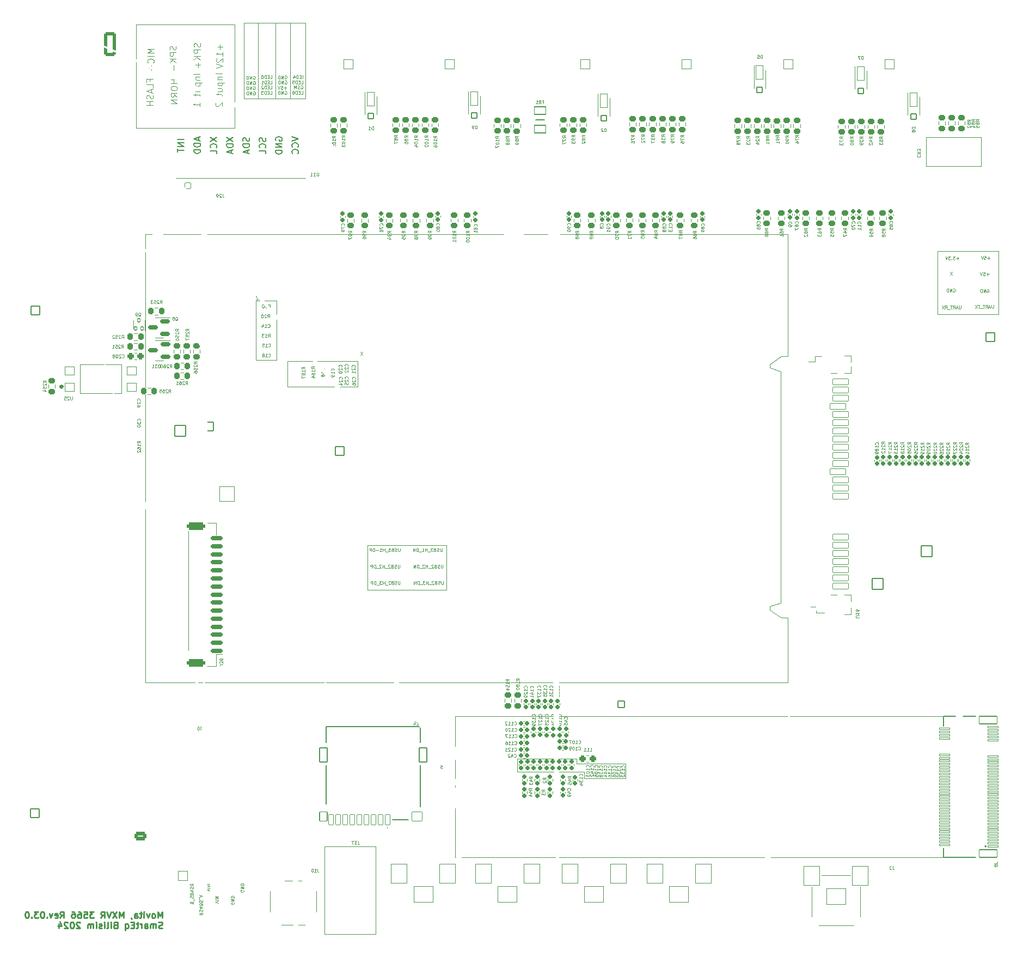
<source format=gbo>
G04 #@! TF.GenerationSoftware,KiCad,Pcbnew,8.0.0-rc1*
G04 #@! TF.CreationDate,2024-01-18T13:04:09+03:00*
G04 #@! TF.ProjectId,MXVR_3566,4d585652-5f33-4353-9636-2e6b69636164,REV1*
G04 #@! TF.SameCoordinates,Original*
G04 #@! TF.FileFunction,Legend,Bot*
G04 #@! TF.FilePolarity,Positive*
%FSLAX46Y46*%
G04 Gerber Fmt 4.6, Leading zero omitted, Abs format (unit mm)*
G04 Created by KiCad (PCBNEW 8.0.0-rc1) date 2024-01-18 13:04:09*
%MOMM*%
%LPD*%
G01*
G04 APERTURE LIST*
G04 Aperture macros list*
%AMRoundRect*
0 Rectangle with rounded corners*
0 $1 Rounding radius*
0 $2 $3 $4 $5 $6 $7 $8 $9 X,Y pos of 4 corners*
0 Add a 4 corners polygon primitive as box body*
4,1,4,$2,$3,$4,$5,$6,$7,$8,$9,$2,$3,0*
0 Add four circle primitives for the rounded corners*
1,1,$1+$1,$2,$3*
1,1,$1+$1,$4,$5*
1,1,$1+$1,$6,$7*
1,1,$1+$1,$8,$9*
0 Add four rect primitives between the rounded corners*
20,1,$1+$1,$2,$3,$4,$5,0*
20,1,$1+$1,$4,$5,$6,$7,0*
20,1,$1+$1,$6,$7,$8,$9,0*
20,1,$1+$1,$8,$9,$2,$3,0*%
%AMFreePoly0*
4,1,113,0.349950,3.131428,0.355633,3.130787,0.698358,3.072556,0.703934,3.071284,1.037984,2.975045,1.043382,2.973156,1.364557,2.840121,1.369710,2.837639,1.673969,2.669481,1.678811,2.666439,1.962330,2.465272,1.966802,2.461706,2.226015,2.230059,2.230059,2.226015,2.461706,1.966802,2.465272,1.962330,2.666439,1.678811,2.669481,1.673969,2.837639,1.369710,2.840121,1.364557,
2.973156,1.043382,2.975045,1.037984,3.071284,0.703934,3.072556,0.698358,3.130787,0.355633,3.131428,0.349950,3.150920,0.002860,3.150920,-0.002860,3.131428,-0.349950,3.130787,-0.355633,3.072556,-0.698358,3.071284,-0.703934,2.975045,-1.037984,2.973156,-1.043382,2.840121,-1.364557,2.837639,-1.369710,2.669481,-1.673969,2.666439,-1.678811,2.465272,-1.962330,2.461706,-1.966802,
2.230059,-2.226015,2.226015,-2.230059,1.966802,-2.461706,1.962330,-2.465272,1.678811,-2.666439,1.673969,-2.669481,1.369710,-2.837639,1.364557,-2.840121,1.043382,-2.973156,1.037984,-2.975045,0.703934,-3.071284,0.698358,-3.072556,0.355633,-3.130787,0.349950,-3.131428,0.002860,-3.150920,-0.002860,-3.150920,-0.349950,-3.131428,-0.355633,-3.130787,-0.698358,-3.072556,-0.703934,-3.071284,
-1.037984,-2.975045,-1.043382,-2.973156,-1.364557,-2.840121,-1.369710,-2.837639,-1.673969,-2.669481,-1.678811,-2.666439,-1.962330,-2.465272,-1.966802,-2.461706,-2.226015,-2.230059,-2.230059,-2.226015,-2.461706,-1.966802,-2.465272,-1.962330,-2.666439,-1.678811,-2.669481,-1.673969,-2.837639,-1.369710,-2.840121,-1.364557,-2.973156,-1.043382,-2.975045,-1.037984,-3.071284,-0.703934,-3.072556,-0.698358,
-3.130787,-0.355633,-3.131428,-0.349950,-3.150920,-0.002860,-3.150920,0.002860,-3.131428,0.349950,-3.130787,0.355633,-3.072556,0.698358,-3.071284,0.703934,-2.975045,1.037984,-2.973156,1.043382,-2.840121,1.364557,-2.837639,1.369710,-2.669481,1.673969,-2.666439,1.678811,-2.465272,1.962330,-2.461706,1.966802,-2.230059,2.226015,-2.226015,2.230059,-1.966802,2.461706,-1.962330,2.465272,
-1.678811,2.666439,-1.673969,2.669481,-1.369710,2.837639,-1.364557,2.840121,-1.043382,2.973156,-1.037984,2.975045,-0.703934,3.071284,-0.698358,3.072556,-0.355633,3.130787,-0.349950,3.131428,-0.002860,3.150920,0.002860,3.150920,0.349950,3.131428,0.349950,3.131428,$1*%
G04 Aperture macros list end*
%ADD10C,0.120000*%
%ADD11C,0.050000*%
%ADD12C,0.100000*%
%ADD13C,0.250000*%
%ADD14C,0.150000*%
%ADD15C,0.200000*%
%ADD16C,0.127000*%
%ADD17C,0.500000*%
%ADD18RoundRect,0.051000X0.675000X0.675000X-0.675000X0.675000X-0.675000X-0.675000X0.675000X-0.675000X0*%
%ADD19O,1.452000X1.452000*%
%ADD20RoundRect,0.051000X-0.675000X-0.675000X0.675000X-0.675000X0.675000X0.675000X-0.675000X0.675000X0*%
%ADD21C,1.602000*%
%ADD22FreePoly0,270.000000*%
%ADD23C,1.502000*%
%ADD24O,1.502000X1.502000*%
%ADD25C,1.483000*%
%ADD26RoundRect,0.051000X1.155000X1.155000X-1.155000X1.155000X-1.155000X-1.155000X1.155000X-1.155000X0*%
%ADD27C,2.412000*%
%ADD28C,1.302000*%
%ADD29C,2.102000*%
%ADD30C,3.352000*%
%ADD31RoundRect,0.051000X0.750000X0.750000X-0.750000X0.750000X-0.750000X-0.750000X0.750000X-0.750000X0*%
%ADD32C,2.402000*%
%ADD33RoundRect,0.040000X0.425000X-0.425000X0.425000X0.425000X-0.425000X0.425000X-0.425000X-0.425000X0*%
%ADD34O,0.930000X0.930000*%
%ADD35C,1.752000*%
%ADD36RoundRect,0.051000X-0.850000X-0.850000X0.850000X-0.850000X0.850000X0.850000X-0.850000X0.850000X0*%
%ADD37O,1.802000X1.802000*%
%ADD38RoundRect,0.051000X0.675000X-0.675000X0.675000X0.675000X-0.675000X0.675000X-0.675000X-0.675000X0*%
%ADD39RoundRect,0.051000X-1.250000X1.500000X-1.250000X-1.500000X1.250000X-1.500000X1.250000X1.500000X0*%
%ADD40RoundRect,0.051000X-1.500000X1.250000X-1.500000X-1.250000X1.500000X-1.250000X1.500000X1.250000X0*%
%ADD41RoundRect,0.051000X0.500000X-0.500000X0.500000X0.500000X-0.500000X0.500000X-0.500000X-0.500000X0*%
%ADD42O,1.102000X1.102000*%
%ADD43RoundRect,0.051000X0.850000X-0.850000X0.850000X0.850000X-0.850000X0.850000X-0.850000X-0.850000X0*%
%ADD44RoundRect,0.271250X-0.654750X0.379750X-0.654750X-0.379750X0.654750X-0.379750X0.654750X0.379750X0*%
%ADD45O,1.852000X1.302000*%
%ADD46C,2.602000*%
%ADD47O,2.102000X2.102000*%
%ADD48FreePoly0,0.000000*%
%ADD49RoundRect,0.264167X0.686833X1.586833X-0.686833X1.586833X-0.686833X-1.586833X0.686833X-1.586833X0*%
%ADD50O,1.902000X3.702000*%
%ADD51C,3.302000*%
%ADD52RoundRect,0.051000X-0.750000X-0.750000X0.750000X-0.750000X0.750000X0.750000X-0.750000X0.750000X0*%
%ADD53RoundRect,0.160500X-0.210500X0.160500X-0.210500X-0.160500X0.210500X-0.160500X0.210500X0.160500X0*%
%ADD54RoundRect,0.165500X-0.195500X0.165500X-0.195500X-0.165500X0.195500X-0.165500X0.195500X0.165500X0*%
%ADD55RoundRect,0.165500X0.195500X-0.165500X0.195500X0.165500X-0.195500X0.165500X-0.195500X-0.165500X0*%
%ADD56RoundRect,0.225500X-0.300500X0.225500X-0.300500X-0.225500X0.300500X-0.225500X0.300500X0.225500X0*%
%ADD57RoundRect,0.175500X0.613000X0.175500X-0.613000X0.175500X-0.613000X-0.175500X0.613000X-0.175500X0*%
%ADD58RoundRect,0.225500X0.300500X-0.225500X0.300500X0.225500X-0.300500X0.225500X-0.300500X-0.225500X0*%
%ADD59RoundRect,0.051000X0.560000X1.085000X-0.560000X1.085000X-0.560000X-1.085000X0.560000X-1.085000X0*%
%ADD60RoundRect,0.051000X0.425000X0.425000X-0.425000X0.425000X-0.425000X-0.425000X0.425000X-0.425000X0*%
%ADD61RoundRect,0.160500X0.210500X-0.160500X0.210500X0.160500X-0.210500X0.160500X-0.210500X-0.160500X0*%
%ADD62RoundRect,0.244250X0.244250X0.281750X-0.244250X0.281750X-0.244250X-0.281750X0.244250X-0.281750X0*%
%ADD63RoundRect,0.165500X-0.165500X-0.195500X0.165500X-0.195500X0.165500X0.195500X-0.165500X0.195500X0*%
%ADD64RoundRect,0.165500X0.165500X0.195500X-0.165500X0.195500X-0.165500X-0.195500X0.165500X-0.195500X0*%
%ADD65RoundRect,0.225500X0.225500X0.300500X-0.225500X0.300500X-0.225500X-0.300500X0.225500X-0.300500X0*%
%ADD66C,1.102000*%
%ADD67RoundRect,0.051000X0.350000X0.800000X-0.350000X0.800000X-0.350000X-0.800000X0.350000X-0.800000X0*%
%ADD68RoundRect,0.051000X0.600000X0.700000X-0.600000X0.700000X-0.600000X-0.700000X0.600000X-0.700000X0*%
%ADD69RoundRect,0.051000X0.600000X1.100000X-0.600000X1.100000X-0.600000X-1.100000X0.600000X-1.100000X0*%
%ADD70RoundRect,0.051000X-0.800000X0.700000X-0.800000X-0.700000X0.800000X-0.700000X0.800000X0.700000X0*%
%ADD71RoundRect,0.051000X0.900000X-0.600000X0.900000X0.600000X-0.900000X0.600000X-0.900000X-0.600000X0*%
%ADD72C,2.352000*%
%ADD73RoundRect,0.051000X-0.200000X0.255000X-0.200000X-0.255000X0.200000X-0.255000X0.200000X0.255000X0*%
%ADD74C,1.202000*%
%ADD75C,1.702000*%
%ADD76RoundRect,0.051000X0.775000X-0.150000X0.775000X0.150000X-0.775000X0.150000X-0.775000X-0.150000X0*%
%ADD77RoundRect,0.051000X1.375000X-0.600000X1.375000X0.600000X-1.375000X0.600000X-1.375000X-0.600000X0*%
%ADD78RoundRect,0.175500X0.725500X-0.175500X0.725500X0.175500X-0.725500X0.175500X-0.725500X-0.175500X0*%
%ADD79RoundRect,0.275500X1.125500X-0.275500X1.125500X0.275500X-1.125500X0.275500X-1.125500X-0.275500X0*%
%ADD80C,1.002000*%
%ADD81O,3.302000X2.102000*%
%ADD82RoundRect,0.051000X-1.200000X0.450000X-1.200000X-0.450000X1.200000X-0.450000X1.200000X0.450000X0*%
%ADD83RoundRect,0.051000X1.200000X-0.450000X1.200000X0.450000X-1.200000X0.450000X-1.200000X-0.450000X0*%
%ADD84RoundRect,0.225500X-0.225500X-0.300500X0.225500X-0.300500X0.225500X0.300500X-0.225500X0.300500X0*%
%ADD85O,1.402000X2.202000*%
%ADD86O,1.402000X2.702000*%
%ADD87RoundRect,0.051000X0.750000X0.625000X-0.750000X0.625000X-0.750000X-0.625000X0.750000X-0.625000X0*%
%ADD88RoundRect,0.250500X-0.250500X-0.275500X0.250500X-0.275500X0.250500X0.275500X-0.250500X0.275500X0*%
%ADD89C,1.626000*%
G04 APERTURE END LIST*
D10*
X88540000Y-25690000D02*
X90840000Y-25690000D01*
X90840000Y-37460000D01*
X88540000Y-37460000D01*
X88540000Y-25690000D01*
X192409900Y-155415000D02*
X116465014Y-155415000D01*
X83630000Y-25690000D02*
X85850000Y-25690000D01*
X85850000Y-37460000D01*
X83630000Y-37460000D01*
X83630000Y-25690000D01*
D11*
X126160000Y-140070000D02*
X135410000Y-140070000D01*
D10*
X116465014Y-155415000D02*
X116465014Y-133515000D01*
D11*
X142990000Y-143170000D02*
X136570000Y-143170000D01*
X135410000Y-140870000D02*
X142530000Y-140870000D01*
D10*
X102890000Y-106880000D02*
X115130000Y-106880000D01*
X115130000Y-113800000D01*
X102890000Y-113800000D01*
X102890000Y-106880000D01*
D11*
X142990000Y-140870000D02*
X142990000Y-143170000D01*
D10*
X168194920Y-128195000D02*
X68344920Y-128195000D01*
X66910000Y-25917500D02*
X82200000Y-25917500D01*
X82200000Y-42062500D01*
X66910000Y-42062500D01*
X66910000Y-25917500D01*
D11*
X126160000Y-142130000D02*
X126160000Y-140070000D01*
X126270000Y-142130000D02*
X126160000Y-142130000D01*
D10*
X85850000Y-25690000D02*
X88540000Y-25690000D01*
X88540000Y-37460000D01*
X85850000Y-37460000D01*
X85850000Y-25690000D01*
D11*
X142530000Y-140870000D02*
X142990000Y-140870000D01*
D10*
X191540000Y-61140000D02*
X200980000Y-61140000D01*
X200980000Y-71010000D01*
X191540000Y-71010000D01*
X191540000Y-61140000D01*
D11*
X135410000Y-140070000D02*
X135410000Y-140870000D01*
D10*
X192409900Y-133515000D02*
X116465014Y-133515000D01*
X168200000Y-58535000D02*
X68350000Y-58535000D01*
X85500000Y-68850000D02*
X88710000Y-68850000D01*
X88710000Y-78130000D01*
X85500000Y-78130000D01*
X85500000Y-68850000D01*
X168200000Y-118195000D02*
X168200000Y-128195000D01*
X168200000Y-58535000D02*
X168200000Y-77535000D01*
X90840000Y-25690000D02*
X93220000Y-25690000D01*
X93220000Y-37460000D01*
X90840000Y-37460000D01*
X90840000Y-25690000D01*
D11*
X136570000Y-143170000D02*
X136570000Y-142130000D01*
X136570000Y-142130000D02*
X126270000Y-142130000D01*
D10*
X68344920Y-128195000D02*
X68350000Y-58535000D01*
X90460000Y-78250000D02*
X101340000Y-78250000D01*
X101340000Y-82290000D01*
X90460000Y-82290000D01*
X90460000Y-78250000D01*
D12*
X80232419Y-33613884D02*
X79232419Y-33613884D01*
X79565752Y-34090074D02*
X80232419Y-34090074D01*
X79660990Y-34090074D02*
X79613371Y-34137693D01*
X79613371Y-34137693D02*
X79565752Y-34232931D01*
X79565752Y-34232931D02*
X79565752Y-34375788D01*
X79565752Y-34375788D02*
X79613371Y-34471026D01*
X79613371Y-34471026D02*
X79708609Y-34518645D01*
X79708609Y-34518645D02*
X80232419Y-34518645D01*
X79565752Y-34994836D02*
X80565752Y-34994836D01*
X79613371Y-34994836D02*
X79565752Y-35090074D01*
X79565752Y-35090074D02*
X79565752Y-35280550D01*
X79565752Y-35280550D02*
X79613371Y-35375788D01*
X79613371Y-35375788D02*
X79660990Y-35423407D01*
X79660990Y-35423407D02*
X79756228Y-35471026D01*
X79756228Y-35471026D02*
X80041942Y-35471026D01*
X80041942Y-35471026D02*
X80137180Y-35423407D01*
X80137180Y-35423407D02*
X80184800Y-35375788D01*
X80184800Y-35375788D02*
X80232419Y-35280550D01*
X80232419Y-35280550D02*
X80232419Y-35090074D01*
X80232419Y-35090074D02*
X80184800Y-34994836D01*
X79565752Y-36328169D02*
X80232419Y-36328169D01*
X79565752Y-35899598D02*
X80089561Y-35899598D01*
X80089561Y-35899598D02*
X80184800Y-35947217D01*
X80184800Y-35947217D02*
X80232419Y-36042455D01*
X80232419Y-36042455D02*
X80232419Y-36185312D01*
X80232419Y-36185312D02*
X80184800Y-36280550D01*
X80184800Y-36280550D02*
X80137180Y-36328169D01*
X79565752Y-36661503D02*
X79565752Y-37042455D01*
X79232419Y-36804360D02*
X80089561Y-36804360D01*
X80089561Y-36804360D02*
X80184800Y-36851979D01*
X80184800Y-36851979D02*
X80232419Y-36947217D01*
X80232419Y-36947217D02*
X80232419Y-37042455D01*
X79327657Y-38090075D02*
X79280038Y-38137694D01*
X79280038Y-38137694D02*
X79232419Y-38232932D01*
X79232419Y-38232932D02*
X79232419Y-38471027D01*
X79232419Y-38471027D02*
X79280038Y-38566265D01*
X79280038Y-38566265D02*
X79327657Y-38613884D01*
X79327657Y-38613884D02*
X79422895Y-38661503D01*
X79422895Y-38661503D02*
X79518133Y-38661503D01*
X79518133Y-38661503D02*
X79660990Y-38613884D01*
X79660990Y-38613884D02*
X80232419Y-38042456D01*
X80232419Y-38042456D02*
X80232419Y-38661503D01*
D11*
X85855529Y-68175426D02*
X85522196Y-68175426D01*
X85522196Y-68175426D02*
X85855529Y-68675426D01*
X85855529Y-68675426D02*
X85522196Y-68675426D01*
D12*
X193782782Y-64433609D02*
X193449449Y-64933609D01*
X193449449Y-64433609D02*
X193782782Y-64933609D01*
X92693734Y-34338693D02*
X92741353Y-34314884D01*
X92741353Y-34314884D02*
X92765163Y-34267264D01*
X92765163Y-34267264D02*
X92765163Y-33838693D01*
X92503258Y-34076788D02*
X92336591Y-34076788D01*
X92265163Y-34338693D02*
X92503258Y-34338693D01*
X92503258Y-34338693D02*
X92503258Y-33838693D01*
X92503258Y-33838693D02*
X92265163Y-33838693D01*
X92050877Y-34338693D02*
X92050877Y-33838693D01*
X92050877Y-33838693D02*
X91931829Y-33838693D01*
X91931829Y-33838693D02*
X91860401Y-33862503D01*
X91860401Y-33862503D02*
X91812782Y-33910122D01*
X91812782Y-33910122D02*
X91788972Y-33957741D01*
X91788972Y-33957741D02*
X91765163Y-34052979D01*
X91765163Y-34052979D02*
X91765163Y-34124407D01*
X91765163Y-34124407D02*
X91788972Y-34219645D01*
X91788972Y-34219645D02*
X91812782Y-34267264D01*
X91812782Y-34267264D02*
X91860401Y-34314884D01*
X91860401Y-34314884D02*
X91931829Y-34338693D01*
X91931829Y-34338693D02*
X92050877Y-34338693D01*
X91336591Y-34005360D02*
X91336591Y-34338693D01*
X91455639Y-33814884D02*
X91574686Y-34172026D01*
X91574686Y-34172026D02*
X91265163Y-34172026D01*
X92527068Y-35143665D02*
X92765163Y-35143665D01*
X92765163Y-35143665D02*
X92765163Y-34643665D01*
X92360401Y-34881760D02*
X92193734Y-34881760D01*
X92122306Y-35143665D02*
X92360401Y-35143665D01*
X92360401Y-35143665D02*
X92360401Y-34643665D01*
X92360401Y-34643665D02*
X92122306Y-34643665D01*
X91908020Y-35143665D02*
X91908020Y-34643665D01*
X91908020Y-34643665D02*
X91788972Y-34643665D01*
X91788972Y-34643665D02*
X91717544Y-34667475D01*
X91717544Y-34667475D02*
X91669925Y-34715094D01*
X91669925Y-34715094D02*
X91646115Y-34762713D01*
X91646115Y-34762713D02*
X91622306Y-34857951D01*
X91622306Y-34857951D02*
X91622306Y-34929379D01*
X91622306Y-34929379D02*
X91646115Y-35024617D01*
X91646115Y-35024617D02*
X91669925Y-35072236D01*
X91669925Y-35072236D02*
X91717544Y-35119856D01*
X91717544Y-35119856D02*
X91788972Y-35143665D01*
X91788972Y-35143665D02*
X91908020Y-35143665D01*
X91169925Y-34643665D02*
X91408020Y-34643665D01*
X91408020Y-34643665D02*
X91431829Y-34881760D01*
X91431829Y-34881760D02*
X91408020Y-34857951D01*
X91408020Y-34857951D02*
X91360401Y-34834141D01*
X91360401Y-34834141D02*
X91241353Y-34834141D01*
X91241353Y-34834141D02*
X91193734Y-34857951D01*
X91193734Y-34857951D02*
X91169925Y-34881760D01*
X91169925Y-34881760D02*
X91146115Y-34929379D01*
X91146115Y-34929379D02*
X91146115Y-35048427D01*
X91146115Y-35048427D02*
X91169925Y-35096046D01*
X91169925Y-35096046D02*
X91193734Y-35119856D01*
X91193734Y-35119856D02*
X91241353Y-35143665D01*
X91241353Y-35143665D02*
X91360401Y-35143665D01*
X91360401Y-35143665D02*
X91408020Y-35119856D01*
X91408020Y-35119856D02*
X91431829Y-35096046D01*
X92503258Y-35472447D02*
X92550877Y-35448637D01*
X92550877Y-35448637D02*
X92622306Y-35448637D01*
X92622306Y-35448637D02*
X92693734Y-35472447D01*
X92693734Y-35472447D02*
X92741353Y-35520066D01*
X92741353Y-35520066D02*
X92765163Y-35567685D01*
X92765163Y-35567685D02*
X92788972Y-35662923D01*
X92788972Y-35662923D02*
X92788972Y-35734351D01*
X92788972Y-35734351D02*
X92765163Y-35829589D01*
X92765163Y-35829589D02*
X92741353Y-35877208D01*
X92741353Y-35877208D02*
X92693734Y-35924828D01*
X92693734Y-35924828D02*
X92622306Y-35948637D01*
X92622306Y-35948637D02*
X92574687Y-35948637D01*
X92574687Y-35948637D02*
X92503258Y-35924828D01*
X92503258Y-35924828D02*
X92479449Y-35901018D01*
X92479449Y-35901018D02*
X92479449Y-35734351D01*
X92479449Y-35734351D02*
X92574687Y-35734351D01*
X92288972Y-35924828D02*
X92217544Y-35948637D01*
X92217544Y-35948637D02*
X92098496Y-35948637D01*
X92098496Y-35948637D02*
X92050877Y-35924828D01*
X92050877Y-35924828D02*
X92027068Y-35901018D01*
X92027068Y-35901018D02*
X92003258Y-35853399D01*
X92003258Y-35853399D02*
X92003258Y-35805780D01*
X92003258Y-35805780D02*
X92027068Y-35758161D01*
X92027068Y-35758161D02*
X92050877Y-35734351D01*
X92050877Y-35734351D02*
X92098496Y-35710542D01*
X92098496Y-35710542D02*
X92193734Y-35686732D01*
X92193734Y-35686732D02*
X92241353Y-35662923D01*
X92241353Y-35662923D02*
X92265163Y-35639113D01*
X92265163Y-35639113D02*
X92288972Y-35591494D01*
X92288972Y-35591494D02*
X92288972Y-35543875D01*
X92288972Y-35543875D02*
X92265163Y-35496256D01*
X92265163Y-35496256D02*
X92241353Y-35472447D01*
X92241353Y-35472447D02*
X92193734Y-35448637D01*
X92193734Y-35448637D02*
X92074687Y-35448637D01*
X92074687Y-35448637D02*
X92003258Y-35472447D01*
X91788973Y-35948637D02*
X91788973Y-35448637D01*
X91788973Y-35448637D02*
X91622306Y-35805780D01*
X91622306Y-35805780D02*
X91455640Y-35448637D01*
X91455640Y-35448637D02*
X91455640Y-35948637D01*
X92527068Y-36753609D02*
X92765163Y-36753609D01*
X92765163Y-36753609D02*
X92765163Y-36253609D01*
X92360401Y-36491704D02*
X92193734Y-36491704D01*
X92122306Y-36753609D02*
X92360401Y-36753609D01*
X92360401Y-36753609D02*
X92360401Y-36253609D01*
X92360401Y-36253609D02*
X92122306Y-36253609D01*
X91908020Y-36753609D02*
X91908020Y-36253609D01*
X91908020Y-36253609D02*
X91788972Y-36253609D01*
X91788972Y-36253609D02*
X91717544Y-36277419D01*
X91717544Y-36277419D02*
X91669925Y-36325038D01*
X91669925Y-36325038D02*
X91646115Y-36372657D01*
X91646115Y-36372657D02*
X91622306Y-36467895D01*
X91622306Y-36467895D02*
X91622306Y-36539323D01*
X91622306Y-36539323D02*
X91646115Y-36634561D01*
X91646115Y-36634561D02*
X91669925Y-36682180D01*
X91669925Y-36682180D02*
X91717544Y-36729800D01*
X91717544Y-36729800D02*
X91788972Y-36753609D01*
X91788972Y-36753609D02*
X91908020Y-36753609D01*
X91193734Y-36253609D02*
X91288972Y-36253609D01*
X91288972Y-36253609D02*
X91336591Y-36277419D01*
X91336591Y-36277419D02*
X91360401Y-36301228D01*
X91360401Y-36301228D02*
X91408020Y-36372657D01*
X91408020Y-36372657D02*
X91431829Y-36467895D01*
X91431829Y-36467895D02*
X91431829Y-36658371D01*
X91431829Y-36658371D02*
X91408020Y-36705990D01*
X91408020Y-36705990D02*
X91384210Y-36729800D01*
X91384210Y-36729800D02*
X91336591Y-36753609D01*
X91336591Y-36753609D02*
X91241353Y-36753609D01*
X91241353Y-36753609D02*
X91193734Y-36729800D01*
X91193734Y-36729800D02*
X91169925Y-36705990D01*
X91169925Y-36705990D02*
X91146115Y-36658371D01*
X91146115Y-36658371D02*
X91146115Y-36539323D01*
X91146115Y-36539323D02*
X91169925Y-36491704D01*
X91169925Y-36491704D02*
X91193734Y-36467895D01*
X91193734Y-36467895D02*
X91241353Y-36444085D01*
X91241353Y-36444085D02*
X91336591Y-36444085D01*
X91336591Y-36444085D02*
X91384210Y-36467895D01*
X91384210Y-36467895D02*
X91408020Y-36491704D01*
X91408020Y-36491704D02*
X91431829Y-36539323D01*
X194815163Y-62303133D02*
X194434211Y-62303133D01*
X194624687Y-62493609D02*
X194624687Y-62112657D01*
X194243734Y-61993609D02*
X193934210Y-61993609D01*
X193934210Y-61993609D02*
X194100877Y-62184085D01*
X194100877Y-62184085D02*
X194029448Y-62184085D01*
X194029448Y-62184085D02*
X193981829Y-62207895D01*
X193981829Y-62207895D02*
X193958020Y-62231704D01*
X193958020Y-62231704D02*
X193934210Y-62279323D01*
X193934210Y-62279323D02*
X193934210Y-62398371D01*
X193934210Y-62398371D02*
X193958020Y-62445990D01*
X193958020Y-62445990D02*
X193981829Y-62469800D01*
X193981829Y-62469800D02*
X194029448Y-62493609D01*
X194029448Y-62493609D02*
X194172305Y-62493609D01*
X194172305Y-62493609D02*
X194219924Y-62469800D01*
X194219924Y-62469800D02*
X194243734Y-62445990D01*
X193719925Y-62445990D02*
X193696115Y-62469800D01*
X193696115Y-62469800D02*
X193719925Y-62493609D01*
X193719925Y-62493609D02*
X193743734Y-62469800D01*
X193743734Y-62469800D02*
X193719925Y-62445990D01*
X193719925Y-62445990D02*
X193719925Y-62493609D01*
X193529449Y-61993609D02*
X193219925Y-61993609D01*
X193219925Y-61993609D02*
X193386592Y-62184085D01*
X193386592Y-62184085D02*
X193315163Y-62184085D01*
X193315163Y-62184085D02*
X193267544Y-62207895D01*
X193267544Y-62207895D02*
X193243735Y-62231704D01*
X193243735Y-62231704D02*
X193219925Y-62279323D01*
X193219925Y-62279323D02*
X193219925Y-62398371D01*
X193219925Y-62398371D02*
X193243735Y-62445990D01*
X193243735Y-62445990D02*
X193267544Y-62469800D01*
X193267544Y-62469800D02*
X193315163Y-62493609D01*
X193315163Y-62493609D02*
X193458020Y-62493609D01*
X193458020Y-62493609D02*
X193505639Y-62469800D01*
X193505639Y-62469800D02*
X193529449Y-62445990D01*
X193077068Y-61993609D02*
X192910402Y-62493609D01*
X192910402Y-62493609D02*
X192743735Y-61993609D01*
D13*
X70917431Y-164834675D02*
X70917431Y-163834675D01*
X70917431Y-163834675D02*
X70584098Y-164548960D01*
X70584098Y-164548960D02*
X70250765Y-163834675D01*
X70250765Y-163834675D02*
X70250765Y-164834675D01*
X69631717Y-164834675D02*
X69726955Y-164787056D01*
X69726955Y-164787056D02*
X69774574Y-164739436D01*
X69774574Y-164739436D02*
X69822193Y-164644198D01*
X69822193Y-164644198D02*
X69822193Y-164358484D01*
X69822193Y-164358484D02*
X69774574Y-164263246D01*
X69774574Y-164263246D02*
X69726955Y-164215627D01*
X69726955Y-164215627D02*
X69631717Y-164168008D01*
X69631717Y-164168008D02*
X69488860Y-164168008D01*
X69488860Y-164168008D02*
X69393622Y-164215627D01*
X69393622Y-164215627D02*
X69346003Y-164263246D01*
X69346003Y-164263246D02*
X69298384Y-164358484D01*
X69298384Y-164358484D02*
X69298384Y-164644198D01*
X69298384Y-164644198D02*
X69346003Y-164739436D01*
X69346003Y-164739436D02*
X69393622Y-164787056D01*
X69393622Y-164787056D02*
X69488860Y-164834675D01*
X69488860Y-164834675D02*
X69631717Y-164834675D01*
X68965050Y-164168008D02*
X68726955Y-164834675D01*
X68726955Y-164834675D02*
X68488860Y-164168008D01*
X68107907Y-164834675D02*
X68107907Y-164168008D01*
X68107907Y-163834675D02*
X68155526Y-163882294D01*
X68155526Y-163882294D02*
X68107907Y-163929913D01*
X68107907Y-163929913D02*
X68060288Y-163882294D01*
X68060288Y-163882294D02*
X68107907Y-163834675D01*
X68107907Y-163834675D02*
X68107907Y-163929913D01*
X67774574Y-164168008D02*
X67393622Y-164168008D01*
X67631717Y-163834675D02*
X67631717Y-164691817D01*
X67631717Y-164691817D02*
X67584098Y-164787056D01*
X67584098Y-164787056D02*
X67488860Y-164834675D01*
X67488860Y-164834675D02*
X67393622Y-164834675D01*
X66631717Y-164834675D02*
X66631717Y-164310865D01*
X66631717Y-164310865D02*
X66679336Y-164215627D01*
X66679336Y-164215627D02*
X66774574Y-164168008D01*
X66774574Y-164168008D02*
X66965050Y-164168008D01*
X66965050Y-164168008D02*
X67060288Y-164215627D01*
X66631717Y-164787056D02*
X66726955Y-164834675D01*
X66726955Y-164834675D02*
X66965050Y-164834675D01*
X66965050Y-164834675D02*
X67060288Y-164787056D01*
X67060288Y-164787056D02*
X67107907Y-164691817D01*
X67107907Y-164691817D02*
X67107907Y-164596579D01*
X67107907Y-164596579D02*
X67060288Y-164501341D01*
X67060288Y-164501341D02*
X66965050Y-164453722D01*
X66965050Y-164453722D02*
X66726955Y-164453722D01*
X66726955Y-164453722D02*
X66631717Y-164406103D01*
X66107907Y-164787056D02*
X66107907Y-164834675D01*
X66107907Y-164834675D02*
X66155526Y-164929913D01*
X66155526Y-164929913D02*
X66203145Y-164977532D01*
X64917431Y-164834675D02*
X64917431Y-163834675D01*
X64917431Y-163834675D02*
X64584098Y-164548960D01*
X64584098Y-164548960D02*
X64250765Y-163834675D01*
X64250765Y-163834675D02*
X64250765Y-164834675D01*
X63869812Y-163834675D02*
X63203146Y-164834675D01*
X63203146Y-163834675D02*
X63869812Y-164834675D01*
X62965050Y-163834675D02*
X62631717Y-164834675D01*
X62631717Y-164834675D02*
X62298384Y-163834675D01*
X61393622Y-164834675D02*
X61726955Y-164358484D01*
X61965050Y-164834675D02*
X61965050Y-163834675D01*
X61965050Y-163834675D02*
X61584098Y-163834675D01*
X61584098Y-163834675D02*
X61488860Y-163882294D01*
X61488860Y-163882294D02*
X61441241Y-163929913D01*
X61441241Y-163929913D02*
X61393622Y-164025151D01*
X61393622Y-164025151D02*
X61393622Y-164168008D01*
X61393622Y-164168008D02*
X61441241Y-164263246D01*
X61441241Y-164263246D02*
X61488860Y-164310865D01*
X61488860Y-164310865D02*
X61584098Y-164358484D01*
X61584098Y-164358484D02*
X61965050Y-164358484D01*
X60298383Y-163834675D02*
X59679336Y-163834675D01*
X59679336Y-163834675D02*
X60012669Y-164215627D01*
X60012669Y-164215627D02*
X59869812Y-164215627D01*
X59869812Y-164215627D02*
X59774574Y-164263246D01*
X59774574Y-164263246D02*
X59726955Y-164310865D01*
X59726955Y-164310865D02*
X59679336Y-164406103D01*
X59679336Y-164406103D02*
X59679336Y-164644198D01*
X59679336Y-164644198D02*
X59726955Y-164739436D01*
X59726955Y-164739436D02*
X59774574Y-164787056D01*
X59774574Y-164787056D02*
X59869812Y-164834675D01*
X59869812Y-164834675D02*
X60155526Y-164834675D01*
X60155526Y-164834675D02*
X60250764Y-164787056D01*
X60250764Y-164787056D02*
X60298383Y-164739436D01*
X58774574Y-163834675D02*
X59250764Y-163834675D01*
X59250764Y-163834675D02*
X59298383Y-164310865D01*
X59298383Y-164310865D02*
X59250764Y-164263246D01*
X59250764Y-164263246D02*
X59155526Y-164215627D01*
X59155526Y-164215627D02*
X58917431Y-164215627D01*
X58917431Y-164215627D02*
X58822193Y-164263246D01*
X58822193Y-164263246D02*
X58774574Y-164310865D01*
X58774574Y-164310865D02*
X58726955Y-164406103D01*
X58726955Y-164406103D02*
X58726955Y-164644198D01*
X58726955Y-164644198D02*
X58774574Y-164739436D01*
X58774574Y-164739436D02*
X58822193Y-164787056D01*
X58822193Y-164787056D02*
X58917431Y-164834675D01*
X58917431Y-164834675D02*
X59155526Y-164834675D01*
X59155526Y-164834675D02*
X59250764Y-164787056D01*
X59250764Y-164787056D02*
X59298383Y-164739436D01*
X57869812Y-163834675D02*
X58060288Y-163834675D01*
X58060288Y-163834675D02*
X58155526Y-163882294D01*
X58155526Y-163882294D02*
X58203145Y-163929913D01*
X58203145Y-163929913D02*
X58298383Y-164072770D01*
X58298383Y-164072770D02*
X58346002Y-164263246D01*
X58346002Y-164263246D02*
X58346002Y-164644198D01*
X58346002Y-164644198D02*
X58298383Y-164739436D01*
X58298383Y-164739436D02*
X58250764Y-164787056D01*
X58250764Y-164787056D02*
X58155526Y-164834675D01*
X58155526Y-164834675D02*
X57965050Y-164834675D01*
X57965050Y-164834675D02*
X57869812Y-164787056D01*
X57869812Y-164787056D02*
X57822193Y-164739436D01*
X57822193Y-164739436D02*
X57774574Y-164644198D01*
X57774574Y-164644198D02*
X57774574Y-164406103D01*
X57774574Y-164406103D02*
X57822193Y-164310865D01*
X57822193Y-164310865D02*
X57869812Y-164263246D01*
X57869812Y-164263246D02*
X57965050Y-164215627D01*
X57965050Y-164215627D02*
X58155526Y-164215627D01*
X58155526Y-164215627D02*
X58250764Y-164263246D01*
X58250764Y-164263246D02*
X58298383Y-164310865D01*
X58298383Y-164310865D02*
X58346002Y-164406103D01*
X56917431Y-163834675D02*
X57107907Y-163834675D01*
X57107907Y-163834675D02*
X57203145Y-163882294D01*
X57203145Y-163882294D02*
X57250764Y-163929913D01*
X57250764Y-163929913D02*
X57346002Y-164072770D01*
X57346002Y-164072770D02*
X57393621Y-164263246D01*
X57393621Y-164263246D02*
X57393621Y-164644198D01*
X57393621Y-164644198D02*
X57346002Y-164739436D01*
X57346002Y-164739436D02*
X57298383Y-164787056D01*
X57298383Y-164787056D02*
X57203145Y-164834675D01*
X57203145Y-164834675D02*
X57012669Y-164834675D01*
X57012669Y-164834675D02*
X56917431Y-164787056D01*
X56917431Y-164787056D02*
X56869812Y-164739436D01*
X56869812Y-164739436D02*
X56822193Y-164644198D01*
X56822193Y-164644198D02*
X56822193Y-164406103D01*
X56822193Y-164406103D02*
X56869812Y-164310865D01*
X56869812Y-164310865D02*
X56917431Y-164263246D01*
X56917431Y-164263246D02*
X57012669Y-164215627D01*
X57012669Y-164215627D02*
X57203145Y-164215627D01*
X57203145Y-164215627D02*
X57298383Y-164263246D01*
X57298383Y-164263246D02*
X57346002Y-164310865D01*
X57346002Y-164310865D02*
X57393621Y-164406103D01*
X55060288Y-164834675D02*
X55393621Y-164358484D01*
X55631716Y-164834675D02*
X55631716Y-163834675D01*
X55631716Y-163834675D02*
X55250764Y-163834675D01*
X55250764Y-163834675D02*
X55155526Y-163882294D01*
X55155526Y-163882294D02*
X55107907Y-163929913D01*
X55107907Y-163929913D02*
X55060288Y-164025151D01*
X55060288Y-164025151D02*
X55060288Y-164168008D01*
X55060288Y-164168008D02*
X55107907Y-164263246D01*
X55107907Y-164263246D02*
X55155526Y-164310865D01*
X55155526Y-164310865D02*
X55250764Y-164358484D01*
X55250764Y-164358484D02*
X55631716Y-164358484D01*
X54250764Y-164787056D02*
X54346002Y-164834675D01*
X54346002Y-164834675D02*
X54536478Y-164834675D01*
X54536478Y-164834675D02*
X54631716Y-164787056D01*
X54631716Y-164787056D02*
X54679335Y-164691817D01*
X54679335Y-164691817D02*
X54679335Y-164310865D01*
X54679335Y-164310865D02*
X54631716Y-164215627D01*
X54631716Y-164215627D02*
X54536478Y-164168008D01*
X54536478Y-164168008D02*
X54346002Y-164168008D01*
X54346002Y-164168008D02*
X54250764Y-164215627D01*
X54250764Y-164215627D02*
X54203145Y-164310865D01*
X54203145Y-164310865D02*
X54203145Y-164406103D01*
X54203145Y-164406103D02*
X54679335Y-164501341D01*
X53869811Y-164168008D02*
X53631716Y-164834675D01*
X53631716Y-164834675D02*
X53393621Y-164168008D01*
X53012668Y-164739436D02*
X52965049Y-164787056D01*
X52965049Y-164787056D02*
X53012668Y-164834675D01*
X53012668Y-164834675D02*
X53060287Y-164787056D01*
X53060287Y-164787056D02*
X53012668Y-164739436D01*
X53012668Y-164739436D02*
X53012668Y-164834675D01*
X52346002Y-163834675D02*
X52250764Y-163834675D01*
X52250764Y-163834675D02*
X52155526Y-163882294D01*
X52155526Y-163882294D02*
X52107907Y-163929913D01*
X52107907Y-163929913D02*
X52060288Y-164025151D01*
X52060288Y-164025151D02*
X52012669Y-164215627D01*
X52012669Y-164215627D02*
X52012669Y-164453722D01*
X52012669Y-164453722D02*
X52060288Y-164644198D01*
X52060288Y-164644198D02*
X52107907Y-164739436D01*
X52107907Y-164739436D02*
X52155526Y-164787056D01*
X52155526Y-164787056D02*
X52250764Y-164834675D01*
X52250764Y-164834675D02*
X52346002Y-164834675D01*
X52346002Y-164834675D02*
X52441240Y-164787056D01*
X52441240Y-164787056D02*
X52488859Y-164739436D01*
X52488859Y-164739436D02*
X52536478Y-164644198D01*
X52536478Y-164644198D02*
X52584097Y-164453722D01*
X52584097Y-164453722D02*
X52584097Y-164215627D01*
X52584097Y-164215627D02*
X52536478Y-164025151D01*
X52536478Y-164025151D02*
X52488859Y-163929913D01*
X52488859Y-163929913D02*
X52441240Y-163882294D01*
X52441240Y-163882294D02*
X52346002Y-163834675D01*
X51679335Y-163834675D02*
X51060288Y-163834675D01*
X51060288Y-163834675D02*
X51393621Y-164215627D01*
X51393621Y-164215627D02*
X51250764Y-164215627D01*
X51250764Y-164215627D02*
X51155526Y-164263246D01*
X51155526Y-164263246D02*
X51107907Y-164310865D01*
X51107907Y-164310865D02*
X51060288Y-164406103D01*
X51060288Y-164406103D02*
X51060288Y-164644198D01*
X51060288Y-164644198D02*
X51107907Y-164739436D01*
X51107907Y-164739436D02*
X51155526Y-164787056D01*
X51155526Y-164787056D02*
X51250764Y-164834675D01*
X51250764Y-164834675D02*
X51536478Y-164834675D01*
X51536478Y-164834675D02*
X51631716Y-164787056D01*
X51631716Y-164787056D02*
X51679335Y-164739436D01*
X50631716Y-164739436D02*
X50584097Y-164787056D01*
X50584097Y-164787056D02*
X50631716Y-164834675D01*
X50631716Y-164834675D02*
X50679335Y-164787056D01*
X50679335Y-164787056D02*
X50631716Y-164739436D01*
X50631716Y-164739436D02*
X50631716Y-164834675D01*
X49965050Y-163834675D02*
X49869812Y-163834675D01*
X49869812Y-163834675D02*
X49774574Y-163882294D01*
X49774574Y-163882294D02*
X49726955Y-163929913D01*
X49726955Y-163929913D02*
X49679336Y-164025151D01*
X49679336Y-164025151D02*
X49631717Y-164215627D01*
X49631717Y-164215627D02*
X49631717Y-164453722D01*
X49631717Y-164453722D02*
X49679336Y-164644198D01*
X49679336Y-164644198D02*
X49726955Y-164739436D01*
X49726955Y-164739436D02*
X49774574Y-164787056D01*
X49774574Y-164787056D02*
X49869812Y-164834675D01*
X49869812Y-164834675D02*
X49965050Y-164834675D01*
X49965050Y-164834675D02*
X50060288Y-164787056D01*
X50060288Y-164787056D02*
X50107907Y-164739436D01*
X50107907Y-164739436D02*
X50155526Y-164644198D01*
X50155526Y-164644198D02*
X50203145Y-164453722D01*
X50203145Y-164453722D02*
X50203145Y-164215627D01*
X50203145Y-164215627D02*
X50155526Y-164025151D01*
X50155526Y-164025151D02*
X50107907Y-163929913D01*
X50107907Y-163929913D02*
X50060288Y-163882294D01*
X50060288Y-163882294D02*
X49965050Y-163834675D01*
X70965050Y-166397000D02*
X70822193Y-166444619D01*
X70822193Y-166444619D02*
X70584098Y-166444619D01*
X70584098Y-166444619D02*
X70488860Y-166397000D01*
X70488860Y-166397000D02*
X70441241Y-166349380D01*
X70441241Y-166349380D02*
X70393622Y-166254142D01*
X70393622Y-166254142D02*
X70393622Y-166158904D01*
X70393622Y-166158904D02*
X70441241Y-166063666D01*
X70441241Y-166063666D02*
X70488860Y-166016047D01*
X70488860Y-166016047D02*
X70584098Y-165968428D01*
X70584098Y-165968428D02*
X70774574Y-165920809D01*
X70774574Y-165920809D02*
X70869812Y-165873190D01*
X70869812Y-165873190D02*
X70917431Y-165825571D01*
X70917431Y-165825571D02*
X70965050Y-165730333D01*
X70965050Y-165730333D02*
X70965050Y-165635095D01*
X70965050Y-165635095D02*
X70917431Y-165539857D01*
X70917431Y-165539857D02*
X70869812Y-165492238D01*
X70869812Y-165492238D02*
X70774574Y-165444619D01*
X70774574Y-165444619D02*
X70536479Y-165444619D01*
X70536479Y-165444619D02*
X70393622Y-165492238D01*
X69965050Y-166444619D02*
X69965050Y-165777952D01*
X69965050Y-165873190D02*
X69917431Y-165825571D01*
X69917431Y-165825571D02*
X69822193Y-165777952D01*
X69822193Y-165777952D02*
X69679336Y-165777952D01*
X69679336Y-165777952D02*
X69584098Y-165825571D01*
X69584098Y-165825571D02*
X69536479Y-165920809D01*
X69536479Y-165920809D02*
X69536479Y-166444619D01*
X69536479Y-165920809D02*
X69488860Y-165825571D01*
X69488860Y-165825571D02*
X69393622Y-165777952D01*
X69393622Y-165777952D02*
X69250765Y-165777952D01*
X69250765Y-165777952D02*
X69155526Y-165825571D01*
X69155526Y-165825571D02*
X69107907Y-165920809D01*
X69107907Y-165920809D02*
X69107907Y-166444619D01*
X68203146Y-166444619D02*
X68203146Y-165920809D01*
X68203146Y-165920809D02*
X68250765Y-165825571D01*
X68250765Y-165825571D02*
X68346003Y-165777952D01*
X68346003Y-165777952D02*
X68536479Y-165777952D01*
X68536479Y-165777952D02*
X68631717Y-165825571D01*
X68203146Y-166397000D02*
X68298384Y-166444619D01*
X68298384Y-166444619D02*
X68536479Y-166444619D01*
X68536479Y-166444619D02*
X68631717Y-166397000D01*
X68631717Y-166397000D02*
X68679336Y-166301761D01*
X68679336Y-166301761D02*
X68679336Y-166206523D01*
X68679336Y-166206523D02*
X68631717Y-166111285D01*
X68631717Y-166111285D02*
X68536479Y-166063666D01*
X68536479Y-166063666D02*
X68298384Y-166063666D01*
X68298384Y-166063666D02*
X68203146Y-166016047D01*
X67726955Y-166444619D02*
X67726955Y-165777952D01*
X67726955Y-165968428D02*
X67679336Y-165873190D01*
X67679336Y-165873190D02*
X67631717Y-165825571D01*
X67631717Y-165825571D02*
X67536479Y-165777952D01*
X67536479Y-165777952D02*
X67441241Y-165777952D01*
X67250764Y-165777952D02*
X66869812Y-165777952D01*
X67107907Y-165444619D02*
X67107907Y-166301761D01*
X67107907Y-166301761D02*
X67060288Y-166397000D01*
X67060288Y-166397000D02*
X66965050Y-166444619D01*
X66965050Y-166444619D02*
X66869812Y-166444619D01*
X66536478Y-165920809D02*
X66203145Y-165920809D01*
X66060288Y-166444619D02*
X66536478Y-166444619D01*
X66536478Y-166444619D02*
X66536478Y-165444619D01*
X66536478Y-165444619D02*
X66060288Y-165444619D01*
X65203145Y-165777952D02*
X65203145Y-166777952D01*
X65203145Y-166397000D02*
X65298383Y-166444619D01*
X65298383Y-166444619D02*
X65488859Y-166444619D01*
X65488859Y-166444619D02*
X65584097Y-166397000D01*
X65584097Y-166397000D02*
X65631716Y-166349380D01*
X65631716Y-166349380D02*
X65679335Y-166254142D01*
X65679335Y-166254142D02*
X65679335Y-165968428D01*
X65679335Y-165968428D02*
X65631716Y-165873190D01*
X65631716Y-165873190D02*
X65584097Y-165825571D01*
X65584097Y-165825571D02*
X65488859Y-165777952D01*
X65488859Y-165777952D02*
X65298383Y-165777952D01*
X65298383Y-165777952D02*
X65203145Y-165825571D01*
X63631716Y-165920809D02*
X63488859Y-165968428D01*
X63488859Y-165968428D02*
X63441240Y-166016047D01*
X63441240Y-166016047D02*
X63393621Y-166111285D01*
X63393621Y-166111285D02*
X63393621Y-166254142D01*
X63393621Y-166254142D02*
X63441240Y-166349380D01*
X63441240Y-166349380D02*
X63488859Y-166397000D01*
X63488859Y-166397000D02*
X63584097Y-166444619D01*
X63584097Y-166444619D02*
X63965049Y-166444619D01*
X63965049Y-166444619D02*
X63965049Y-165444619D01*
X63965049Y-165444619D02*
X63631716Y-165444619D01*
X63631716Y-165444619D02*
X63536478Y-165492238D01*
X63536478Y-165492238D02*
X63488859Y-165539857D01*
X63488859Y-165539857D02*
X63441240Y-165635095D01*
X63441240Y-165635095D02*
X63441240Y-165730333D01*
X63441240Y-165730333D02*
X63488859Y-165825571D01*
X63488859Y-165825571D02*
X63536478Y-165873190D01*
X63536478Y-165873190D02*
X63631716Y-165920809D01*
X63631716Y-165920809D02*
X63965049Y-165920809D01*
X62965049Y-166444619D02*
X62965049Y-165777952D01*
X62965049Y-165444619D02*
X63012668Y-165492238D01*
X63012668Y-165492238D02*
X62965049Y-165539857D01*
X62965049Y-165539857D02*
X62917430Y-165492238D01*
X62917430Y-165492238D02*
X62965049Y-165444619D01*
X62965049Y-165444619D02*
X62965049Y-165539857D01*
X62346002Y-166444619D02*
X62441240Y-166397000D01*
X62441240Y-166397000D02*
X62488859Y-166301761D01*
X62488859Y-166301761D02*
X62488859Y-165444619D01*
X61965049Y-166444619D02*
X61965049Y-165777952D01*
X61965049Y-165444619D02*
X62012668Y-165492238D01*
X62012668Y-165492238D02*
X61965049Y-165539857D01*
X61965049Y-165539857D02*
X61917430Y-165492238D01*
X61917430Y-165492238D02*
X61965049Y-165444619D01*
X61965049Y-165444619D02*
X61965049Y-165539857D01*
X61536478Y-166397000D02*
X61441240Y-166444619D01*
X61441240Y-166444619D02*
X61250764Y-166444619D01*
X61250764Y-166444619D02*
X61155526Y-166397000D01*
X61155526Y-166397000D02*
X61107907Y-166301761D01*
X61107907Y-166301761D02*
X61107907Y-166254142D01*
X61107907Y-166254142D02*
X61155526Y-166158904D01*
X61155526Y-166158904D02*
X61250764Y-166111285D01*
X61250764Y-166111285D02*
X61393621Y-166111285D01*
X61393621Y-166111285D02*
X61488859Y-166063666D01*
X61488859Y-166063666D02*
X61536478Y-165968428D01*
X61536478Y-165968428D02*
X61536478Y-165920809D01*
X61536478Y-165920809D02*
X61488859Y-165825571D01*
X61488859Y-165825571D02*
X61393621Y-165777952D01*
X61393621Y-165777952D02*
X61250764Y-165777952D01*
X61250764Y-165777952D02*
X61155526Y-165825571D01*
X60679335Y-166444619D02*
X60679335Y-165777952D01*
X60679335Y-165444619D02*
X60726954Y-165492238D01*
X60726954Y-165492238D02*
X60679335Y-165539857D01*
X60679335Y-165539857D02*
X60631716Y-165492238D01*
X60631716Y-165492238D02*
X60679335Y-165444619D01*
X60679335Y-165444619D02*
X60679335Y-165539857D01*
X60203145Y-166444619D02*
X60203145Y-165777952D01*
X60203145Y-165873190D02*
X60155526Y-165825571D01*
X60155526Y-165825571D02*
X60060288Y-165777952D01*
X60060288Y-165777952D02*
X59917431Y-165777952D01*
X59917431Y-165777952D02*
X59822193Y-165825571D01*
X59822193Y-165825571D02*
X59774574Y-165920809D01*
X59774574Y-165920809D02*
X59774574Y-166444619D01*
X59774574Y-165920809D02*
X59726955Y-165825571D01*
X59726955Y-165825571D02*
X59631717Y-165777952D01*
X59631717Y-165777952D02*
X59488860Y-165777952D01*
X59488860Y-165777952D02*
X59393621Y-165825571D01*
X59393621Y-165825571D02*
X59346002Y-165920809D01*
X59346002Y-165920809D02*
X59346002Y-166444619D01*
X58155526Y-165539857D02*
X58107907Y-165492238D01*
X58107907Y-165492238D02*
X58012669Y-165444619D01*
X58012669Y-165444619D02*
X57774574Y-165444619D01*
X57774574Y-165444619D02*
X57679336Y-165492238D01*
X57679336Y-165492238D02*
X57631717Y-165539857D01*
X57631717Y-165539857D02*
X57584098Y-165635095D01*
X57584098Y-165635095D02*
X57584098Y-165730333D01*
X57584098Y-165730333D02*
X57631717Y-165873190D01*
X57631717Y-165873190D02*
X58203145Y-166444619D01*
X58203145Y-166444619D02*
X57584098Y-166444619D01*
X56965050Y-165444619D02*
X56869812Y-165444619D01*
X56869812Y-165444619D02*
X56774574Y-165492238D01*
X56774574Y-165492238D02*
X56726955Y-165539857D01*
X56726955Y-165539857D02*
X56679336Y-165635095D01*
X56679336Y-165635095D02*
X56631717Y-165825571D01*
X56631717Y-165825571D02*
X56631717Y-166063666D01*
X56631717Y-166063666D02*
X56679336Y-166254142D01*
X56679336Y-166254142D02*
X56726955Y-166349380D01*
X56726955Y-166349380D02*
X56774574Y-166397000D01*
X56774574Y-166397000D02*
X56869812Y-166444619D01*
X56869812Y-166444619D02*
X56965050Y-166444619D01*
X56965050Y-166444619D02*
X57060288Y-166397000D01*
X57060288Y-166397000D02*
X57107907Y-166349380D01*
X57107907Y-166349380D02*
X57155526Y-166254142D01*
X57155526Y-166254142D02*
X57203145Y-166063666D01*
X57203145Y-166063666D02*
X57203145Y-165825571D01*
X57203145Y-165825571D02*
X57155526Y-165635095D01*
X57155526Y-165635095D02*
X57107907Y-165539857D01*
X57107907Y-165539857D02*
X57060288Y-165492238D01*
X57060288Y-165492238D02*
X56965050Y-165444619D01*
X56250764Y-165539857D02*
X56203145Y-165492238D01*
X56203145Y-165492238D02*
X56107907Y-165444619D01*
X56107907Y-165444619D02*
X55869812Y-165444619D01*
X55869812Y-165444619D02*
X55774574Y-165492238D01*
X55774574Y-165492238D02*
X55726955Y-165539857D01*
X55726955Y-165539857D02*
X55679336Y-165635095D01*
X55679336Y-165635095D02*
X55679336Y-165730333D01*
X55679336Y-165730333D02*
X55726955Y-165873190D01*
X55726955Y-165873190D02*
X56298383Y-166444619D01*
X56298383Y-166444619D02*
X55679336Y-166444619D01*
X54822193Y-165777952D02*
X54822193Y-166444619D01*
X55060288Y-165397000D02*
X55298383Y-166111285D01*
X55298383Y-166111285D02*
X54679336Y-166111285D01*
D12*
X82112580Y-162433258D02*
X82136390Y-162480877D01*
X82136390Y-162480877D02*
X82136390Y-162552306D01*
X82136390Y-162552306D02*
X82112580Y-162623734D01*
X82112580Y-162623734D02*
X82064961Y-162671353D01*
X82064961Y-162671353D02*
X82017342Y-162695163D01*
X82017342Y-162695163D02*
X81922104Y-162718972D01*
X81922104Y-162718972D02*
X81850676Y-162718972D01*
X81850676Y-162718972D02*
X81755438Y-162695163D01*
X81755438Y-162695163D02*
X81707819Y-162671353D01*
X81707819Y-162671353D02*
X81660200Y-162623734D01*
X81660200Y-162623734D02*
X81636390Y-162552306D01*
X81636390Y-162552306D02*
X81636390Y-162504687D01*
X81636390Y-162504687D02*
X81660200Y-162433258D01*
X81660200Y-162433258D02*
X81684009Y-162409449D01*
X81684009Y-162409449D02*
X81850676Y-162409449D01*
X81850676Y-162409449D02*
X81850676Y-162504687D01*
X81636390Y-162195163D02*
X82136390Y-162195163D01*
X82136390Y-162195163D02*
X81636390Y-161909449D01*
X81636390Y-161909449D02*
X82136390Y-161909449D01*
X81636390Y-161671353D02*
X82136390Y-161671353D01*
X82136390Y-161671353D02*
X82136390Y-161552305D01*
X82136390Y-161552305D02*
X82112580Y-161480877D01*
X82112580Y-161480877D02*
X82064961Y-161433258D01*
X82064961Y-161433258D02*
X82017342Y-161409448D01*
X82017342Y-161409448D02*
X81922104Y-161385639D01*
X81922104Y-161385639D02*
X81850676Y-161385639D01*
X81850676Y-161385639D02*
X81755438Y-161409448D01*
X81755438Y-161409448D02*
X81707819Y-161433258D01*
X81707819Y-161433258D02*
X81660200Y-161480877D01*
X81660200Y-161480877D02*
X81636390Y-161552305D01*
X81636390Y-161552305D02*
X81636390Y-161671353D01*
X199515163Y-64763133D02*
X199134211Y-64763133D01*
X199324687Y-64953609D02*
X199324687Y-64572657D01*
X198658020Y-64453609D02*
X198896115Y-64453609D01*
X198896115Y-64453609D02*
X198919924Y-64691704D01*
X198919924Y-64691704D02*
X198896115Y-64667895D01*
X198896115Y-64667895D02*
X198848496Y-64644085D01*
X198848496Y-64644085D02*
X198729448Y-64644085D01*
X198729448Y-64644085D02*
X198681829Y-64667895D01*
X198681829Y-64667895D02*
X198658020Y-64691704D01*
X198658020Y-64691704D02*
X198634210Y-64739323D01*
X198634210Y-64739323D02*
X198634210Y-64858371D01*
X198634210Y-64858371D02*
X198658020Y-64905990D01*
X198658020Y-64905990D02*
X198681829Y-64929800D01*
X198681829Y-64929800D02*
X198729448Y-64953609D01*
X198729448Y-64953609D02*
X198848496Y-64953609D01*
X198848496Y-64953609D02*
X198896115Y-64929800D01*
X198896115Y-64929800D02*
X198919924Y-64905990D01*
X198491353Y-64453609D02*
X198324687Y-64953609D01*
X198324687Y-64953609D02*
X198158020Y-64453609D01*
X76726390Y-164019449D02*
X76964485Y-164186115D01*
X76726390Y-164305163D02*
X77226390Y-164305163D01*
X77226390Y-164305163D02*
X77226390Y-164114687D01*
X77226390Y-164114687D02*
X77202580Y-164067068D01*
X77202580Y-164067068D02*
X77178771Y-164043258D01*
X77178771Y-164043258D02*
X77131152Y-164019449D01*
X77131152Y-164019449D02*
X77059723Y-164019449D01*
X77059723Y-164019449D02*
X77012104Y-164043258D01*
X77012104Y-164043258D02*
X76988295Y-164067068D01*
X76988295Y-164067068D02*
X76964485Y-164114687D01*
X76964485Y-164114687D02*
X76964485Y-164305163D01*
X76750200Y-163828972D02*
X76726390Y-163757544D01*
X76726390Y-163757544D02*
X76726390Y-163638496D01*
X76726390Y-163638496D02*
X76750200Y-163590877D01*
X76750200Y-163590877D02*
X76774009Y-163567068D01*
X76774009Y-163567068D02*
X76821628Y-163543258D01*
X76821628Y-163543258D02*
X76869247Y-163543258D01*
X76869247Y-163543258D02*
X76916866Y-163567068D01*
X76916866Y-163567068D02*
X76940676Y-163590877D01*
X76940676Y-163590877D02*
X76964485Y-163638496D01*
X76964485Y-163638496D02*
X76988295Y-163733734D01*
X76988295Y-163733734D02*
X77012104Y-163781353D01*
X77012104Y-163781353D02*
X77035914Y-163805163D01*
X77035914Y-163805163D02*
X77083533Y-163828972D01*
X77083533Y-163828972D02*
X77131152Y-163828972D01*
X77131152Y-163828972D02*
X77178771Y-163805163D01*
X77178771Y-163805163D02*
X77202580Y-163781353D01*
X77202580Y-163781353D02*
X77226390Y-163733734D01*
X77226390Y-163733734D02*
X77226390Y-163614687D01*
X77226390Y-163614687D02*
X77202580Y-163543258D01*
X77059723Y-163114687D02*
X76726390Y-163114687D01*
X77250200Y-163233735D02*
X76893057Y-163352782D01*
X76893057Y-163352782D02*
X76893057Y-163043259D01*
X77012104Y-162781354D02*
X77035914Y-162828973D01*
X77035914Y-162828973D02*
X77059723Y-162852783D01*
X77059723Y-162852783D02*
X77107342Y-162876592D01*
X77107342Y-162876592D02*
X77131152Y-162876592D01*
X77131152Y-162876592D02*
X77178771Y-162852783D01*
X77178771Y-162852783D02*
X77202580Y-162828973D01*
X77202580Y-162828973D02*
X77226390Y-162781354D01*
X77226390Y-162781354D02*
X77226390Y-162686116D01*
X77226390Y-162686116D02*
X77202580Y-162638497D01*
X77202580Y-162638497D02*
X77178771Y-162614688D01*
X77178771Y-162614688D02*
X77131152Y-162590878D01*
X77131152Y-162590878D02*
X77107342Y-162590878D01*
X77107342Y-162590878D02*
X77059723Y-162614688D01*
X77059723Y-162614688D02*
X77035914Y-162638497D01*
X77035914Y-162638497D02*
X77012104Y-162686116D01*
X77012104Y-162686116D02*
X77012104Y-162781354D01*
X77012104Y-162781354D02*
X76988295Y-162828973D01*
X76988295Y-162828973D02*
X76964485Y-162852783D01*
X76964485Y-162852783D02*
X76916866Y-162876592D01*
X76916866Y-162876592D02*
X76821628Y-162876592D01*
X76821628Y-162876592D02*
X76774009Y-162852783D01*
X76774009Y-162852783D02*
X76750200Y-162828973D01*
X76750200Y-162828973D02*
X76726390Y-162781354D01*
X76726390Y-162781354D02*
X76726390Y-162686116D01*
X76726390Y-162686116D02*
X76750200Y-162638497D01*
X76750200Y-162638497D02*
X76774009Y-162614688D01*
X76774009Y-162614688D02*
X76821628Y-162590878D01*
X76821628Y-162590878D02*
X76916866Y-162590878D01*
X76916866Y-162590878D02*
X76964485Y-162614688D01*
X76964485Y-162614688D02*
X76988295Y-162638497D01*
X76988295Y-162638497D02*
X77012104Y-162686116D01*
X77226390Y-162138498D02*
X77226390Y-162376593D01*
X77226390Y-162376593D02*
X76988295Y-162400402D01*
X76988295Y-162400402D02*
X77012104Y-162376593D01*
X77012104Y-162376593D02*
X77035914Y-162328974D01*
X77035914Y-162328974D02*
X77035914Y-162209926D01*
X77035914Y-162209926D02*
X77012104Y-162162307D01*
X77012104Y-162162307D02*
X76988295Y-162138498D01*
X76988295Y-162138498D02*
X76940676Y-162114688D01*
X76940676Y-162114688D02*
X76821628Y-162114688D01*
X76821628Y-162114688D02*
X76774009Y-162138498D01*
X76774009Y-162138498D02*
X76750200Y-162162307D01*
X76750200Y-162162307D02*
X76726390Y-162209926D01*
X76726390Y-162209926D02*
X76726390Y-162328974D01*
X76726390Y-162328974D02*
X76750200Y-162376593D01*
X76750200Y-162376593D02*
X76774009Y-162400402D01*
X76678771Y-162019451D02*
X76678771Y-161638498D01*
X76869247Y-161543260D02*
X76869247Y-161305165D01*
X76726390Y-161590879D02*
X77226390Y-161424213D01*
X77226390Y-161424213D02*
X76726390Y-161257546D01*
D11*
X102135677Y-76856209D02*
X101802344Y-77356209D01*
X101802344Y-76856209D02*
X102135677Y-77356209D01*
D12*
X107895163Y-112493609D02*
X107895163Y-112898371D01*
X107895163Y-112898371D02*
X107871353Y-112945990D01*
X107871353Y-112945990D02*
X107847544Y-112969800D01*
X107847544Y-112969800D02*
X107799925Y-112993609D01*
X107799925Y-112993609D02*
X107704687Y-112993609D01*
X107704687Y-112993609D02*
X107657068Y-112969800D01*
X107657068Y-112969800D02*
X107633258Y-112945990D01*
X107633258Y-112945990D02*
X107609449Y-112898371D01*
X107609449Y-112898371D02*
X107609449Y-112493609D01*
X107395162Y-112969800D02*
X107323734Y-112993609D01*
X107323734Y-112993609D02*
X107204686Y-112993609D01*
X107204686Y-112993609D02*
X107157067Y-112969800D01*
X107157067Y-112969800D02*
X107133258Y-112945990D01*
X107133258Y-112945990D02*
X107109448Y-112898371D01*
X107109448Y-112898371D02*
X107109448Y-112850752D01*
X107109448Y-112850752D02*
X107133258Y-112803133D01*
X107133258Y-112803133D02*
X107157067Y-112779323D01*
X107157067Y-112779323D02*
X107204686Y-112755514D01*
X107204686Y-112755514D02*
X107299924Y-112731704D01*
X107299924Y-112731704D02*
X107347543Y-112707895D01*
X107347543Y-112707895D02*
X107371353Y-112684085D01*
X107371353Y-112684085D02*
X107395162Y-112636466D01*
X107395162Y-112636466D02*
X107395162Y-112588847D01*
X107395162Y-112588847D02*
X107371353Y-112541228D01*
X107371353Y-112541228D02*
X107347543Y-112517419D01*
X107347543Y-112517419D02*
X107299924Y-112493609D01*
X107299924Y-112493609D02*
X107180877Y-112493609D01*
X107180877Y-112493609D02*
X107109448Y-112517419D01*
X106728496Y-112731704D02*
X106657068Y-112755514D01*
X106657068Y-112755514D02*
X106633258Y-112779323D01*
X106633258Y-112779323D02*
X106609449Y-112826942D01*
X106609449Y-112826942D02*
X106609449Y-112898371D01*
X106609449Y-112898371D02*
X106633258Y-112945990D01*
X106633258Y-112945990D02*
X106657068Y-112969800D01*
X106657068Y-112969800D02*
X106704687Y-112993609D01*
X106704687Y-112993609D02*
X106895163Y-112993609D01*
X106895163Y-112993609D02*
X106895163Y-112493609D01*
X106895163Y-112493609D02*
X106728496Y-112493609D01*
X106728496Y-112493609D02*
X106680877Y-112517419D01*
X106680877Y-112517419D02*
X106657068Y-112541228D01*
X106657068Y-112541228D02*
X106633258Y-112588847D01*
X106633258Y-112588847D02*
X106633258Y-112636466D01*
X106633258Y-112636466D02*
X106657068Y-112684085D01*
X106657068Y-112684085D02*
X106680877Y-112707895D01*
X106680877Y-112707895D02*
X106728496Y-112731704D01*
X106728496Y-112731704D02*
X106895163Y-112731704D01*
X106418972Y-112541228D02*
X106395163Y-112517419D01*
X106395163Y-112517419D02*
X106347544Y-112493609D01*
X106347544Y-112493609D02*
X106228496Y-112493609D01*
X106228496Y-112493609D02*
X106180877Y-112517419D01*
X106180877Y-112517419D02*
X106157068Y-112541228D01*
X106157068Y-112541228D02*
X106133258Y-112588847D01*
X106133258Y-112588847D02*
X106133258Y-112636466D01*
X106133258Y-112636466D02*
X106157068Y-112707895D01*
X106157068Y-112707895D02*
X106442782Y-112993609D01*
X106442782Y-112993609D02*
X106133258Y-112993609D01*
X106038021Y-113041228D02*
X105657068Y-113041228D01*
X105538021Y-112993609D02*
X105538021Y-112493609D01*
X105538021Y-112731704D02*
X105252307Y-112731704D01*
X105252307Y-112993609D02*
X105252307Y-112493609D01*
X105061830Y-112493609D02*
X104752306Y-112493609D01*
X104752306Y-112493609D02*
X104918973Y-112684085D01*
X104918973Y-112684085D02*
X104847544Y-112684085D01*
X104847544Y-112684085D02*
X104799925Y-112707895D01*
X104799925Y-112707895D02*
X104776116Y-112731704D01*
X104776116Y-112731704D02*
X104752306Y-112779323D01*
X104752306Y-112779323D02*
X104752306Y-112898371D01*
X104752306Y-112898371D02*
X104776116Y-112945990D01*
X104776116Y-112945990D02*
X104799925Y-112969800D01*
X104799925Y-112969800D02*
X104847544Y-112993609D01*
X104847544Y-112993609D02*
X104990401Y-112993609D01*
X104990401Y-112993609D02*
X105038020Y-112969800D01*
X105038020Y-112969800D02*
X105061830Y-112945990D01*
X104657069Y-113041228D02*
X104276116Y-113041228D01*
X104157069Y-112993609D02*
X104157069Y-112493609D01*
X104157069Y-112493609D02*
X104038021Y-112493609D01*
X104038021Y-112493609D02*
X103966593Y-112517419D01*
X103966593Y-112517419D02*
X103918974Y-112565038D01*
X103918974Y-112565038D02*
X103895164Y-112612657D01*
X103895164Y-112612657D02*
X103871355Y-112707895D01*
X103871355Y-112707895D02*
X103871355Y-112779323D01*
X103871355Y-112779323D02*
X103895164Y-112874561D01*
X103895164Y-112874561D02*
X103918974Y-112922180D01*
X103918974Y-112922180D02*
X103966593Y-112969800D01*
X103966593Y-112969800D02*
X104038021Y-112993609D01*
X104038021Y-112993609D02*
X104157069Y-112993609D01*
X103657069Y-112993609D02*
X103657069Y-112493609D01*
X103657069Y-112493609D02*
X103466593Y-112493609D01*
X103466593Y-112493609D02*
X103418974Y-112517419D01*
X103418974Y-112517419D02*
X103395164Y-112541228D01*
X103395164Y-112541228D02*
X103371355Y-112588847D01*
X103371355Y-112588847D02*
X103371355Y-112660276D01*
X103371355Y-112660276D02*
X103395164Y-112707895D01*
X103395164Y-112707895D02*
X103418974Y-112731704D01*
X103418974Y-112731704D02*
X103466593Y-112755514D01*
X103466593Y-112755514D02*
X103657069Y-112755514D01*
X73054800Y-29308765D02*
X73102419Y-29451622D01*
X73102419Y-29451622D02*
X73102419Y-29689717D01*
X73102419Y-29689717D02*
X73054800Y-29784955D01*
X73054800Y-29784955D02*
X73007180Y-29832574D01*
X73007180Y-29832574D02*
X72911942Y-29880193D01*
X72911942Y-29880193D02*
X72816704Y-29880193D01*
X72816704Y-29880193D02*
X72721466Y-29832574D01*
X72721466Y-29832574D02*
X72673847Y-29784955D01*
X72673847Y-29784955D02*
X72626228Y-29689717D01*
X72626228Y-29689717D02*
X72578609Y-29499241D01*
X72578609Y-29499241D02*
X72530990Y-29404003D01*
X72530990Y-29404003D02*
X72483371Y-29356384D01*
X72483371Y-29356384D02*
X72388133Y-29308765D01*
X72388133Y-29308765D02*
X72292895Y-29308765D01*
X72292895Y-29308765D02*
X72197657Y-29356384D01*
X72197657Y-29356384D02*
X72150038Y-29404003D01*
X72150038Y-29404003D02*
X72102419Y-29499241D01*
X72102419Y-29499241D02*
X72102419Y-29737336D01*
X72102419Y-29737336D02*
X72150038Y-29880193D01*
X73102419Y-30308765D02*
X72102419Y-30308765D01*
X72102419Y-30308765D02*
X72102419Y-30689717D01*
X72102419Y-30689717D02*
X72150038Y-30784955D01*
X72150038Y-30784955D02*
X72197657Y-30832574D01*
X72197657Y-30832574D02*
X72292895Y-30880193D01*
X72292895Y-30880193D02*
X72435752Y-30880193D01*
X72435752Y-30880193D02*
X72530990Y-30832574D01*
X72530990Y-30832574D02*
X72578609Y-30784955D01*
X72578609Y-30784955D02*
X72626228Y-30689717D01*
X72626228Y-30689717D02*
X72626228Y-30308765D01*
X73102419Y-31308765D02*
X72102419Y-31308765D01*
X73102419Y-31880193D02*
X72530990Y-31451622D01*
X72102419Y-31880193D02*
X72673847Y-31308765D01*
X72721466Y-32308765D02*
X72721466Y-33070670D01*
X79666390Y-162496591D02*
X79166390Y-162329925D01*
X79166390Y-162329925D02*
X79666390Y-162163258D01*
X79166390Y-161996592D02*
X79666390Y-161996592D01*
X79166390Y-161758497D02*
X79666390Y-161758497D01*
X79666390Y-161758497D02*
X79166390Y-161472783D01*
X79166390Y-161472783D02*
X79666390Y-161472783D01*
X79961466Y-29066384D02*
X79961466Y-29828289D01*
X80342419Y-29447336D02*
X79580514Y-29447336D01*
X80342419Y-30828288D02*
X80342419Y-30256860D01*
X80342419Y-30542574D02*
X79342419Y-30542574D01*
X79342419Y-30542574D02*
X79485276Y-30447336D01*
X79485276Y-30447336D02*
X79580514Y-30352098D01*
X79580514Y-30352098D02*
X79628133Y-30256860D01*
X79437657Y-31209241D02*
X79390038Y-31256860D01*
X79390038Y-31256860D02*
X79342419Y-31352098D01*
X79342419Y-31352098D02*
X79342419Y-31590193D01*
X79342419Y-31590193D02*
X79390038Y-31685431D01*
X79390038Y-31685431D02*
X79437657Y-31733050D01*
X79437657Y-31733050D02*
X79532895Y-31780669D01*
X79532895Y-31780669D02*
X79628133Y-31780669D01*
X79628133Y-31780669D02*
X79770990Y-31733050D01*
X79770990Y-31733050D02*
X80342419Y-31161622D01*
X80342419Y-31161622D02*
X80342419Y-31780669D01*
X79342419Y-32066384D02*
X80342419Y-32399717D01*
X80342419Y-32399717D02*
X79342419Y-32733050D01*
X76834800Y-28858765D02*
X76882419Y-29001622D01*
X76882419Y-29001622D02*
X76882419Y-29239717D01*
X76882419Y-29239717D02*
X76834800Y-29334955D01*
X76834800Y-29334955D02*
X76787180Y-29382574D01*
X76787180Y-29382574D02*
X76691942Y-29430193D01*
X76691942Y-29430193D02*
X76596704Y-29430193D01*
X76596704Y-29430193D02*
X76501466Y-29382574D01*
X76501466Y-29382574D02*
X76453847Y-29334955D01*
X76453847Y-29334955D02*
X76406228Y-29239717D01*
X76406228Y-29239717D02*
X76358609Y-29049241D01*
X76358609Y-29049241D02*
X76310990Y-28954003D01*
X76310990Y-28954003D02*
X76263371Y-28906384D01*
X76263371Y-28906384D02*
X76168133Y-28858765D01*
X76168133Y-28858765D02*
X76072895Y-28858765D01*
X76072895Y-28858765D02*
X75977657Y-28906384D01*
X75977657Y-28906384D02*
X75930038Y-28954003D01*
X75930038Y-28954003D02*
X75882419Y-29049241D01*
X75882419Y-29049241D02*
X75882419Y-29287336D01*
X75882419Y-29287336D02*
X75930038Y-29430193D01*
X76882419Y-29858765D02*
X75882419Y-29858765D01*
X75882419Y-29858765D02*
X75882419Y-30239717D01*
X75882419Y-30239717D02*
X75930038Y-30334955D01*
X75930038Y-30334955D02*
X75977657Y-30382574D01*
X75977657Y-30382574D02*
X76072895Y-30430193D01*
X76072895Y-30430193D02*
X76215752Y-30430193D01*
X76215752Y-30430193D02*
X76310990Y-30382574D01*
X76310990Y-30382574D02*
X76358609Y-30334955D01*
X76358609Y-30334955D02*
X76406228Y-30239717D01*
X76406228Y-30239717D02*
X76406228Y-29858765D01*
X76882419Y-30858765D02*
X75882419Y-30858765D01*
X76882419Y-31430193D02*
X76310990Y-31001622D01*
X75882419Y-31430193D02*
X76453847Y-30858765D01*
X76501466Y-31858765D02*
X76501466Y-32620670D01*
X76882419Y-32239717D02*
X76120514Y-32239717D01*
X200215163Y-69533609D02*
X200215163Y-69938371D01*
X200215163Y-69938371D02*
X200191353Y-69985990D01*
X200191353Y-69985990D02*
X200167544Y-70009800D01*
X200167544Y-70009800D02*
X200119925Y-70033609D01*
X200119925Y-70033609D02*
X200024687Y-70033609D01*
X200024687Y-70033609D02*
X199977068Y-70009800D01*
X199977068Y-70009800D02*
X199953258Y-69985990D01*
X199953258Y-69985990D02*
X199929449Y-69938371D01*
X199929449Y-69938371D02*
X199929449Y-69533609D01*
X199715162Y-69890752D02*
X199477067Y-69890752D01*
X199762781Y-70033609D02*
X199596115Y-69533609D01*
X199596115Y-69533609D02*
X199429448Y-70033609D01*
X198977068Y-70033609D02*
X199143734Y-69795514D01*
X199262782Y-70033609D02*
X199262782Y-69533609D01*
X199262782Y-69533609D02*
X199072306Y-69533609D01*
X199072306Y-69533609D02*
X199024687Y-69557419D01*
X199024687Y-69557419D02*
X199000877Y-69581228D01*
X199000877Y-69581228D02*
X198977068Y-69628847D01*
X198977068Y-69628847D02*
X198977068Y-69700276D01*
X198977068Y-69700276D02*
X199000877Y-69747895D01*
X199000877Y-69747895D02*
X199024687Y-69771704D01*
X199024687Y-69771704D02*
X199072306Y-69795514D01*
X199072306Y-69795514D02*
X199262782Y-69795514D01*
X198834210Y-69533609D02*
X198548496Y-69533609D01*
X198691353Y-70033609D02*
X198691353Y-69533609D01*
X198500878Y-70081228D02*
X198119925Y-70081228D01*
X198072306Y-69533609D02*
X197786592Y-69533609D01*
X197929449Y-70033609D02*
X197929449Y-69533609D01*
X197667545Y-69533609D02*
X197334212Y-70033609D01*
X197334212Y-69533609D02*
X197667545Y-70033609D01*
X195155163Y-69653609D02*
X195155163Y-70058371D01*
X195155163Y-70058371D02*
X195131353Y-70105990D01*
X195131353Y-70105990D02*
X195107544Y-70129800D01*
X195107544Y-70129800D02*
X195059925Y-70153609D01*
X195059925Y-70153609D02*
X194964687Y-70153609D01*
X194964687Y-70153609D02*
X194917068Y-70129800D01*
X194917068Y-70129800D02*
X194893258Y-70105990D01*
X194893258Y-70105990D02*
X194869449Y-70058371D01*
X194869449Y-70058371D02*
X194869449Y-69653609D01*
X194655162Y-70010752D02*
X194417067Y-70010752D01*
X194702781Y-70153609D02*
X194536115Y-69653609D01*
X194536115Y-69653609D02*
X194369448Y-70153609D01*
X193917068Y-70153609D02*
X194083734Y-69915514D01*
X194202782Y-70153609D02*
X194202782Y-69653609D01*
X194202782Y-69653609D02*
X194012306Y-69653609D01*
X194012306Y-69653609D02*
X193964687Y-69677419D01*
X193964687Y-69677419D02*
X193940877Y-69701228D01*
X193940877Y-69701228D02*
X193917068Y-69748847D01*
X193917068Y-69748847D02*
X193917068Y-69820276D01*
X193917068Y-69820276D02*
X193940877Y-69867895D01*
X193940877Y-69867895D02*
X193964687Y-69891704D01*
X193964687Y-69891704D02*
X194012306Y-69915514D01*
X194012306Y-69915514D02*
X194202782Y-69915514D01*
X193774210Y-69653609D02*
X193488496Y-69653609D01*
X193631353Y-70153609D02*
X193631353Y-69653609D01*
X193440878Y-70201228D02*
X193059925Y-70201228D01*
X192655164Y-70153609D02*
X192821830Y-69915514D01*
X192940878Y-70153609D02*
X192940878Y-69653609D01*
X192940878Y-69653609D02*
X192750402Y-69653609D01*
X192750402Y-69653609D02*
X192702783Y-69677419D01*
X192702783Y-69677419D02*
X192678973Y-69701228D01*
X192678973Y-69701228D02*
X192655164Y-69748847D01*
X192655164Y-69748847D02*
X192655164Y-69820276D01*
X192655164Y-69820276D02*
X192678973Y-69867895D01*
X192678973Y-69867895D02*
X192702783Y-69891704D01*
X192702783Y-69891704D02*
X192750402Y-69915514D01*
X192750402Y-69915514D02*
X192940878Y-69915514D01*
X192488497Y-69653609D02*
X192155164Y-70153609D01*
X192155164Y-69653609D02*
X192488497Y-70153609D01*
X87727068Y-34358693D02*
X87965163Y-34358693D01*
X87965163Y-34358693D02*
X87965163Y-33858693D01*
X87560401Y-34096788D02*
X87393734Y-34096788D01*
X87322306Y-34358693D02*
X87560401Y-34358693D01*
X87560401Y-34358693D02*
X87560401Y-33858693D01*
X87560401Y-33858693D02*
X87322306Y-33858693D01*
X87108020Y-34358693D02*
X87108020Y-33858693D01*
X87108020Y-33858693D02*
X86988972Y-33858693D01*
X86988972Y-33858693D02*
X86917544Y-33882503D01*
X86917544Y-33882503D02*
X86869925Y-33930122D01*
X86869925Y-33930122D02*
X86846115Y-33977741D01*
X86846115Y-33977741D02*
X86822306Y-34072979D01*
X86822306Y-34072979D02*
X86822306Y-34144407D01*
X86822306Y-34144407D02*
X86846115Y-34239645D01*
X86846115Y-34239645D02*
X86869925Y-34287264D01*
X86869925Y-34287264D02*
X86917544Y-34334884D01*
X86917544Y-34334884D02*
X86988972Y-34358693D01*
X86988972Y-34358693D02*
X87108020Y-34358693D01*
X86512782Y-33858693D02*
X86465163Y-33858693D01*
X86465163Y-33858693D02*
X86417544Y-33882503D01*
X86417544Y-33882503D02*
X86393734Y-33906312D01*
X86393734Y-33906312D02*
X86369925Y-33953931D01*
X86369925Y-33953931D02*
X86346115Y-34049169D01*
X86346115Y-34049169D02*
X86346115Y-34168217D01*
X86346115Y-34168217D02*
X86369925Y-34263455D01*
X86369925Y-34263455D02*
X86393734Y-34311074D01*
X86393734Y-34311074D02*
X86417544Y-34334884D01*
X86417544Y-34334884D02*
X86465163Y-34358693D01*
X86465163Y-34358693D02*
X86512782Y-34358693D01*
X86512782Y-34358693D02*
X86560401Y-34334884D01*
X86560401Y-34334884D02*
X86584210Y-34311074D01*
X86584210Y-34311074D02*
X86608020Y-34263455D01*
X86608020Y-34263455D02*
X86631829Y-34168217D01*
X86631829Y-34168217D02*
X86631829Y-34049169D01*
X86631829Y-34049169D02*
X86608020Y-33953931D01*
X86608020Y-33953931D02*
X86584210Y-33906312D01*
X86584210Y-33906312D02*
X86560401Y-33882503D01*
X86560401Y-33882503D02*
X86512782Y-33858693D01*
X87727068Y-35163665D02*
X87965163Y-35163665D01*
X87965163Y-35163665D02*
X87965163Y-34663665D01*
X87560401Y-34901760D02*
X87393734Y-34901760D01*
X87322306Y-35163665D02*
X87560401Y-35163665D01*
X87560401Y-35163665D02*
X87560401Y-34663665D01*
X87560401Y-34663665D02*
X87322306Y-34663665D01*
X87108020Y-35163665D02*
X87108020Y-34663665D01*
X87108020Y-34663665D02*
X86988972Y-34663665D01*
X86988972Y-34663665D02*
X86917544Y-34687475D01*
X86917544Y-34687475D02*
X86869925Y-34735094D01*
X86869925Y-34735094D02*
X86846115Y-34782713D01*
X86846115Y-34782713D02*
X86822306Y-34877951D01*
X86822306Y-34877951D02*
X86822306Y-34949379D01*
X86822306Y-34949379D02*
X86846115Y-35044617D01*
X86846115Y-35044617D02*
X86869925Y-35092236D01*
X86869925Y-35092236D02*
X86917544Y-35139856D01*
X86917544Y-35139856D02*
X86988972Y-35163665D01*
X86988972Y-35163665D02*
X87108020Y-35163665D01*
X86346115Y-35163665D02*
X86631829Y-35163665D01*
X86488972Y-35163665D02*
X86488972Y-34663665D01*
X86488972Y-34663665D02*
X86536591Y-34735094D01*
X86536591Y-34735094D02*
X86584210Y-34782713D01*
X86584210Y-34782713D02*
X86631829Y-34806522D01*
X87727068Y-35968637D02*
X87965163Y-35968637D01*
X87965163Y-35968637D02*
X87965163Y-35468637D01*
X87560401Y-35706732D02*
X87393734Y-35706732D01*
X87322306Y-35968637D02*
X87560401Y-35968637D01*
X87560401Y-35968637D02*
X87560401Y-35468637D01*
X87560401Y-35468637D02*
X87322306Y-35468637D01*
X87108020Y-35968637D02*
X87108020Y-35468637D01*
X87108020Y-35468637D02*
X86988972Y-35468637D01*
X86988972Y-35468637D02*
X86917544Y-35492447D01*
X86917544Y-35492447D02*
X86869925Y-35540066D01*
X86869925Y-35540066D02*
X86846115Y-35587685D01*
X86846115Y-35587685D02*
X86822306Y-35682923D01*
X86822306Y-35682923D02*
X86822306Y-35754351D01*
X86822306Y-35754351D02*
X86846115Y-35849589D01*
X86846115Y-35849589D02*
X86869925Y-35897208D01*
X86869925Y-35897208D02*
X86917544Y-35944828D01*
X86917544Y-35944828D02*
X86988972Y-35968637D01*
X86988972Y-35968637D02*
X87108020Y-35968637D01*
X86631829Y-35516256D02*
X86608020Y-35492447D01*
X86608020Y-35492447D02*
X86560401Y-35468637D01*
X86560401Y-35468637D02*
X86441353Y-35468637D01*
X86441353Y-35468637D02*
X86393734Y-35492447D01*
X86393734Y-35492447D02*
X86369925Y-35516256D01*
X86369925Y-35516256D02*
X86346115Y-35563875D01*
X86346115Y-35563875D02*
X86346115Y-35611494D01*
X86346115Y-35611494D02*
X86369925Y-35682923D01*
X86369925Y-35682923D02*
X86655639Y-35968637D01*
X86655639Y-35968637D02*
X86346115Y-35968637D01*
X87727068Y-36773609D02*
X87965163Y-36773609D01*
X87965163Y-36773609D02*
X87965163Y-36273609D01*
X87560401Y-36511704D02*
X87393734Y-36511704D01*
X87322306Y-36773609D02*
X87560401Y-36773609D01*
X87560401Y-36773609D02*
X87560401Y-36273609D01*
X87560401Y-36273609D02*
X87322306Y-36273609D01*
X87108020Y-36773609D02*
X87108020Y-36273609D01*
X87108020Y-36273609D02*
X86988972Y-36273609D01*
X86988972Y-36273609D02*
X86917544Y-36297419D01*
X86917544Y-36297419D02*
X86869925Y-36345038D01*
X86869925Y-36345038D02*
X86846115Y-36392657D01*
X86846115Y-36392657D02*
X86822306Y-36487895D01*
X86822306Y-36487895D02*
X86822306Y-36559323D01*
X86822306Y-36559323D02*
X86846115Y-36654561D01*
X86846115Y-36654561D02*
X86869925Y-36702180D01*
X86869925Y-36702180D02*
X86917544Y-36749800D01*
X86917544Y-36749800D02*
X86988972Y-36773609D01*
X86988972Y-36773609D02*
X87108020Y-36773609D01*
X86655639Y-36273609D02*
X86346115Y-36273609D01*
X86346115Y-36273609D02*
X86512782Y-36464085D01*
X86512782Y-36464085D02*
X86441353Y-36464085D01*
X86441353Y-36464085D02*
X86393734Y-36487895D01*
X86393734Y-36487895D02*
X86369925Y-36511704D01*
X86369925Y-36511704D02*
X86346115Y-36559323D01*
X86346115Y-36559323D02*
X86346115Y-36678371D01*
X86346115Y-36678371D02*
X86369925Y-36725990D01*
X86369925Y-36725990D02*
X86393734Y-36749800D01*
X86393734Y-36749800D02*
X86441353Y-36773609D01*
X86441353Y-36773609D02*
X86584210Y-36773609D01*
X86584210Y-36773609D02*
X86631829Y-36749800D01*
X86631829Y-36749800D02*
X86655639Y-36725990D01*
X75803609Y-159820550D02*
X75565514Y-159653884D01*
X75803609Y-159534836D02*
X75303609Y-159534836D01*
X75303609Y-159534836D02*
X75303609Y-159725312D01*
X75303609Y-159725312D02*
X75327419Y-159772931D01*
X75327419Y-159772931D02*
X75351228Y-159796741D01*
X75351228Y-159796741D02*
X75398847Y-159820550D01*
X75398847Y-159820550D02*
X75470276Y-159820550D01*
X75470276Y-159820550D02*
X75517895Y-159796741D01*
X75517895Y-159796741D02*
X75541704Y-159772931D01*
X75541704Y-159772931D02*
X75565514Y-159725312D01*
X75565514Y-159725312D02*
X75565514Y-159534836D01*
X75779800Y-160011027D02*
X75803609Y-160082455D01*
X75803609Y-160082455D02*
X75803609Y-160201503D01*
X75803609Y-160201503D02*
X75779800Y-160249122D01*
X75779800Y-160249122D02*
X75755990Y-160272931D01*
X75755990Y-160272931D02*
X75708371Y-160296741D01*
X75708371Y-160296741D02*
X75660752Y-160296741D01*
X75660752Y-160296741D02*
X75613133Y-160272931D01*
X75613133Y-160272931D02*
X75589323Y-160249122D01*
X75589323Y-160249122D02*
X75565514Y-160201503D01*
X75565514Y-160201503D02*
X75541704Y-160106265D01*
X75541704Y-160106265D02*
X75517895Y-160058646D01*
X75517895Y-160058646D02*
X75494085Y-160034836D01*
X75494085Y-160034836D02*
X75446466Y-160011027D01*
X75446466Y-160011027D02*
X75398847Y-160011027D01*
X75398847Y-160011027D02*
X75351228Y-160034836D01*
X75351228Y-160034836D02*
X75327419Y-160058646D01*
X75327419Y-160058646D02*
X75303609Y-160106265D01*
X75303609Y-160106265D02*
X75303609Y-160225312D01*
X75303609Y-160225312D02*
X75327419Y-160296741D01*
X75470276Y-160725312D02*
X75803609Y-160725312D01*
X75279800Y-160606264D02*
X75636942Y-160487217D01*
X75636942Y-160487217D02*
X75636942Y-160796740D01*
X75517895Y-161058645D02*
X75494085Y-161011026D01*
X75494085Y-161011026D02*
X75470276Y-160987216D01*
X75470276Y-160987216D02*
X75422657Y-160963407D01*
X75422657Y-160963407D02*
X75398847Y-160963407D01*
X75398847Y-160963407D02*
X75351228Y-160987216D01*
X75351228Y-160987216D02*
X75327419Y-161011026D01*
X75327419Y-161011026D02*
X75303609Y-161058645D01*
X75303609Y-161058645D02*
X75303609Y-161153883D01*
X75303609Y-161153883D02*
X75327419Y-161201502D01*
X75327419Y-161201502D02*
X75351228Y-161225311D01*
X75351228Y-161225311D02*
X75398847Y-161249121D01*
X75398847Y-161249121D02*
X75422657Y-161249121D01*
X75422657Y-161249121D02*
X75470276Y-161225311D01*
X75470276Y-161225311D02*
X75494085Y-161201502D01*
X75494085Y-161201502D02*
X75517895Y-161153883D01*
X75517895Y-161153883D02*
X75517895Y-161058645D01*
X75517895Y-161058645D02*
X75541704Y-161011026D01*
X75541704Y-161011026D02*
X75565514Y-160987216D01*
X75565514Y-160987216D02*
X75613133Y-160963407D01*
X75613133Y-160963407D02*
X75708371Y-160963407D01*
X75708371Y-160963407D02*
X75755990Y-160987216D01*
X75755990Y-160987216D02*
X75779800Y-161011026D01*
X75779800Y-161011026D02*
X75803609Y-161058645D01*
X75803609Y-161058645D02*
X75803609Y-161153883D01*
X75803609Y-161153883D02*
X75779800Y-161201502D01*
X75779800Y-161201502D02*
X75755990Y-161225311D01*
X75755990Y-161225311D02*
X75708371Y-161249121D01*
X75708371Y-161249121D02*
X75613133Y-161249121D01*
X75613133Y-161249121D02*
X75565514Y-161225311D01*
X75565514Y-161225311D02*
X75541704Y-161201502D01*
X75541704Y-161201502D02*
X75517895Y-161153883D01*
X75303609Y-161701501D02*
X75303609Y-161463406D01*
X75303609Y-161463406D02*
X75541704Y-161439597D01*
X75541704Y-161439597D02*
X75517895Y-161463406D01*
X75517895Y-161463406D02*
X75494085Y-161511025D01*
X75494085Y-161511025D02*
X75494085Y-161630073D01*
X75494085Y-161630073D02*
X75517895Y-161677692D01*
X75517895Y-161677692D02*
X75541704Y-161701501D01*
X75541704Y-161701501D02*
X75589323Y-161725311D01*
X75589323Y-161725311D02*
X75708371Y-161725311D01*
X75708371Y-161725311D02*
X75755990Y-161701501D01*
X75755990Y-161701501D02*
X75779800Y-161677692D01*
X75779800Y-161677692D02*
X75803609Y-161630073D01*
X75803609Y-161630073D02*
X75803609Y-161511025D01*
X75803609Y-161511025D02*
X75779800Y-161463406D01*
X75779800Y-161463406D02*
X75755990Y-161439597D01*
X75851228Y-161820549D02*
X75851228Y-162201501D01*
X75541704Y-162487215D02*
X75565514Y-162558643D01*
X75565514Y-162558643D02*
X75589323Y-162582453D01*
X75589323Y-162582453D02*
X75636942Y-162606262D01*
X75636942Y-162606262D02*
X75708371Y-162606262D01*
X75708371Y-162606262D02*
X75755990Y-162582453D01*
X75755990Y-162582453D02*
X75779800Y-162558643D01*
X75779800Y-162558643D02*
X75803609Y-162511024D01*
X75803609Y-162511024D02*
X75803609Y-162320548D01*
X75803609Y-162320548D02*
X75303609Y-162320548D01*
X75303609Y-162320548D02*
X75303609Y-162487215D01*
X75303609Y-162487215D02*
X75327419Y-162534834D01*
X75327419Y-162534834D02*
X75351228Y-162558643D01*
X75351228Y-162558643D02*
X75398847Y-162582453D01*
X75398847Y-162582453D02*
X75446466Y-162582453D01*
X75446466Y-162582453D02*
X75494085Y-162558643D01*
X75494085Y-162558643D02*
X75517895Y-162534834D01*
X75517895Y-162534834D02*
X75541704Y-162487215D01*
X75541704Y-162487215D02*
X75541704Y-162320548D01*
X114625163Y-112463609D02*
X114625163Y-112868371D01*
X114625163Y-112868371D02*
X114601353Y-112915990D01*
X114601353Y-112915990D02*
X114577544Y-112939800D01*
X114577544Y-112939800D02*
X114529925Y-112963609D01*
X114529925Y-112963609D02*
X114434687Y-112963609D01*
X114434687Y-112963609D02*
X114387068Y-112939800D01*
X114387068Y-112939800D02*
X114363258Y-112915990D01*
X114363258Y-112915990D02*
X114339449Y-112868371D01*
X114339449Y-112868371D02*
X114339449Y-112463609D01*
X114125162Y-112939800D02*
X114053734Y-112963609D01*
X114053734Y-112963609D02*
X113934686Y-112963609D01*
X113934686Y-112963609D02*
X113887067Y-112939800D01*
X113887067Y-112939800D02*
X113863258Y-112915990D01*
X113863258Y-112915990D02*
X113839448Y-112868371D01*
X113839448Y-112868371D02*
X113839448Y-112820752D01*
X113839448Y-112820752D02*
X113863258Y-112773133D01*
X113863258Y-112773133D02*
X113887067Y-112749323D01*
X113887067Y-112749323D02*
X113934686Y-112725514D01*
X113934686Y-112725514D02*
X114029924Y-112701704D01*
X114029924Y-112701704D02*
X114077543Y-112677895D01*
X114077543Y-112677895D02*
X114101353Y-112654085D01*
X114101353Y-112654085D02*
X114125162Y-112606466D01*
X114125162Y-112606466D02*
X114125162Y-112558847D01*
X114125162Y-112558847D02*
X114101353Y-112511228D01*
X114101353Y-112511228D02*
X114077543Y-112487419D01*
X114077543Y-112487419D02*
X114029924Y-112463609D01*
X114029924Y-112463609D02*
X113910877Y-112463609D01*
X113910877Y-112463609D02*
X113839448Y-112487419D01*
X113458496Y-112701704D02*
X113387068Y-112725514D01*
X113387068Y-112725514D02*
X113363258Y-112749323D01*
X113363258Y-112749323D02*
X113339449Y-112796942D01*
X113339449Y-112796942D02*
X113339449Y-112868371D01*
X113339449Y-112868371D02*
X113363258Y-112915990D01*
X113363258Y-112915990D02*
X113387068Y-112939800D01*
X113387068Y-112939800D02*
X113434687Y-112963609D01*
X113434687Y-112963609D02*
X113625163Y-112963609D01*
X113625163Y-112963609D02*
X113625163Y-112463609D01*
X113625163Y-112463609D02*
X113458496Y-112463609D01*
X113458496Y-112463609D02*
X113410877Y-112487419D01*
X113410877Y-112487419D02*
X113387068Y-112511228D01*
X113387068Y-112511228D02*
X113363258Y-112558847D01*
X113363258Y-112558847D02*
X113363258Y-112606466D01*
X113363258Y-112606466D02*
X113387068Y-112654085D01*
X113387068Y-112654085D02*
X113410877Y-112677895D01*
X113410877Y-112677895D02*
X113458496Y-112701704D01*
X113458496Y-112701704D02*
X113625163Y-112701704D01*
X113148972Y-112511228D02*
X113125163Y-112487419D01*
X113125163Y-112487419D02*
X113077544Y-112463609D01*
X113077544Y-112463609D02*
X112958496Y-112463609D01*
X112958496Y-112463609D02*
X112910877Y-112487419D01*
X112910877Y-112487419D02*
X112887068Y-112511228D01*
X112887068Y-112511228D02*
X112863258Y-112558847D01*
X112863258Y-112558847D02*
X112863258Y-112606466D01*
X112863258Y-112606466D02*
X112887068Y-112677895D01*
X112887068Y-112677895D02*
X113172782Y-112963609D01*
X113172782Y-112963609D02*
X112863258Y-112963609D01*
X112768021Y-113011228D02*
X112387068Y-113011228D01*
X112268021Y-112963609D02*
X112268021Y-112463609D01*
X112268021Y-112701704D02*
X111982307Y-112701704D01*
X111982307Y-112963609D02*
X111982307Y-112463609D01*
X111791830Y-112463609D02*
X111482306Y-112463609D01*
X111482306Y-112463609D02*
X111648973Y-112654085D01*
X111648973Y-112654085D02*
X111577544Y-112654085D01*
X111577544Y-112654085D02*
X111529925Y-112677895D01*
X111529925Y-112677895D02*
X111506116Y-112701704D01*
X111506116Y-112701704D02*
X111482306Y-112749323D01*
X111482306Y-112749323D02*
X111482306Y-112868371D01*
X111482306Y-112868371D02*
X111506116Y-112915990D01*
X111506116Y-112915990D02*
X111529925Y-112939800D01*
X111529925Y-112939800D02*
X111577544Y-112963609D01*
X111577544Y-112963609D02*
X111720401Y-112963609D01*
X111720401Y-112963609D02*
X111768020Y-112939800D01*
X111768020Y-112939800D02*
X111791830Y-112915990D01*
X111387069Y-113011228D02*
X111006116Y-113011228D01*
X110887069Y-112963609D02*
X110887069Y-112463609D01*
X110887069Y-112463609D02*
X110768021Y-112463609D01*
X110768021Y-112463609D02*
X110696593Y-112487419D01*
X110696593Y-112487419D02*
X110648974Y-112535038D01*
X110648974Y-112535038D02*
X110625164Y-112582657D01*
X110625164Y-112582657D02*
X110601355Y-112677895D01*
X110601355Y-112677895D02*
X110601355Y-112749323D01*
X110601355Y-112749323D02*
X110625164Y-112844561D01*
X110625164Y-112844561D02*
X110648974Y-112892180D01*
X110648974Y-112892180D02*
X110696593Y-112939800D01*
X110696593Y-112939800D02*
X110768021Y-112963609D01*
X110768021Y-112963609D02*
X110887069Y-112963609D01*
X110387069Y-112963609D02*
X110387069Y-112463609D01*
X110387069Y-112463609D02*
X110101355Y-112963609D01*
X110101355Y-112963609D02*
X110101355Y-112463609D01*
X114575163Y-109913609D02*
X114575163Y-110318371D01*
X114575163Y-110318371D02*
X114551353Y-110365990D01*
X114551353Y-110365990D02*
X114527544Y-110389800D01*
X114527544Y-110389800D02*
X114479925Y-110413609D01*
X114479925Y-110413609D02*
X114384687Y-110413609D01*
X114384687Y-110413609D02*
X114337068Y-110389800D01*
X114337068Y-110389800D02*
X114313258Y-110365990D01*
X114313258Y-110365990D02*
X114289449Y-110318371D01*
X114289449Y-110318371D02*
X114289449Y-109913609D01*
X114075162Y-110389800D02*
X114003734Y-110413609D01*
X114003734Y-110413609D02*
X113884686Y-110413609D01*
X113884686Y-110413609D02*
X113837067Y-110389800D01*
X113837067Y-110389800D02*
X113813258Y-110365990D01*
X113813258Y-110365990D02*
X113789448Y-110318371D01*
X113789448Y-110318371D02*
X113789448Y-110270752D01*
X113789448Y-110270752D02*
X113813258Y-110223133D01*
X113813258Y-110223133D02*
X113837067Y-110199323D01*
X113837067Y-110199323D02*
X113884686Y-110175514D01*
X113884686Y-110175514D02*
X113979924Y-110151704D01*
X113979924Y-110151704D02*
X114027543Y-110127895D01*
X114027543Y-110127895D02*
X114051353Y-110104085D01*
X114051353Y-110104085D02*
X114075162Y-110056466D01*
X114075162Y-110056466D02*
X114075162Y-110008847D01*
X114075162Y-110008847D02*
X114051353Y-109961228D01*
X114051353Y-109961228D02*
X114027543Y-109937419D01*
X114027543Y-109937419D02*
X113979924Y-109913609D01*
X113979924Y-109913609D02*
X113860877Y-109913609D01*
X113860877Y-109913609D02*
X113789448Y-109937419D01*
X113408496Y-110151704D02*
X113337068Y-110175514D01*
X113337068Y-110175514D02*
X113313258Y-110199323D01*
X113313258Y-110199323D02*
X113289449Y-110246942D01*
X113289449Y-110246942D02*
X113289449Y-110318371D01*
X113289449Y-110318371D02*
X113313258Y-110365990D01*
X113313258Y-110365990D02*
X113337068Y-110389800D01*
X113337068Y-110389800D02*
X113384687Y-110413609D01*
X113384687Y-110413609D02*
X113575163Y-110413609D01*
X113575163Y-110413609D02*
X113575163Y-109913609D01*
X113575163Y-109913609D02*
X113408496Y-109913609D01*
X113408496Y-109913609D02*
X113360877Y-109937419D01*
X113360877Y-109937419D02*
X113337068Y-109961228D01*
X113337068Y-109961228D02*
X113313258Y-110008847D01*
X113313258Y-110008847D02*
X113313258Y-110056466D01*
X113313258Y-110056466D02*
X113337068Y-110104085D01*
X113337068Y-110104085D02*
X113360877Y-110127895D01*
X113360877Y-110127895D02*
X113408496Y-110151704D01*
X113408496Y-110151704D02*
X113575163Y-110151704D01*
X113098972Y-109961228D02*
X113075163Y-109937419D01*
X113075163Y-109937419D02*
X113027544Y-109913609D01*
X113027544Y-109913609D02*
X112908496Y-109913609D01*
X112908496Y-109913609D02*
X112860877Y-109937419D01*
X112860877Y-109937419D02*
X112837068Y-109961228D01*
X112837068Y-109961228D02*
X112813258Y-110008847D01*
X112813258Y-110008847D02*
X112813258Y-110056466D01*
X112813258Y-110056466D02*
X112837068Y-110127895D01*
X112837068Y-110127895D02*
X113122782Y-110413609D01*
X113122782Y-110413609D02*
X112813258Y-110413609D01*
X112718021Y-110461228D02*
X112337068Y-110461228D01*
X112218021Y-110413609D02*
X112218021Y-109913609D01*
X112218021Y-110151704D02*
X111932307Y-110151704D01*
X111932307Y-110413609D02*
X111932307Y-109913609D01*
X111718020Y-109961228D02*
X111694211Y-109937419D01*
X111694211Y-109937419D02*
X111646592Y-109913609D01*
X111646592Y-109913609D02*
X111527544Y-109913609D01*
X111527544Y-109913609D02*
X111479925Y-109937419D01*
X111479925Y-109937419D02*
X111456116Y-109961228D01*
X111456116Y-109961228D02*
X111432306Y-110008847D01*
X111432306Y-110008847D02*
X111432306Y-110056466D01*
X111432306Y-110056466D02*
X111456116Y-110127895D01*
X111456116Y-110127895D02*
X111741830Y-110413609D01*
X111741830Y-110413609D02*
X111432306Y-110413609D01*
X111337069Y-110461228D02*
X110956116Y-110461228D01*
X110837069Y-110413609D02*
X110837069Y-109913609D01*
X110837069Y-109913609D02*
X110718021Y-109913609D01*
X110718021Y-109913609D02*
X110646593Y-109937419D01*
X110646593Y-109937419D02*
X110598974Y-109985038D01*
X110598974Y-109985038D02*
X110575164Y-110032657D01*
X110575164Y-110032657D02*
X110551355Y-110127895D01*
X110551355Y-110127895D02*
X110551355Y-110199323D01*
X110551355Y-110199323D02*
X110575164Y-110294561D01*
X110575164Y-110294561D02*
X110598974Y-110342180D01*
X110598974Y-110342180D02*
X110646593Y-110389800D01*
X110646593Y-110389800D02*
X110718021Y-110413609D01*
X110718021Y-110413609D02*
X110837069Y-110413609D01*
X110337069Y-110413609D02*
X110337069Y-109913609D01*
X110337069Y-109913609D02*
X110051355Y-110413609D01*
X110051355Y-110413609D02*
X110051355Y-109913609D01*
X199193258Y-67107419D02*
X199240877Y-67083609D01*
X199240877Y-67083609D02*
X199312306Y-67083609D01*
X199312306Y-67083609D02*
X199383734Y-67107419D01*
X199383734Y-67107419D02*
X199431353Y-67155038D01*
X199431353Y-67155038D02*
X199455163Y-67202657D01*
X199455163Y-67202657D02*
X199478972Y-67297895D01*
X199478972Y-67297895D02*
X199478972Y-67369323D01*
X199478972Y-67369323D02*
X199455163Y-67464561D01*
X199455163Y-67464561D02*
X199431353Y-67512180D01*
X199431353Y-67512180D02*
X199383734Y-67559800D01*
X199383734Y-67559800D02*
X199312306Y-67583609D01*
X199312306Y-67583609D02*
X199264687Y-67583609D01*
X199264687Y-67583609D02*
X199193258Y-67559800D01*
X199193258Y-67559800D02*
X199169449Y-67535990D01*
X199169449Y-67535990D02*
X199169449Y-67369323D01*
X199169449Y-67369323D02*
X199264687Y-67369323D01*
X198955163Y-67583609D02*
X198955163Y-67083609D01*
X198955163Y-67083609D02*
X198669449Y-67583609D01*
X198669449Y-67583609D02*
X198669449Y-67083609D01*
X198431353Y-67583609D02*
X198431353Y-67083609D01*
X198431353Y-67083609D02*
X198312305Y-67083609D01*
X198312305Y-67083609D02*
X198240877Y-67107419D01*
X198240877Y-67107419D02*
X198193258Y-67155038D01*
X198193258Y-67155038D02*
X198169448Y-67202657D01*
X198169448Y-67202657D02*
X198145639Y-67297895D01*
X198145639Y-67297895D02*
X198145639Y-67369323D01*
X198145639Y-67369323D02*
X198169448Y-67464561D01*
X198169448Y-67464561D02*
X198193258Y-67512180D01*
X198193258Y-67512180D02*
X198240877Y-67559800D01*
X198240877Y-67559800D02*
X198312305Y-67583609D01*
X198312305Y-67583609D02*
X198431353Y-67583609D01*
X107855163Y-109933609D02*
X107855163Y-110338371D01*
X107855163Y-110338371D02*
X107831353Y-110385990D01*
X107831353Y-110385990D02*
X107807544Y-110409800D01*
X107807544Y-110409800D02*
X107759925Y-110433609D01*
X107759925Y-110433609D02*
X107664687Y-110433609D01*
X107664687Y-110433609D02*
X107617068Y-110409800D01*
X107617068Y-110409800D02*
X107593258Y-110385990D01*
X107593258Y-110385990D02*
X107569449Y-110338371D01*
X107569449Y-110338371D02*
X107569449Y-109933609D01*
X107355162Y-110409800D02*
X107283734Y-110433609D01*
X107283734Y-110433609D02*
X107164686Y-110433609D01*
X107164686Y-110433609D02*
X107117067Y-110409800D01*
X107117067Y-110409800D02*
X107093258Y-110385990D01*
X107093258Y-110385990D02*
X107069448Y-110338371D01*
X107069448Y-110338371D02*
X107069448Y-110290752D01*
X107069448Y-110290752D02*
X107093258Y-110243133D01*
X107093258Y-110243133D02*
X107117067Y-110219323D01*
X107117067Y-110219323D02*
X107164686Y-110195514D01*
X107164686Y-110195514D02*
X107259924Y-110171704D01*
X107259924Y-110171704D02*
X107307543Y-110147895D01*
X107307543Y-110147895D02*
X107331353Y-110124085D01*
X107331353Y-110124085D02*
X107355162Y-110076466D01*
X107355162Y-110076466D02*
X107355162Y-110028847D01*
X107355162Y-110028847D02*
X107331353Y-109981228D01*
X107331353Y-109981228D02*
X107307543Y-109957419D01*
X107307543Y-109957419D02*
X107259924Y-109933609D01*
X107259924Y-109933609D02*
X107140877Y-109933609D01*
X107140877Y-109933609D02*
X107069448Y-109957419D01*
X106688496Y-110171704D02*
X106617068Y-110195514D01*
X106617068Y-110195514D02*
X106593258Y-110219323D01*
X106593258Y-110219323D02*
X106569449Y-110266942D01*
X106569449Y-110266942D02*
X106569449Y-110338371D01*
X106569449Y-110338371D02*
X106593258Y-110385990D01*
X106593258Y-110385990D02*
X106617068Y-110409800D01*
X106617068Y-110409800D02*
X106664687Y-110433609D01*
X106664687Y-110433609D02*
X106855163Y-110433609D01*
X106855163Y-110433609D02*
X106855163Y-109933609D01*
X106855163Y-109933609D02*
X106688496Y-109933609D01*
X106688496Y-109933609D02*
X106640877Y-109957419D01*
X106640877Y-109957419D02*
X106617068Y-109981228D01*
X106617068Y-109981228D02*
X106593258Y-110028847D01*
X106593258Y-110028847D02*
X106593258Y-110076466D01*
X106593258Y-110076466D02*
X106617068Y-110124085D01*
X106617068Y-110124085D02*
X106640877Y-110147895D01*
X106640877Y-110147895D02*
X106688496Y-110171704D01*
X106688496Y-110171704D02*
X106855163Y-110171704D01*
X106378972Y-109981228D02*
X106355163Y-109957419D01*
X106355163Y-109957419D02*
X106307544Y-109933609D01*
X106307544Y-109933609D02*
X106188496Y-109933609D01*
X106188496Y-109933609D02*
X106140877Y-109957419D01*
X106140877Y-109957419D02*
X106117068Y-109981228D01*
X106117068Y-109981228D02*
X106093258Y-110028847D01*
X106093258Y-110028847D02*
X106093258Y-110076466D01*
X106093258Y-110076466D02*
X106117068Y-110147895D01*
X106117068Y-110147895D02*
X106402782Y-110433609D01*
X106402782Y-110433609D02*
X106093258Y-110433609D01*
X105998021Y-110481228D02*
X105617068Y-110481228D01*
X105498021Y-110433609D02*
X105498021Y-109933609D01*
X105498021Y-110171704D02*
X105212307Y-110171704D01*
X105212307Y-110433609D02*
X105212307Y-109933609D01*
X104998020Y-109981228D02*
X104974211Y-109957419D01*
X104974211Y-109957419D02*
X104926592Y-109933609D01*
X104926592Y-109933609D02*
X104807544Y-109933609D01*
X104807544Y-109933609D02*
X104759925Y-109957419D01*
X104759925Y-109957419D02*
X104736116Y-109981228D01*
X104736116Y-109981228D02*
X104712306Y-110028847D01*
X104712306Y-110028847D02*
X104712306Y-110076466D01*
X104712306Y-110076466D02*
X104736116Y-110147895D01*
X104736116Y-110147895D02*
X105021830Y-110433609D01*
X105021830Y-110433609D02*
X104712306Y-110433609D01*
X104617069Y-110481228D02*
X104236116Y-110481228D01*
X104117069Y-110433609D02*
X104117069Y-109933609D01*
X104117069Y-109933609D02*
X103998021Y-109933609D01*
X103998021Y-109933609D02*
X103926593Y-109957419D01*
X103926593Y-109957419D02*
X103878974Y-110005038D01*
X103878974Y-110005038D02*
X103855164Y-110052657D01*
X103855164Y-110052657D02*
X103831355Y-110147895D01*
X103831355Y-110147895D02*
X103831355Y-110219323D01*
X103831355Y-110219323D02*
X103855164Y-110314561D01*
X103855164Y-110314561D02*
X103878974Y-110362180D01*
X103878974Y-110362180D02*
X103926593Y-110409800D01*
X103926593Y-110409800D02*
X103998021Y-110433609D01*
X103998021Y-110433609D02*
X104117069Y-110433609D01*
X103617069Y-110433609D02*
X103617069Y-109933609D01*
X103617069Y-109933609D02*
X103426593Y-109933609D01*
X103426593Y-109933609D02*
X103378974Y-109957419D01*
X103378974Y-109957419D02*
X103355164Y-109981228D01*
X103355164Y-109981228D02*
X103331355Y-110028847D01*
X103331355Y-110028847D02*
X103331355Y-110100276D01*
X103331355Y-110100276D02*
X103355164Y-110147895D01*
X103355164Y-110147895D02*
X103378974Y-110171704D01*
X103378974Y-110171704D02*
X103426593Y-110195514D01*
X103426593Y-110195514D02*
X103617069Y-110195514D01*
X90023258Y-33912503D02*
X90070877Y-33888693D01*
X90070877Y-33888693D02*
X90142306Y-33888693D01*
X90142306Y-33888693D02*
X90213734Y-33912503D01*
X90213734Y-33912503D02*
X90261353Y-33960122D01*
X90261353Y-33960122D02*
X90285163Y-34007741D01*
X90285163Y-34007741D02*
X90308972Y-34102979D01*
X90308972Y-34102979D02*
X90308972Y-34174407D01*
X90308972Y-34174407D02*
X90285163Y-34269645D01*
X90285163Y-34269645D02*
X90261353Y-34317264D01*
X90261353Y-34317264D02*
X90213734Y-34364884D01*
X90213734Y-34364884D02*
X90142306Y-34388693D01*
X90142306Y-34388693D02*
X90094687Y-34388693D01*
X90094687Y-34388693D02*
X90023258Y-34364884D01*
X90023258Y-34364884D02*
X89999449Y-34341074D01*
X89999449Y-34341074D02*
X89999449Y-34174407D01*
X89999449Y-34174407D02*
X90094687Y-34174407D01*
X89785163Y-34388693D02*
X89785163Y-33888693D01*
X89785163Y-33888693D02*
X89499449Y-34388693D01*
X89499449Y-34388693D02*
X89499449Y-33888693D01*
X89261353Y-34388693D02*
X89261353Y-33888693D01*
X89261353Y-33888693D02*
X89142305Y-33888693D01*
X89142305Y-33888693D02*
X89070877Y-33912503D01*
X89070877Y-33912503D02*
X89023258Y-33960122D01*
X89023258Y-33960122D02*
X88999448Y-34007741D01*
X88999448Y-34007741D02*
X88975639Y-34102979D01*
X88975639Y-34102979D02*
X88975639Y-34174407D01*
X88975639Y-34174407D02*
X88999448Y-34269645D01*
X88999448Y-34269645D02*
X89023258Y-34317264D01*
X89023258Y-34317264D02*
X89070877Y-34364884D01*
X89070877Y-34364884D02*
X89142305Y-34388693D01*
X89142305Y-34388693D02*
X89261353Y-34388693D01*
X90023258Y-34717475D02*
X90070877Y-34693665D01*
X90070877Y-34693665D02*
X90142306Y-34693665D01*
X90142306Y-34693665D02*
X90213734Y-34717475D01*
X90213734Y-34717475D02*
X90261353Y-34765094D01*
X90261353Y-34765094D02*
X90285163Y-34812713D01*
X90285163Y-34812713D02*
X90308972Y-34907951D01*
X90308972Y-34907951D02*
X90308972Y-34979379D01*
X90308972Y-34979379D02*
X90285163Y-35074617D01*
X90285163Y-35074617D02*
X90261353Y-35122236D01*
X90261353Y-35122236D02*
X90213734Y-35169856D01*
X90213734Y-35169856D02*
X90142306Y-35193665D01*
X90142306Y-35193665D02*
X90094687Y-35193665D01*
X90094687Y-35193665D02*
X90023258Y-35169856D01*
X90023258Y-35169856D02*
X89999449Y-35146046D01*
X89999449Y-35146046D02*
X89999449Y-34979379D01*
X89999449Y-34979379D02*
X90094687Y-34979379D01*
X89785163Y-35193665D02*
X89785163Y-34693665D01*
X89785163Y-34693665D02*
X89499449Y-35193665D01*
X89499449Y-35193665D02*
X89499449Y-34693665D01*
X89261353Y-35193665D02*
X89261353Y-34693665D01*
X89261353Y-34693665D02*
X89142305Y-34693665D01*
X89142305Y-34693665D02*
X89070877Y-34717475D01*
X89070877Y-34717475D02*
X89023258Y-34765094D01*
X89023258Y-34765094D02*
X88999448Y-34812713D01*
X88999448Y-34812713D02*
X88975639Y-34907951D01*
X88975639Y-34907951D02*
X88975639Y-34979379D01*
X88975639Y-34979379D02*
X88999448Y-35074617D01*
X88999448Y-35074617D02*
X89023258Y-35122236D01*
X89023258Y-35122236D02*
X89070877Y-35169856D01*
X89070877Y-35169856D02*
X89142305Y-35193665D01*
X89142305Y-35193665D02*
X89261353Y-35193665D01*
X90285163Y-35808161D02*
X89904211Y-35808161D01*
X90094687Y-35998637D02*
X90094687Y-35617685D01*
X89428020Y-35498637D02*
X89666115Y-35498637D01*
X89666115Y-35498637D02*
X89689924Y-35736732D01*
X89689924Y-35736732D02*
X89666115Y-35712923D01*
X89666115Y-35712923D02*
X89618496Y-35689113D01*
X89618496Y-35689113D02*
X89499448Y-35689113D01*
X89499448Y-35689113D02*
X89451829Y-35712923D01*
X89451829Y-35712923D02*
X89428020Y-35736732D01*
X89428020Y-35736732D02*
X89404210Y-35784351D01*
X89404210Y-35784351D02*
X89404210Y-35903399D01*
X89404210Y-35903399D02*
X89428020Y-35951018D01*
X89428020Y-35951018D02*
X89451829Y-35974828D01*
X89451829Y-35974828D02*
X89499448Y-35998637D01*
X89499448Y-35998637D02*
X89618496Y-35998637D01*
X89618496Y-35998637D02*
X89666115Y-35974828D01*
X89666115Y-35974828D02*
X89689924Y-35951018D01*
X89261353Y-35498637D02*
X89094687Y-35998637D01*
X89094687Y-35998637D02*
X88928020Y-35498637D01*
X90023258Y-36327419D02*
X90070877Y-36303609D01*
X90070877Y-36303609D02*
X90142306Y-36303609D01*
X90142306Y-36303609D02*
X90213734Y-36327419D01*
X90213734Y-36327419D02*
X90261353Y-36375038D01*
X90261353Y-36375038D02*
X90285163Y-36422657D01*
X90285163Y-36422657D02*
X90308972Y-36517895D01*
X90308972Y-36517895D02*
X90308972Y-36589323D01*
X90308972Y-36589323D02*
X90285163Y-36684561D01*
X90285163Y-36684561D02*
X90261353Y-36732180D01*
X90261353Y-36732180D02*
X90213734Y-36779800D01*
X90213734Y-36779800D02*
X90142306Y-36803609D01*
X90142306Y-36803609D02*
X90094687Y-36803609D01*
X90094687Y-36803609D02*
X90023258Y-36779800D01*
X90023258Y-36779800D02*
X89999449Y-36755990D01*
X89999449Y-36755990D02*
X89999449Y-36589323D01*
X89999449Y-36589323D02*
X90094687Y-36589323D01*
X89785163Y-36803609D02*
X89785163Y-36303609D01*
X89785163Y-36303609D02*
X89499449Y-36803609D01*
X89499449Y-36803609D02*
X89499449Y-36303609D01*
X89261353Y-36803609D02*
X89261353Y-36303609D01*
X89261353Y-36303609D02*
X89142305Y-36303609D01*
X89142305Y-36303609D02*
X89070877Y-36327419D01*
X89070877Y-36327419D02*
X89023258Y-36375038D01*
X89023258Y-36375038D02*
X88999448Y-36422657D01*
X88999448Y-36422657D02*
X88975639Y-36517895D01*
X88975639Y-36517895D02*
X88975639Y-36589323D01*
X88975639Y-36589323D02*
X88999448Y-36684561D01*
X88999448Y-36684561D02*
X89023258Y-36732180D01*
X89023258Y-36732180D02*
X89070877Y-36779800D01*
X89070877Y-36779800D02*
X89142305Y-36803609D01*
X89142305Y-36803609D02*
X89261353Y-36803609D01*
X193983258Y-67057419D02*
X194030877Y-67033609D01*
X194030877Y-67033609D02*
X194102306Y-67033609D01*
X194102306Y-67033609D02*
X194173734Y-67057419D01*
X194173734Y-67057419D02*
X194221353Y-67105038D01*
X194221353Y-67105038D02*
X194245163Y-67152657D01*
X194245163Y-67152657D02*
X194268972Y-67247895D01*
X194268972Y-67247895D02*
X194268972Y-67319323D01*
X194268972Y-67319323D02*
X194245163Y-67414561D01*
X194245163Y-67414561D02*
X194221353Y-67462180D01*
X194221353Y-67462180D02*
X194173734Y-67509800D01*
X194173734Y-67509800D02*
X194102306Y-67533609D01*
X194102306Y-67533609D02*
X194054687Y-67533609D01*
X194054687Y-67533609D02*
X193983258Y-67509800D01*
X193983258Y-67509800D02*
X193959449Y-67485990D01*
X193959449Y-67485990D02*
X193959449Y-67319323D01*
X193959449Y-67319323D02*
X194054687Y-67319323D01*
X193745163Y-67533609D02*
X193745163Y-67033609D01*
X193745163Y-67033609D02*
X193459449Y-67533609D01*
X193459449Y-67533609D02*
X193459449Y-67033609D01*
X193221353Y-67533609D02*
X193221353Y-67033609D01*
X193221353Y-67033609D02*
X193102305Y-67033609D01*
X193102305Y-67033609D02*
X193030877Y-67057419D01*
X193030877Y-67057419D02*
X192983258Y-67105038D01*
X192983258Y-67105038D02*
X192959448Y-67152657D01*
X192959448Y-67152657D02*
X192935639Y-67247895D01*
X192935639Y-67247895D02*
X192935639Y-67319323D01*
X192935639Y-67319323D02*
X192959448Y-67414561D01*
X192959448Y-67414561D02*
X192983258Y-67462180D01*
X192983258Y-67462180D02*
X193030877Y-67509800D01*
X193030877Y-67509800D02*
X193102305Y-67533609D01*
X193102305Y-67533609D02*
X193221353Y-67533609D01*
X199625163Y-62253133D02*
X199244211Y-62253133D01*
X199434687Y-62443609D02*
X199434687Y-62062657D01*
X198768020Y-61943609D02*
X199006115Y-61943609D01*
X199006115Y-61943609D02*
X199029924Y-62181704D01*
X199029924Y-62181704D02*
X199006115Y-62157895D01*
X199006115Y-62157895D02*
X198958496Y-62134085D01*
X198958496Y-62134085D02*
X198839448Y-62134085D01*
X198839448Y-62134085D02*
X198791829Y-62157895D01*
X198791829Y-62157895D02*
X198768020Y-62181704D01*
X198768020Y-62181704D02*
X198744210Y-62229323D01*
X198744210Y-62229323D02*
X198744210Y-62348371D01*
X198744210Y-62348371D02*
X198768020Y-62395990D01*
X198768020Y-62395990D02*
X198791829Y-62419800D01*
X198791829Y-62419800D02*
X198839448Y-62443609D01*
X198839448Y-62443609D02*
X198958496Y-62443609D01*
X198958496Y-62443609D02*
X199006115Y-62419800D01*
X199006115Y-62419800D02*
X199029924Y-62395990D01*
X198601353Y-61943609D02*
X198434687Y-62443609D01*
X198434687Y-62443609D02*
X198268020Y-61943609D01*
X73262419Y-34536384D02*
X72262419Y-34536384D01*
X72738609Y-34536384D02*
X72738609Y-35107812D01*
X73262419Y-35107812D02*
X72262419Y-35107812D01*
X72262419Y-35774479D02*
X72262419Y-35964955D01*
X72262419Y-35964955D02*
X72310038Y-36060193D01*
X72310038Y-36060193D02*
X72405276Y-36155431D01*
X72405276Y-36155431D02*
X72595752Y-36203050D01*
X72595752Y-36203050D02*
X72929085Y-36203050D01*
X72929085Y-36203050D02*
X73119561Y-36155431D01*
X73119561Y-36155431D02*
X73214800Y-36060193D01*
X73214800Y-36060193D02*
X73262419Y-35964955D01*
X73262419Y-35964955D02*
X73262419Y-35774479D01*
X73262419Y-35774479D02*
X73214800Y-35679241D01*
X73214800Y-35679241D02*
X73119561Y-35584003D01*
X73119561Y-35584003D02*
X72929085Y-35536384D01*
X72929085Y-35536384D02*
X72595752Y-35536384D01*
X72595752Y-35536384D02*
X72405276Y-35584003D01*
X72405276Y-35584003D02*
X72310038Y-35679241D01*
X72310038Y-35679241D02*
X72262419Y-35774479D01*
X73262419Y-37203050D02*
X72786228Y-36869717D01*
X73262419Y-36631622D02*
X72262419Y-36631622D01*
X72262419Y-36631622D02*
X72262419Y-37012574D01*
X72262419Y-37012574D02*
X72310038Y-37107812D01*
X72310038Y-37107812D02*
X72357657Y-37155431D01*
X72357657Y-37155431D02*
X72452895Y-37203050D01*
X72452895Y-37203050D02*
X72595752Y-37203050D01*
X72595752Y-37203050D02*
X72690990Y-37155431D01*
X72690990Y-37155431D02*
X72738609Y-37107812D01*
X72738609Y-37107812D02*
X72786228Y-37012574D01*
X72786228Y-37012574D02*
X72786228Y-36631622D01*
X73262419Y-37631622D02*
X72262419Y-37631622D01*
X72262419Y-37631622D02*
X73262419Y-38203050D01*
X73262419Y-38203050D02*
X72262419Y-38203050D01*
X76802419Y-33643884D02*
X75802419Y-33643884D01*
X76135752Y-34120074D02*
X76802419Y-34120074D01*
X76230990Y-34120074D02*
X76183371Y-34167693D01*
X76183371Y-34167693D02*
X76135752Y-34262931D01*
X76135752Y-34262931D02*
X76135752Y-34405788D01*
X76135752Y-34405788D02*
X76183371Y-34501026D01*
X76183371Y-34501026D02*
X76278609Y-34548645D01*
X76278609Y-34548645D02*
X76802419Y-34548645D01*
X76135752Y-35024836D02*
X77135752Y-35024836D01*
X76183371Y-35024836D02*
X76135752Y-35120074D01*
X76135752Y-35120074D02*
X76135752Y-35310550D01*
X76135752Y-35310550D02*
X76183371Y-35405788D01*
X76183371Y-35405788D02*
X76230990Y-35453407D01*
X76230990Y-35453407D02*
X76326228Y-35501026D01*
X76326228Y-35501026D02*
X76611942Y-35501026D01*
X76611942Y-35501026D02*
X76707180Y-35453407D01*
X76707180Y-35453407D02*
X76754800Y-35405788D01*
X76754800Y-35405788D02*
X76802419Y-35310550D01*
X76802419Y-35310550D02*
X76802419Y-35120074D01*
X76802419Y-35120074D02*
X76754800Y-35024836D01*
X76135752Y-36358169D02*
X76802419Y-36358169D01*
X76135752Y-35929598D02*
X76659561Y-35929598D01*
X76659561Y-35929598D02*
X76754800Y-35977217D01*
X76754800Y-35977217D02*
X76802419Y-36072455D01*
X76802419Y-36072455D02*
X76802419Y-36215312D01*
X76802419Y-36215312D02*
X76754800Y-36310550D01*
X76754800Y-36310550D02*
X76707180Y-36358169D01*
X76135752Y-36691503D02*
X76135752Y-37072455D01*
X75802419Y-36834360D02*
X76659561Y-36834360D01*
X76659561Y-36834360D02*
X76754800Y-36881979D01*
X76754800Y-36881979D02*
X76802419Y-36977217D01*
X76802419Y-36977217D02*
X76802419Y-37072455D01*
X76802419Y-38691503D02*
X76802419Y-38120075D01*
X76802419Y-38405789D02*
X75802419Y-38405789D01*
X75802419Y-38405789D02*
X75945276Y-38310551D01*
X75945276Y-38310551D02*
X76040514Y-38215313D01*
X76040514Y-38215313D02*
X76088133Y-38120075D01*
X114475163Y-107363609D02*
X114475163Y-107768371D01*
X114475163Y-107768371D02*
X114451353Y-107815990D01*
X114451353Y-107815990D02*
X114427544Y-107839800D01*
X114427544Y-107839800D02*
X114379925Y-107863609D01*
X114379925Y-107863609D02*
X114284687Y-107863609D01*
X114284687Y-107863609D02*
X114237068Y-107839800D01*
X114237068Y-107839800D02*
X114213258Y-107815990D01*
X114213258Y-107815990D02*
X114189449Y-107768371D01*
X114189449Y-107768371D02*
X114189449Y-107363609D01*
X113975162Y-107839800D02*
X113903734Y-107863609D01*
X113903734Y-107863609D02*
X113784686Y-107863609D01*
X113784686Y-107863609D02*
X113737067Y-107839800D01*
X113737067Y-107839800D02*
X113713258Y-107815990D01*
X113713258Y-107815990D02*
X113689448Y-107768371D01*
X113689448Y-107768371D02*
X113689448Y-107720752D01*
X113689448Y-107720752D02*
X113713258Y-107673133D01*
X113713258Y-107673133D02*
X113737067Y-107649323D01*
X113737067Y-107649323D02*
X113784686Y-107625514D01*
X113784686Y-107625514D02*
X113879924Y-107601704D01*
X113879924Y-107601704D02*
X113927543Y-107577895D01*
X113927543Y-107577895D02*
X113951353Y-107554085D01*
X113951353Y-107554085D02*
X113975162Y-107506466D01*
X113975162Y-107506466D02*
X113975162Y-107458847D01*
X113975162Y-107458847D02*
X113951353Y-107411228D01*
X113951353Y-107411228D02*
X113927543Y-107387419D01*
X113927543Y-107387419D02*
X113879924Y-107363609D01*
X113879924Y-107363609D02*
X113760877Y-107363609D01*
X113760877Y-107363609D02*
X113689448Y-107387419D01*
X113308496Y-107601704D02*
X113237068Y-107625514D01*
X113237068Y-107625514D02*
X113213258Y-107649323D01*
X113213258Y-107649323D02*
X113189449Y-107696942D01*
X113189449Y-107696942D02*
X113189449Y-107768371D01*
X113189449Y-107768371D02*
X113213258Y-107815990D01*
X113213258Y-107815990D02*
X113237068Y-107839800D01*
X113237068Y-107839800D02*
X113284687Y-107863609D01*
X113284687Y-107863609D02*
X113475163Y-107863609D01*
X113475163Y-107863609D02*
X113475163Y-107363609D01*
X113475163Y-107363609D02*
X113308496Y-107363609D01*
X113308496Y-107363609D02*
X113260877Y-107387419D01*
X113260877Y-107387419D02*
X113237068Y-107411228D01*
X113237068Y-107411228D02*
X113213258Y-107458847D01*
X113213258Y-107458847D02*
X113213258Y-107506466D01*
X113213258Y-107506466D02*
X113237068Y-107554085D01*
X113237068Y-107554085D02*
X113260877Y-107577895D01*
X113260877Y-107577895D02*
X113308496Y-107601704D01*
X113308496Y-107601704D02*
X113475163Y-107601704D01*
X113022782Y-107363609D02*
X112713258Y-107363609D01*
X112713258Y-107363609D02*
X112879925Y-107554085D01*
X112879925Y-107554085D02*
X112808496Y-107554085D01*
X112808496Y-107554085D02*
X112760877Y-107577895D01*
X112760877Y-107577895D02*
X112737068Y-107601704D01*
X112737068Y-107601704D02*
X112713258Y-107649323D01*
X112713258Y-107649323D02*
X112713258Y-107768371D01*
X112713258Y-107768371D02*
X112737068Y-107815990D01*
X112737068Y-107815990D02*
X112760877Y-107839800D01*
X112760877Y-107839800D02*
X112808496Y-107863609D01*
X112808496Y-107863609D02*
X112951353Y-107863609D01*
X112951353Y-107863609D02*
X112998972Y-107839800D01*
X112998972Y-107839800D02*
X113022782Y-107815990D01*
X112618021Y-107911228D02*
X112237068Y-107911228D01*
X112118021Y-107863609D02*
X112118021Y-107363609D01*
X112118021Y-107601704D02*
X111832307Y-107601704D01*
X111832307Y-107863609D02*
X111832307Y-107363609D01*
X111332306Y-107863609D02*
X111618020Y-107863609D01*
X111475163Y-107863609D02*
X111475163Y-107363609D01*
X111475163Y-107363609D02*
X111522782Y-107435038D01*
X111522782Y-107435038D02*
X111570401Y-107482657D01*
X111570401Y-107482657D02*
X111618020Y-107506466D01*
X111237069Y-107911228D02*
X110856116Y-107911228D01*
X110737069Y-107863609D02*
X110737069Y-107363609D01*
X110737069Y-107363609D02*
X110618021Y-107363609D01*
X110618021Y-107363609D02*
X110546593Y-107387419D01*
X110546593Y-107387419D02*
X110498974Y-107435038D01*
X110498974Y-107435038D02*
X110475164Y-107482657D01*
X110475164Y-107482657D02*
X110451355Y-107577895D01*
X110451355Y-107577895D02*
X110451355Y-107649323D01*
X110451355Y-107649323D02*
X110475164Y-107744561D01*
X110475164Y-107744561D02*
X110498974Y-107792180D01*
X110498974Y-107792180D02*
X110546593Y-107839800D01*
X110546593Y-107839800D02*
X110618021Y-107863609D01*
X110618021Y-107863609D02*
X110737069Y-107863609D01*
X110237069Y-107863609D02*
X110237069Y-107363609D01*
X110237069Y-107363609D02*
X109951355Y-107863609D01*
X109951355Y-107863609D02*
X109951355Y-107363609D01*
X69642419Y-29726384D02*
X68642419Y-29726384D01*
X68642419Y-29726384D02*
X69356704Y-30059717D01*
X69356704Y-30059717D02*
X68642419Y-30393050D01*
X68642419Y-30393050D02*
X69642419Y-30393050D01*
X69642419Y-30869241D02*
X68642419Y-30869241D01*
X69547180Y-31916859D02*
X69594800Y-31869240D01*
X69594800Y-31869240D02*
X69642419Y-31726383D01*
X69642419Y-31726383D02*
X69642419Y-31631145D01*
X69642419Y-31631145D02*
X69594800Y-31488288D01*
X69594800Y-31488288D02*
X69499561Y-31393050D01*
X69499561Y-31393050D02*
X69404323Y-31345431D01*
X69404323Y-31345431D02*
X69213847Y-31297812D01*
X69213847Y-31297812D02*
X69070990Y-31297812D01*
X69070990Y-31297812D02*
X68880514Y-31345431D01*
X68880514Y-31345431D02*
X68785276Y-31393050D01*
X68785276Y-31393050D02*
X68690038Y-31488288D01*
X68690038Y-31488288D02*
X68642419Y-31631145D01*
X68642419Y-31631145D02*
X68642419Y-31726383D01*
X68642419Y-31726383D02*
X68690038Y-31869240D01*
X68690038Y-31869240D02*
X68737657Y-31916859D01*
X69261466Y-32345431D02*
X69261466Y-33107336D01*
X69642419Y-32726383D02*
X68880514Y-32726383D01*
X107915163Y-107363609D02*
X107915163Y-107768371D01*
X107915163Y-107768371D02*
X107891353Y-107815990D01*
X107891353Y-107815990D02*
X107867544Y-107839800D01*
X107867544Y-107839800D02*
X107819925Y-107863609D01*
X107819925Y-107863609D02*
X107724687Y-107863609D01*
X107724687Y-107863609D02*
X107677068Y-107839800D01*
X107677068Y-107839800D02*
X107653258Y-107815990D01*
X107653258Y-107815990D02*
X107629449Y-107768371D01*
X107629449Y-107768371D02*
X107629449Y-107363609D01*
X107415162Y-107839800D02*
X107343734Y-107863609D01*
X107343734Y-107863609D02*
X107224686Y-107863609D01*
X107224686Y-107863609D02*
X107177067Y-107839800D01*
X107177067Y-107839800D02*
X107153258Y-107815990D01*
X107153258Y-107815990D02*
X107129448Y-107768371D01*
X107129448Y-107768371D02*
X107129448Y-107720752D01*
X107129448Y-107720752D02*
X107153258Y-107673133D01*
X107153258Y-107673133D02*
X107177067Y-107649323D01*
X107177067Y-107649323D02*
X107224686Y-107625514D01*
X107224686Y-107625514D02*
X107319924Y-107601704D01*
X107319924Y-107601704D02*
X107367543Y-107577895D01*
X107367543Y-107577895D02*
X107391353Y-107554085D01*
X107391353Y-107554085D02*
X107415162Y-107506466D01*
X107415162Y-107506466D02*
X107415162Y-107458847D01*
X107415162Y-107458847D02*
X107391353Y-107411228D01*
X107391353Y-107411228D02*
X107367543Y-107387419D01*
X107367543Y-107387419D02*
X107319924Y-107363609D01*
X107319924Y-107363609D02*
X107200877Y-107363609D01*
X107200877Y-107363609D02*
X107129448Y-107387419D01*
X106748496Y-107601704D02*
X106677068Y-107625514D01*
X106677068Y-107625514D02*
X106653258Y-107649323D01*
X106653258Y-107649323D02*
X106629449Y-107696942D01*
X106629449Y-107696942D02*
X106629449Y-107768371D01*
X106629449Y-107768371D02*
X106653258Y-107815990D01*
X106653258Y-107815990D02*
X106677068Y-107839800D01*
X106677068Y-107839800D02*
X106724687Y-107863609D01*
X106724687Y-107863609D02*
X106915163Y-107863609D01*
X106915163Y-107863609D02*
X106915163Y-107363609D01*
X106915163Y-107363609D02*
X106748496Y-107363609D01*
X106748496Y-107363609D02*
X106700877Y-107387419D01*
X106700877Y-107387419D02*
X106677068Y-107411228D01*
X106677068Y-107411228D02*
X106653258Y-107458847D01*
X106653258Y-107458847D02*
X106653258Y-107506466D01*
X106653258Y-107506466D02*
X106677068Y-107554085D01*
X106677068Y-107554085D02*
X106700877Y-107577895D01*
X106700877Y-107577895D02*
X106748496Y-107601704D01*
X106748496Y-107601704D02*
X106915163Y-107601704D01*
X106462782Y-107363609D02*
X106153258Y-107363609D01*
X106153258Y-107363609D02*
X106319925Y-107554085D01*
X106319925Y-107554085D02*
X106248496Y-107554085D01*
X106248496Y-107554085D02*
X106200877Y-107577895D01*
X106200877Y-107577895D02*
X106177068Y-107601704D01*
X106177068Y-107601704D02*
X106153258Y-107649323D01*
X106153258Y-107649323D02*
X106153258Y-107768371D01*
X106153258Y-107768371D02*
X106177068Y-107815990D01*
X106177068Y-107815990D02*
X106200877Y-107839800D01*
X106200877Y-107839800D02*
X106248496Y-107863609D01*
X106248496Y-107863609D02*
X106391353Y-107863609D01*
X106391353Y-107863609D02*
X106438972Y-107839800D01*
X106438972Y-107839800D02*
X106462782Y-107815990D01*
X106058021Y-107911228D02*
X105677068Y-107911228D01*
X105558021Y-107863609D02*
X105558021Y-107363609D01*
X105558021Y-107601704D02*
X105272307Y-107601704D01*
X105272307Y-107863609D02*
X105272307Y-107363609D01*
X104772306Y-107863609D02*
X105058020Y-107863609D01*
X104915163Y-107863609D02*
X104915163Y-107363609D01*
X104915163Y-107363609D02*
X104962782Y-107435038D01*
X104962782Y-107435038D02*
X105010401Y-107482657D01*
X105010401Y-107482657D02*
X105058020Y-107506466D01*
X104558021Y-107673133D02*
X104177069Y-107673133D01*
X103938973Y-107863609D02*
X103938973Y-107363609D01*
X103938973Y-107363609D02*
X103819925Y-107363609D01*
X103819925Y-107363609D02*
X103748497Y-107387419D01*
X103748497Y-107387419D02*
X103700878Y-107435038D01*
X103700878Y-107435038D02*
X103677068Y-107482657D01*
X103677068Y-107482657D02*
X103653259Y-107577895D01*
X103653259Y-107577895D02*
X103653259Y-107649323D01*
X103653259Y-107649323D02*
X103677068Y-107744561D01*
X103677068Y-107744561D02*
X103700878Y-107792180D01*
X103700878Y-107792180D02*
X103748497Y-107839800D01*
X103748497Y-107839800D02*
X103819925Y-107863609D01*
X103819925Y-107863609D02*
X103938973Y-107863609D01*
X103438973Y-107863609D02*
X103438973Y-107363609D01*
X103438973Y-107363609D02*
X103248497Y-107363609D01*
X103248497Y-107363609D02*
X103200878Y-107387419D01*
X103200878Y-107387419D02*
X103177068Y-107411228D01*
X103177068Y-107411228D02*
X103153259Y-107458847D01*
X103153259Y-107458847D02*
X103153259Y-107530276D01*
X103153259Y-107530276D02*
X103177068Y-107577895D01*
X103177068Y-107577895D02*
X103200878Y-107601704D01*
X103200878Y-107601704D02*
X103248497Y-107625514D01*
X103248497Y-107625514D02*
X103438973Y-107625514D01*
X78286390Y-160616591D02*
X77786390Y-160449925D01*
X77786390Y-160449925D02*
X78286390Y-160283258D01*
X77786390Y-160116592D02*
X78286390Y-160116592D01*
X77786390Y-159878497D02*
X78286390Y-159878497D01*
X78286390Y-159878497D02*
X77786390Y-159592783D01*
X77786390Y-159592783D02*
X78286390Y-159592783D01*
X85113258Y-33982503D02*
X85160877Y-33958693D01*
X85160877Y-33958693D02*
X85232306Y-33958693D01*
X85232306Y-33958693D02*
X85303734Y-33982503D01*
X85303734Y-33982503D02*
X85351353Y-34030122D01*
X85351353Y-34030122D02*
X85375163Y-34077741D01*
X85375163Y-34077741D02*
X85398972Y-34172979D01*
X85398972Y-34172979D02*
X85398972Y-34244407D01*
X85398972Y-34244407D02*
X85375163Y-34339645D01*
X85375163Y-34339645D02*
X85351353Y-34387264D01*
X85351353Y-34387264D02*
X85303734Y-34434884D01*
X85303734Y-34434884D02*
X85232306Y-34458693D01*
X85232306Y-34458693D02*
X85184687Y-34458693D01*
X85184687Y-34458693D02*
X85113258Y-34434884D01*
X85113258Y-34434884D02*
X85089449Y-34411074D01*
X85089449Y-34411074D02*
X85089449Y-34244407D01*
X85089449Y-34244407D02*
X85184687Y-34244407D01*
X84875163Y-34458693D02*
X84875163Y-33958693D01*
X84875163Y-33958693D02*
X84589449Y-34458693D01*
X84589449Y-34458693D02*
X84589449Y-33958693D01*
X84351353Y-34458693D02*
X84351353Y-33958693D01*
X84351353Y-33958693D02*
X84232305Y-33958693D01*
X84232305Y-33958693D02*
X84160877Y-33982503D01*
X84160877Y-33982503D02*
X84113258Y-34030122D01*
X84113258Y-34030122D02*
X84089448Y-34077741D01*
X84089448Y-34077741D02*
X84065639Y-34172979D01*
X84065639Y-34172979D02*
X84065639Y-34244407D01*
X84065639Y-34244407D02*
X84089448Y-34339645D01*
X84089448Y-34339645D02*
X84113258Y-34387264D01*
X84113258Y-34387264D02*
X84160877Y-34434884D01*
X84160877Y-34434884D02*
X84232305Y-34458693D01*
X84232305Y-34458693D02*
X84351353Y-34458693D01*
X85113258Y-34787475D02*
X85160877Y-34763665D01*
X85160877Y-34763665D02*
X85232306Y-34763665D01*
X85232306Y-34763665D02*
X85303734Y-34787475D01*
X85303734Y-34787475D02*
X85351353Y-34835094D01*
X85351353Y-34835094D02*
X85375163Y-34882713D01*
X85375163Y-34882713D02*
X85398972Y-34977951D01*
X85398972Y-34977951D02*
X85398972Y-35049379D01*
X85398972Y-35049379D02*
X85375163Y-35144617D01*
X85375163Y-35144617D02*
X85351353Y-35192236D01*
X85351353Y-35192236D02*
X85303734Y-35239856D01*
X85303734Y-35239856D02*
X85232306Y-35263665D01*
X85232306Y-35263665D02*
X85184687Y-35263665D01*
X85184687Y-35263665D02*
X85113258Y-35239856D01*
X85113258Y-35239856D02*
X85089449Y-35216046D01*
X85089449Y-35216046D02*
X85089449Y-35049379D01*
X85089449Y-35049379D02*
X85184687Y-35049379D01*
X84875163Y-35263665D02*
X84875163Y-34763665D01*
X84875163Y-34763665D02*
X84589449Y-35263665D01*
X84589449Y-35263665D02*
X84589449Y-34763665D01*
X84351353Y-35263665D02*
X84351353Y-34763665D01*
X84351353Y-34763665D02*
X84232305Y-34763665D01*
X84232305Y-34763665D02*
X84160877Y-34787475D01*
X84160877Y-34787475D02*
X84113258Y-34835094D01*
X84113258Y-34835094D02*
X84089448Y-34882713D01*
X84089448Y-34882713D02*
X84065639Y-34977951D01*
X84065639Y-34977951D02*
X84065639Y-35049379D01*
X84065639Y-35049379D02*
X84089448Y-35144617D01*
X84089448Y-35144617D02*
X84113258Y-35192236D01*
X84113258Y-35192236D02*
X84160877Y-35239856D01*
X84160877Y-35239856D02*
X84232305Y-35263665D01*
X84232305Y-35263665D02*
X84351353Y-35263665D01*
X85113258Y-35592447D02*
X85160877Y-35568637D01*
X85160877Y-35568637D02*
X85232306Y-35568637D01*
X85232306Y-35568637D02*
X85303734Y-35592447D01*
X85303734Y-35592447D02*
X85351353Y-35640066D01*
X85351353Y-35640066D02*
X85375163Y-35687685D01*
X85375163Y-35687685D02*
X85398972Y-35782923D01*
X85398972Y-35782923D02*
X85398972Y-35854351D01*
X85398972Y-35854351D02*
X85375163Y-35949589D01*
X85375163Y-35949589D02*
X85351353Y-35997208D01*
X85351353Y-35997208D02*
X85303734Y-36044828D01*
X85303734Y-36044828D02*
X85232306Y-36068637D01*
X85232306Y-36068637D02*
X85184687Y-36068637D01*
X85184687Y-36068637D02*
X85113258Y-36044828D01*
X85113258Y-36044828D02*
X85089449Y-36021018D01*
X85089449Y-36021018D02*
X85089449Y-35854351D01*
X85089449Y-35854351D02*
X85184687Y-35854351D01*
X84875163Y-36068637D02*
X84875163Y-35568637D01*
X84875163Y-35568637D02*
X84589449Y-36068637D01*
X84589449Y-36068637D02*
X84589449Y-35568637D01*
X84351353Y-36068637D02*
X84351353Y-35568637D01*
X84351353Y-35568637D02*
X84232305Y-35568637D01*
X84232305Y-35568637D02*
X84160877Y-35592447D01*
X84160877Y-35592447D02*
X84113258Y-35640066D01*
X84113258Y-35640066D02*
X84089448Y-35687685D01*
X84089448Y-35687685D02*
X84065639Y-35782923D01*
X84065639Y-35782923D02*
X84065639Y-35854351D01*
X84065639Y-35854351D02*
X84089448Y-35949589D01*
X84089448Y-35949589D02*
X84113258Y-35997208D01*
X84113258Y-35997208D02*
X84160877Y-36044828D01*
X84160877Y-36044828D02*
X84232305Y-36068637D01*
X84232305Y-36068637D02*
X84351353Y-36068637D01*
X85113258Y-36397419D02*
X85160877Y-36373609D01*
X85160877Y-36373609D02*
X85232306Y-36373609D01*
X85232306Y-36373609D02*
X85303734Y-36397419D01*
X85303734Y-36397419D02*
X85351353Y-36445038D01*
X85351353Y-36445038D02*
X85375163Y-36492657D01*
X85375163Y-36492657D02*
X85398972Y-36587895D01*
X85398972Y-36587895D02*
X85398972Y-36659323D01*
X85398972Y-36659323D02*
X85375163Y-36754561D01*
X85375163Y-36754561D02*
X85351353Y-36802180D01*
X85351353Y-36802180D02*
X85303734Y-36849800D01*
X85303734Y-36849800D02*
X85232306Y-36873609D01*
X85232306Y-36873609D02*
X85184687Y-36873609D01*
X85184687Y-36873609D02*
X85113258Y-36849800D01*
X85113258Y-36849800D02*
X85089449Y-36825990D01*
X85089449Y-36825990D02*
X85089449Y-36659323D01*
X85089449Y-36659323D02*
X85184687Y-36659323D01*
X84875163Y-36873609D02*
X84875163Y-36373609D01*
X84875163Y-36373609D02*
X84589449Y-36873609D01*
X84589449Y-36873609D02*
X84589449Y-36373609D01*
X84351353Y-36873609D02*
X84351353Y-36373609D01*
X84351353Y-36373609D02*
X84232305Y-36373609D01*
X84232305Y-36373609D02*
X84160877Y-36397419D01*
X84160877Y-36397419D02*
X84113258Y-36445038D01*
X84113258Y-36445038D02*
X84089448Y-36492657D01*
X84089448Y-36492657D02*
X84065639Y-36587895D01*
X84065639Y-36587895D02*
X84065639Y-36659323D01*
X84065639Y-36659323D02*
X84089448Y-36754561D01*
X84089448Y-36754561D02*
X84113258Y-36802180D01*
X84113258Y-36802180D02*
X84160877Y-36849800D01*
X84160877Y-36849800D02*
X84232305Y-36873609D01*
X84232305Y-36873609D02*
X84351353Y-36873609D01*
X83602580Y-160513258D02*
X83626390Y-160560877D01*
X83626390Y-160560877D02*
X83626390Y-160632306D01*
X83626390Y-160632306D02*
X83602580Y-160703734D01*
X83602580Y-160703734D02*
X83554961Y-160751353D01*
X83554961Y-160751353D02*
X83507342Y-160775163D01*
X83507342Y-160775163D02*
X83412104Y-160798972D01*
X83412104Y-160798972D02*
X83340676Y-160798972D01*
X83340676Y-160798972D02*
X83245438Y-160775163D01*
X83245438Y-160775163D02*
X83197819Y-160751353D01*
X83197819Y-160751353D02*
X83150200Y-160703734D01*
X83150200Y-160703734D02*
X83126390Y-160632306D01*
X83126390Y-160632306D02*
X83126390Y-160584687D01*
X83126390Y-160584687D02*
X83150200Y-160513258D01*
X83150200Y-160513258D02*
X83174009Y-160489449D01*
X83174009Y-160489449D02*
X83340676Y-160489449D01*
X83340676Y-160489449D02*
X83340676Y-160584687D01*
X83126390Y-160275163D02*
X83626390Y-160275163D01*
X83626390Y-160275163D02*
X83126390Y-159989449D01*
X83126390Y-159989449D02*
X83626390Y-159989449D01*
X83126390Y-159751353D02*
X83626390Y-159751353D01*
X83626390Y-159751353D02*
X83626390Y-159632305D01*
X83626390Y-159632305D02*
X83602580Y-159560877D01*
X83602580Y-159560877D02*
X83554961Y-159513258D01*
X83554961Y-159513258D02*
X83507342Y-159489448D01*
X83507342Y-159489448D02*
X83412104Y-159465639D01*
X83412104Y-159465639D02*
X83340676Y-159465639D01*
X83340676Y-159465639D02*
X83245438Y-159489448D01*
X83245438Y-159489448D02*
X83197819Y-159513258D01*
X83197819Y-159513258D02*
X83150200Y-159560877D01*
X83150200Y-159560877D02*
X83126390Y-159632305D01*
X83126390Y-159632305D02*
X83126390Y-159751353D01*
X68998609Y-34779717D02*
X68998609Y-34446384D01*
X69522419Y-34446384D02*
X68522419Y-34446384D01*
X68522419Y-34446384D02*
X68522419Y-34922574D01*
X69522419Y-35779717D02*
X69522419Y-35303527D01*
X69522419Y-35303527D02*
X68522419Y-35303527D01*
X69236704Y-36065432D02*
X69236704Y-36541622D01*
X69522419Y-35970194D02*
X68522419Y-36303527D01*
X68522419Y-36303527D02*
X69522419Y-36636860D01*
X69474800Y-36922575D02*
X69522419Y-37065432D01*
X69522419Y-37065432D02*
X69522419Y-37303527D01*
X69522419Y-37303527D02*
X69474800Y-37398765D01*
X69474800Y-37398765D02*
X69427180Y-37446384D01*
X69427180Y-37446384D02*
X69331942Y-37494003D01*
X69331942Y-37494003D02*
X69236704Y-37494003D01*
X69236704Y-37494003D02*
X69141466Y-37446384D01*
X69141466Y-37446384D02*
X69093847Y-37398765D01*
X69093847Y-37398765D02*
X69046228Y-37303527D01*
X69046228Y-37303527D02*
X68998609Y-37113051D01*
X68998609Y-37113051D02*
X68950990Y-37017813D01*
X68950990Y-37017813D02*
X68903371Y-36970194D01*
X68903371Y-36970194D02*
X68808133Y-36922575D01*
X68808133Y-36922575D02*
X68712895Y-36922575D01*
X68712895Y-36922575D02*
X68617657Y-36970194D01*
X68617657Y-36970194D02*
X68570038Y-37017813D01*
X68570038Y-37017813D02*
X68522419Y-37113051D01*
X68522419Y-37113051D02*
X68522419Y-37351146D01*
X68522419Y-37351146D02*
X68570038Y-37494003D01*
X69522419Y-37922575D02*
X68522419Y-37922575D01*
X68998609Y-37922575D02*
X68998609Y-38494003D01*
X69522419Y-38494003D02*
X68522419Y-38494003D01*
X87441428Y-77578490D02*
X87465237Y-77602300D01*
X87465237Y-77602300D02*
X87536666Y-77626109D01*
X87536666Y-77626109D02*
X87584285Y-77626109D01*
X87584285Y-77626109D02*
X87655713Y-77602300D01*
X87655713Y-77602300D02*
X87703332Y-77554680D01*
X87703332Y-77554680D02*
X87727142Y-77507061D01*
X87727142Y-77507061D02*
X87750951Y-77411823D01*
X87750951Y-77411823D02*
X87750951Y-77340395D01*
X87750951Y-77340395D02*
X87727142Y-77245157D01*
X87727142Y-77245157D02*
X87703332Y-77197538D01*
X87703332Y-77197538D02*
X87655713Y-77149919D01*
X87655713Y-77149919D02*
X87584285Y-77126109D01*
X87584285Y-77126109D02*
X87536666Y-77126109D01*
X87536666Y-77126109D02*
X87465237Y-77149919D01*
X87465237Y-77149919D02*
X87441428Y-77173728D01*
X86965237Y-77626109D02*
X87250951Y-77626109D01*
X87108094Y-77626109D02*
X87108094Y-77126109D01*
X87108094Y-77126109D02*
X87155713Y-77197538D01*
X87155713Y-77197538D02*
X87203332Y-77245157D01*
X87203332Y-77245157D02*
X87250951Y-77268966D01*
X86679523Y-77340395D02*
X86727142Y-77316585D01*
X86727142Y-77316585D02*
X86750952Y-77292776D01*
X86750952Y-77292776D02*
X86774761Y-77245157D01*
X86774761Y-77245157D02*
X86774761Y-77221347D01*
X86774761Y-77221347D02*
X86750952Y-77173728D01*
X86750952Y-77173728D02*
X86727142Y-77149919D01*
X86727142Y-77149919D02*
X86679523Y-77126109D01*
X86679523Y-77126109D02*
X86584285Y-77126109D01*
X86584285Y-77126109D02*
X86536666Y-77149919D01*
X86536666Y-77149919D02*
X86512857Y-77173728D01*
X86512857Y-77173728D02*
X86489047Y-77221347D01*
X86489047Y-77221347D02*
X86489047Y-77245157D01*
X86489047Y-77245157D02*
X86512857Y-77292776D01*
X86512857Y-77292776D02*
X86536666Y-77316585D01*
X86536666Y-77316585D02*
X86584285Y-77340395D01*
X86584285Y-77340395D02*
X86679523Y-77340395D01*
X86679523Y-77340395D02*
X86727142Y-77364204D01*
X86727142Y-77364204D02*
X86750952Y-77388014D01*
X86750952Y-77388014D02*
X86774761Y-77435633D01*
X86774761Y-77435633D02*
X86774761Y-77530871D01*
X86774761Y-77530871D02*
X86750952Y-77578490D01*
X86750952Y-77578490D02*
X86727142Y-77602300D01*
X86727142Y-77602300D02*
X86679523Y-77626109D01*
X86679523Y-77626109D02*
X86584285Y-77626109D01*
X86584285Y-77626109D02*
X86536666Y-77602300D01*
X86536666Y-77602300D02*
X86512857Y-77578490D01*
X86512857Y-77578490D02*
X86489047Y-77530871D01*
X86489047Y-77530871D02*
X86489047Y-77435633D01*
X86489047Y-77435633D02*
X86512857Y-77388014D01*
X86512857Y-77388014D02*
X86536666Y-77364204D01*
X86536666Y-77364204D02*
X86584285Y-77340395D01*
X96156109Y-79738571D02*
X95918014Y-79571905D01*
X96156109Y-79452857D02*
X95656109Y-79452857D01*
X95656109Y-79452857D02*
X95656109Y-79643333D01*
X95656109Y-79643333D02*
X95679919Y-79690952D01*
X95679919Y-79690952D02*
X95703728Y-79714762D01*
X95703728Y-79714762D02*
X95751347Y-79738571D01*
X95751347Y-79738571D02*
X95822776Y-79738571D01*
X95822776Y-79738571D02*
X95870395Y-79714762D01*
X95870395Y-79714762D02*
X95894204Y-79690952D01*
X95894204Y-79690952D02*
X95918014Y-79643333D01*
X95918014Y-79643333D02*
X95918014Y-79452857D01*
X95822776Y-80167143D02*
X96156109Y-80167143D01*
X95632300Y-80048095D02*
X95989442Y-79929048D01*
X95989442Y-79929048D02*
X95989442Y-80238571D01*
X95870395Y-80500476D02*
X95846585Y-80452857D01*
X95846585Y-80452857D02*
X95822776Y-80429047D01*
X95822776Y-80429047D02*
X95775157Y-80405238D01*
X95775157Y-80405238D02*
X95751347Y-80405238D01*
X95751347Y-80405238D02*
X95703728Y-80429047D01*
X95703728Y-80429047D02*
X95679919Y-80452857D01*
X95679919Y-80452857D02*
X95656109Y-80500476D01*
X95656109Y-80500476D02*
X95656109Y-80595714D01*
X95656109Y-80595714D02*
X95679919Y-80643333D01*
X95679919Y-80643333D02*
X95703728Y-80667142D01*
X95703728Y-80667142D02*
X95751347Y-80690952D01*
X95751347Y-80690952D02*
X95775157Y-80690952D01*
X95775157Y-80690952D02*
X95822776Y-80667142D01*
X95822776Y-80667142D02*
X95846585Y-80643333D01*
X95846585Y-80643333D02*
X95870395Y-80595714D01*
X95870395Y-80595714D02*
X95870395Y-80500476D01*
X95870395Y-80500476D02*
X95894204Y-80452857D01*
X95894204Y-80452857D02*
X95918014Y-80429047D01*
X95918014Y-80429047D02*
X95965633Y-80405238D01*
X95965633Y-80405238D02*
X96060871Y-80405238D01*
X96060871Y-80405238D02*
X96108490Y-80429047D01*
X96108490Y-80429047D02*
X96132300Y-80452857D01*
X96132300Y-80452857D02*
X96156109Y-80500476D01*
X96156109Y-80500476D02*
X96156109Y-80595714D01*
X96156109Y-80595714D02*
X96132300Y-80643333D01*
X96132300Y-80643333D02*
X96108490Y-80667142D01*
X96108490Y-80667142D02*
X96060871Y-80690952D01*
X96060871Y-80690952D02*
X95965633Y-80690952D01*
X95965633Y-80690952D02*
X95918014Y-80667142D01*
X95918014Y-80667142D02*
X95894204Y-80643333D01*
X95894204Y-80643333D02*
X95870395Y-80595714D01*
X67556109Y-91000476D02*
X67318014Y-90833810D01*
X67556109Y-90714762D02*
X67056109Y-90714762D01*
X67056109Y-90714762D02*
X67056109Y-90905238D01*
X67056109Y-90905238D02*
X67079919Y-90952857D01*
X67079919Y-90952857D02*
X67103728Y-90976667D01*
X67103728Y-90976667D02*
X67151347Y-91000476D01*
X67151347Y-91000476D02*
X67222776Y-91000476D01*
X67222776Y-91000476D02*
X67270395Y-90976667D01*
X67270395Y-90976667D02*
X67294204Y-90952857D01*
X67294204Y-90952857D02*
X67318014Y-90905238D01*
X67318014Y-90905238D02*
X67318014Y-90714762D01*
X67556109Y-91476667D02*
X67556109Y-91190953D01*
X67556109Y-91333810D02*
X67056109Y-91333810D01*
X67056109Y-91333810D02*
X67127538Y-91286191D01*
X67127538Y-91286191D02*
X67175157Y-91238572D01*
X67175157Y-91238572D02*
X67198966Y-91190953D01*
X67056109Y-91905238D02*
X67056109Y-91810000D01*
X67056109Y-91810000D02*
X67079919Y-91762381D01*
X67079919Y-91762381D02*
X67103728Y-91738571D01*
X67103728Y-91738571D02*
X67175157Y-91690952D01*
X67175157Y-91690952D02*
X67270395Y-91667143D01*
X67270395Y-91667143D02*
X67460871Y-91667143D01*
X67460871Y-91667143D02*
X67508490Y-91690952D01*
X67508490Y-91690952D02*
X67532300Y-91714762D01*
X67532300Y-91714762D02*
X67556109Y-91762381D01*
X67556109Y-91762381D02*
X67556109Y-91857619D01*
X67556109Y-91857619D02*
X67532300Y-91905238D01*
X67532300Y-91905238D02*
X67508490Y-91929047D01*
X67508490Y-91929047D02*
X67460871Y-91952857D01*
X67460871Y-91952857D02*
X67341823Y-91952857D01*
X67341823Y-91952857D02*
X67294204Y-91929047D01*
X67294204Y-91929047D02*
X67270395Y-91905238D01*
X67270395Y-91905238D02*
X67246585Y-91857619D01*
X67246585Y-91857619D02*
X67246585Y-91762381D01*
X67246585Y-91762381D02*
X67270395Y-91714762D01*
X67270395Y-91714762D02*
X67294204Y-91690952D01*
X67294204Y-91690952D02*
X67341823Y-91667143D01*
X67103728Y-92143333D02*
X67079919Y-92167142D01*
X67079919Y-92167142D02*
X67056109Y-92214761D01*
X67056109Y-92214761D02*
X67056109Y-92333809D01*
X67056109Y-92333809D02*
X67079919Y-92381428D01*
X67079919Y-92381428D02*
X67103728Y-92405237D01*
X67103728Y-92405237D02*
X67151347Y-92429047D01*
X67151347Y-92429047D02*
X67198966Y-92429047D01*
X67198966Y-92429047D02*
X67270395Y-92405237D01*
X67270395Y-92405237D02*
X67556109Y-92119523D01*
X67556109Y-92119523D02*
X67556109Y-92429047D01*
X98888490Y-81048571D02*
X98912300Y-81024762D01*
X98912300Y-81024762D02*
X98936109Y-80953333D01*
X98936109Y-80953333D02*
X98936109Y-80905714D01*
X98936109Y-80905714D02*
X98912300Y-80834286D01*
X98912300Y-80834286D02*
X98864680Y-80786667D01*
X98864680Y-80786667D02*
X98817061Y-80762857D01*
X98817061Y-80762857D02*
X98721823Y-80739048D01*
X98721823Y-80739048D02*
X98650395Y-80739048D01*
X98650395Y-80739048D02*
X98555157Y-80762857D01*
X98555157Y-80762857D02*
X98507538Y-80786667D01*
X98507538Y-80786667D02*
X98459919Y-80834286D01*
X98459919Y-80834286D02*
X98436109Y-80905714D01*
X98436109Y-80905714D02*
X98436109Y-80953333D01*
X98436109Y-80953333D02*
X98459919Y-81024762D01*
X98459919Y-81024762D02*
X98483728Y-81048571D01*
X98483728Y-81239048D02*
X98459919Y-81262857D01*
X98459919Y-81262857D02*
X98436109Y-81310476D01*
X98436109Y-81310476D02*
X98436109Y-81429524D01*
X98436109Y-81429524D02*
X98459919Y-81477143D01*
X98459919Y-81477143D02*
X98483728Y-81500952D01*
X98483728Y-81500952D02*
X98531347Y-81524762D01*
X98531347Y-81524762D02*
X98578966Y-81524762D01*
X98578966Y-81524762D02*
X98650395Y-81500952D01*
X98650395Y-81500952D02*
X98936109Y-81215238D01*
X98936109Y-81215238D02*
X98936109Y-81524762D01*
X98602776Y-81953333D02*
X98936109Y-81953333D01*
X98412300Y-81834285D02*
X98769442Y-81715238D01*
X98769442Y-81715238D02*
X98769442Y-82024761D01*
X67488490Y-87528571D02*
X67512300Y-87504762D01*
X67512300Y-87504762D02*
X67536109Y-87433333D01*
X67536109Y-87433333D02*
X67536109Y-87385714D01*
X67536109Y-87385714D02*
X67512300Y-87314286D01*
X67512300Y-87314286D02*
X67464680Y-87266667D01*
X67464680Y-87266667D02*
X67417061Y-87242857D01*
X67417061Y-87242857D02*
X67321823Y-87219048D01*
X67321823Y-87219048D02*
X67250395Y-87219048D01*
X67250395Y-87219048D02*
X67155157Y-87242857D01*
X67155157Y-87242857D02*
X67107538Y-87266667D01*
X67107538Y-87266667D02*
X67059919Y-87314286D01*
X67059919Y-87314286D02*
X67036109Y-87385714D01*
X67036109Y-87385714D02*
X67036109Y-87433333D01*
X67036109Y-87433333D02*
X67059919Y-87504762D01*
X67059919Y-87504762D02*
X67083728Y-87528571D01*
X67036109Y-87695238D02*
X67036109Y-88004762D01*
X67036109Y-88004762D02*
X67226585Y-87838095D01*
X67226585Y-87838095D02*
X67226585Y-87909524D01*
X67226585Y-87909524D02*
X67250395Y-87957143D01*
X67250395Y-87957143D02*
X67274204Y-87980952D01*
X67274204Y-87980952D02*
X67321823Y-88004762D01*
X67321823Y-88004762D02*
X67440871Y-88004762D01*
X67440871Y-88004762D02*
X67488490Y-87980952D01*
X67488490Y-87980952D02*
X67512300Y-87957143D01*
X67512300Y-87957143D02*
X67536109Y-87909524D01*
X67536109Y-87909524D02*
X67536109Y-87766667D01*
X67536109Y-87766667D02*
X67512300Y-87719048D01*
X67512300Y-87719048D02*
X67488490Y-87695238D01*
X67036109Y-88314285D02*
X67036109Y-88361904D01*
X67036109Y-88361904D02*
X67059919Y-88409523D01*
X67059919Y-88409523D02*
X67083728Y-88433333D01*
X67083728Y-88433333D02*
X67131347Y-88457142D01*
X67131347Y-88457142D02*
X67226585Y-88480952D01*
X67226585Y-88480952D02*
X67345633Y-88480952D01*
X67345633Y-88480952D02*
X67440871Y-88457142D01*
X67440871Y-88457142D02*
X67488490Y-88433333D01*
X67488490Y-88433333D02*
X67512300Y-88409523D01*
X67512300Y-88409523D02*
X67536109Y-88361904D01*
X67536109Y-88361904D02*
X67536109Y-88314285D01*
X67536109Y-88314285D02*
X67512300Y-88266666D01*
X67512300Y-88266666D02*
X67488490Y-88242857D01*
X67488490Y-88242857D02*
X67440871Y-88219047D01*
X67440871Y-88219047D02*
X67345633Y-88195238D01*
X67345633Y-88195238D02*
X67226585Y-88195238D01*
X67226585Y-88195238D02*
X67131347Y-88219047D01*
X67131347Y-88219047D02*
X67083728Y-88242857D01*
X67083728Y-88242857D02*
X67059919Y-88266666D01*
X67059919Y-88266666D02*
X67036109Y-88314285D01*
X87391428Y-74546109D02*
X87558094Y-74308014D01*
X87677142Y-74546109D02*
X87677142Y-74046109D01*
X87677142Y-74046109D02*
X87486666Y-74046109D01*
X87486666Y-74046109D02*
X87439047Y-74069919D01*
X87439047Y-74069919D02*
X87415237Y-74093728D01*
X87415237Y-74093728D02*
X87391428Y-74141347D01*
X87391428Y-74141347D02*
X87391428Y-74212776D01*
X87391428Y-74212776D02*
X87415237Y-74260395D01*
X87415237Y-74260395D02*
X87439047Y-74284204D01*
X87439047Y-74284204D02*
X87486666Y-74308014D01*
X87486666Y-74308014D02*
X87677142Y-74308014D01*
X86915237Y-74546109D02*
X87200951Y-74546109D01*
X87058094Y-74546109D02*
X87058094Y-74046109D01*
X87058094Y-74046109D02*
X87105713Y-74117538D01*
X87105713Y-74117538D02*
X87153332Y-74165157D01*
X87153332Y-74165157D02*
X87200951Y-74188966D01*
X86748571Y-74046109D02*
X86439047Y-74046109D01*
X86439047Y-74046109D02*
X86605714Y-74236585D01*
X86605714Y-74236585D02*
X86534285Y-74236585D01*
X86534285Y-74236585D02*
X86486666Y-74260395D01*
X86486666Y-74260395D02*
X86462857Y-74284204D01*
X86462857Y-74284204D02*
X86439047Y-74331823D01*
X86439047Y-74331823D02*
X86439047Y-74450871D01*
X86439047Y-74450871D02*
X86462857Y-74498490D01*
X86462857Y-74498490D02*
X86486666Y-74522300D01*
X86486666Y-74522300D02*
X86534285Y-74546109D01*
X86534285Y-74546109D02*
X86677142Y-74546109D01*
X86677142Y-74546109D02*
X86724761Y-74522300D01*
X86724761Y-74522300D02*
X86748571Y-74498490D01*
X93116109Y-79460476D02*
X92878014Y-79293810D01*
X93116109Y-79174762D02*
X92616109Y-79174762D01*
X92616109Y-79174762D02*
X92616109Y-79365238D01*
X92616109Y-79365238D02*
X92639919Y-79412857D01*
X92639919Y-79412857D02*
X92663728Y-79436667D01*
X92663728Y-79436667D02*
X92711347Y-79460476D01*
X92711347Y-79460476D02*
X92782776Y-79460476D01*
X92782776Y-79460476D02*
X92830395Y-79436667D01*
X92830395Y-79436667D02*
X92854204Y-79412857D01*
X92854204Y-79412857D02*
X92878014Y-79365238D01*
X92878014Y-79365238D02*
X92878014Y-79174762D01*
X93116109Y-79936667D02*
X93116109Y-79650953D01*
X93116109Y-79793810D02*
X92616109Y-79793810D01*
X92616109Y-79793810D02*
X92687538Y-79746191D01*
X92687538Y-79746191D02*
X92735157Y-79698572D01*
X92735157Y-79698572D02*
X92758966Y-79650953D01*
X92616109Y-80365238D02*
X92616109Y-80270000D01*
X92616109Y-80270000D02*
X92639919Y-80222381D01*
X92639919Y-80222381D02*
X92663728Y-80198571D01*
X92663728Y-80198571D02*
X92735157Y-80150952D01*
X92735157Y-80150952D02*
X92830395Y-80127143D01*
X92830395Y-80127143D02*
X93020871Y-80127143D01*
X93020871Y-80127143D02*
X93068490Y-80150952D01*
X93068490Y-80150952D02*
X93092300Y-80174762D01*
X93092300Y-80174762D02*
X93116109Y-80222381D01*
X93116109Y-80222381D02*
X93116109Y-80317619D01*
X93116109Y-80317619D02*
X93092300Y-80365238D01*
X93092300Y-80365238D02*
X93068490Y-80389047D01*
X93068490Y-80389047D02*
X93020871Y-80412857D01*
X93020871Y-80412857D02*
X92901823Y-80412857D01*
X92901823Y-80412857D02*
X92854204Y-80389047D01*
X92854204Y-80389047D02*
X92830395Y-80365238D01*
X92830395Y-80365238D02*
X92806585Y-80317619D01*
X92806585Y-80317619D02*
X92806585Y-80222381D01*
X92806585Y-80222381D02*
X92830395Y-80174762D01*
X92830395Y-80174762D02*
X92854204Y-80150952D01*
X92854204Y-80150952D02*
X92901823Y-80127143D01*
X92616109Y-80579523D02*
X92616109Y-80912856D01*
X92616109Y-80912856D02*
X93116109Y-80698571D01*
X98838490Y-79188571D02*
X98862300Y-79164762D01*
X98862300Y-79164762D02*
X98886109Y-79093333D01*
X98886109Y-79093333D02*
X98886109Y-79045714D01*
X98886109Y-79045714D02*
X98862300Y-78974286D01*
X98862300Y-78974286D02*
X98814680Y-78926667D01*
X98814680Y-78926667D02*
X98767061Y-78902857D01*
X98767061Y-78902857D02*
X98671823Y-78879048D01*
X98671823Y-78879048D02*
X98600395Y-78879048D01*
X98600395Y-78879048D02*
X98505157Y-78902857D01*
X98505157Y-78902857D02*
X98457538Y-78926667D01*
X98457538Y-78926667D02*
X98409919Y-78974286D01*
X98409919Y-78974286D02*
X98386109Y-79045714D01*
X98386109Y-79045714D02*
X98386109Y-79093333D01*
X98386109Y-79093333D02*
X98409919Y-79164762D01*
X98409919Y-79164762D02*
X98433728Y-79188571D01*
X98433728Y-79379048D02*
X98409919Y-79402857D01*
X98409919Y-79402857D02*
X98386109Y-79450476D01*
X98386109Y-79450476D02*
X98386109Y-79569524D01*
X98386109Y-79569524D02*
X98409919Y-79617143D01*
X98409919Y-79617143D02*
X98433728Y-79640952D01*
X98433728Y-79640952D02*
X98481347Y-79664762D01*
X98481347Y-79664762D02*
X98528966Y-79664762D01*
X98528966Y-79664762D02*
X98600395Y-79640952D01*
X98600395Y-79640952D02*
X98886109Y-79355238D01*
X98886109Y-79355238D02*
X98886109Y-79664762D01*
X98386109Y-79974285D02*
X98386109Y-80021904D01*
X98386109Y-80021904D02*
X98409919Y-80069523D01*
X98409919Y-80069523D02*
X98433728Y-80093333D01*
X98433728Y-80093333D02*
X98481347Y-80117142D01*
X98481347Y-80117142D02*
X98576585Y-80140952D01*
X98576585Y-80140952D02*
X98695633Y-80140952D01*
X98695633Y-80140952D02*
X98790871Y-80117142D01*
X98790871Y-80117142D02*
X98838490Y-80093333D01*
X98838490Y-80093333D02*
X98862300Y-80069523D01*
X98862300Y-80069523D02*
X98886109Y-80021904D01*
X98886109Y-80021904D02*
X98886109Y-79974285D01*
X98886109Y-79974285D02*
X98862300Y-79926666D01*
X98862300Y-79926666D02*
X98838490Y-79902857D01*
X98838490Y-79902857D02*
X98790871Y-79879047D01*
X98790871Y-79879047D02*
X98695633Y-79855238D01*
X98695633Y-79855238D02*
X98576585Y-79855238D01*
X98576585Y-79855238D02*
X98481347Y-79879047D01*
X98481347Y-79879047D02*
X98433728Y-79902857D01*
X98433728Y-79902857D02*
X98409919Y-79926666D01*
X98409919Y-79926666D02*
X98386109Y-79974285D01*
X100928490Y-81038571D02*
X100952300Y-81014762D01*
X100952300Y-81014762D02*
X100976109Y-80943333D01*
X100976109Y-80943333D02*
X100976109Y-80895714D01*
X100976109Y-80895714D02*
X100952300Y-80824286D01*
X100952300Y-80824286D02*
X100904680Y-80776667D01*
X100904680Y-80776667D02*
X100857061Y-80752857D01*
X100857061Y-80752857D02*
X100761823Y-80729048D01*
X100761823Y-80729048D02*
X100690395Y-80729048D01*
X100690395Y-80729048D02*
X100595157Y-80752857D01*
X100595157Y-80752857D02*
X100547538Y-80776667D01*
X100547538Y-80776667D02*
X100499919Y-80824286D01*
X100499919Y-80824286D02*
X100476109Y-80895714D01*
X100476109Y-80895714D02*
X100476109Y-80943333D01*
X100476109Y-80943333D02*
X100499919Y-81014762D01*
X100499919Y-81014762D02*
X100523728Y-81038571D01*
X100523728Y-81229048D02*
X100499919Y-81252857D01*
X100499919Y-81252857D02*
X100476109Y-81300476D01*
X100476109Y-81300476D02*
X100476109Y-81419524D01*
X100476109Y-81419524D02*
X100499919Y-81467143D01*
X100499919Y-81467143D02*
X100523728Y-81490952D01*
X100523728Y-81490952D02*
X100571347Y-81514762D01*
X100571347Y-81514762D02*
X100618966Y-81514762D01*
X100618966Y-81514762D02*
X100690395Y-81490952D01*
X100690395Y-81490952D02*
X100976109Y-81205238D01*
X100976109Y-81205238D02*
X100976109Y-81514762D01*
X100476109Y-81943333D02*
X100476109Y-81848095D01*
X100476109Y-81848095D02*
X100499919Y-81800476D01*
X100499919Y-81800476D02*
X100523728Y-81776666D01*
X100523728Y-81776666D02*
X100595157Y-81729047D01*
X100595157Y-81729047D02*
X100690395Y-81705238D01*
X100690395Y-81705238D02*
X100880871Y-81705238D01*
X100880871Y-81705238D02*
X100928490Y-81729047D01*
X100928490Y-81729047D02*
X100952300Y-81752857D01*
X100952300Y-81752857D02*
X100976109Y-81800476D01*
X100976109Y-81800476D02*
X100976109Y-81895714D01*
X100976109Y-81895714D02*
X100952300Y-81943333D01*
X100952300Y-81943333D02*
X100928490Y-81967142D01*
X100928490Y-81967142D02*
X100880871Y-81990952D01*
X100880871Y-81990952D02*
X100761823Y-81990952D01*
X100761823Y-81990952D02*
X100714204Y-81967142D01*
X100714204Y-81967142D02*
X100690395Y-81943333D01*
X100690395Y-81943333D02*
X100666585Y-81895714D01*
X100666585Y-81895714D02*
X100666585Y-81800476D01*
X100666585Y-81800476D02*
X100690395Y-81752857D01*
X100690395Y-81752857D02*
X100714204Y-81729047D01*
X100714204Y-81729047D02*
X100761823Y-81705238D01*
X99788490Y-79048571D02*
X99812300Y-79024762D01*
X99812300Y-79024762D02*
X99836109Y-78953333D01*
X99836109Y-78953333D02*
X99836109Y-78905714D01*
X99836109Y-78905714D02*
X99812300Y-78834286D01*
X99812300Y-78834286D02*
X99764680Y-78786667D01*
X99764680Y-78786667D02*
X99717061Y-78762857D01*
X99717061Y-78762857D02*
X99621823Y-78739048D01*
X99621823Y-78739048D02*
X99550395Y-78739048D01*
X99550395Y-78739048D02*
X99455157Y-78762857D01*
X99455157Y-78762857D02*
X99407538Y-78786667D01*
X99407538Y-78786667D02*
X99359919Y-78834286D01*
X99359919Y-78834286D02*
X99336109Y-78905714D01*
X99336109Y-78905714D02*
X99336109Y-78953333D01*
X99336109Y-78953333D02*
X99359919Y-79024762D01*
X99359919Y-79024762D02*
X99383728Y-79048571D01*
X99383728Y-79239048D02*
X99359919Y-79262857D01*
X99359919Y-79262857D02*
X99336109Y-79310476D01*
X99336109Y-79310476D02*
X99336109Y-79429524D01*
X99336109Y-79429524D02*
X99359919Y-79477143D01*
X99359919Y-79477143D02*
X99383728Y-79500952D01*
X99383728Y-79500952D02*
X99431347Y-79524762D01*
X99431347Y-79524762D02*
X99478966Y-79524762D01*
X99478966Y-79524762D02*
X99550395Y-79500952D01*
X99550395Y-79500952D02*
X99836109Y-79215238D01*
X99836109Y-79215238D02*
X99836109Y-79524762D01*
X99383728Y-79715238D02*
X99359919Y-79739047D01*
X99359919Y-79739047D02*
X99336109Y-79786666D01*
X99336109Y-79786666D02*
X99336109Y-79905714D01*
X99336109Y-79905714D02*
X99359919Y-79953333D01*
X99359919Y-79953333D02*
X99383728Y-79977142D01*
X99383728Y-79977142D02*
X99431347Y-80000952D01*
X99431347Y-80000952D02*
X99478966Y-80000952D01*
X99478966Y-80000952D02*
X99550395Y-79977142D01*
X99550395Y-79977142D02*
X99836109Y-79691428D01*
X99836109Y-79691428D02*
X99836109Y-80000952D01*
X67468490Y-84448571D02*
X67492300Y-84424762D01*
X67492300Y-84424762D02*
X67516109Y-84353333D01*
X67516109Y-84353333D02*
X67516109Y-84305714D01*
X67516109Y-84305714D02*
X67492300Y-84234286D01*
X67492300Y-84234286D02*
X67444680Y-84186667D01*
X67444680Y-84186667D02*
X67397061Y-84162857D01*
X67397061Y-84162857D02*
X67301823Y-84139048D01*
X67301823Y-84139048D02*
X67230395Y-84139048D01*
X67230395Y-84139048D02*
X67135157Y-84162857D01*
X67135157Y-84162857D02*
X67087538Y-84186667D01*
X67087538Y-84186667D02*
X67039919Y-84234286D01*
X67039919Y-84234286D02*
X67016109Y-84305714D01*
X67016109Y-84305714D02*
X67016109Y-84353333D01*
X67016109Y-84353333D02*
X67039919Y-84424762D01*
X67039919Y-84424762D02*
X67063728Y-84448571D01*
X67063728Y-84639048D02*
X67039919Y-84662857D01*
X67039919Y-84662857D02*
X67016109Y-84710476D01*
X67016109Y-84710476D02*
X67016109Y-84829524D01*
X67016109Y-84829524D02*
X67039919Y-84877143D01*
X67039919Y-84877143D02*
X67063728Y-84900952D01*
X67063728Y-84900952D02*
X67111347Y-84924762D01*
X67111347Y-84924762D02*
X67158966Y-84924762D01*
X67158966Y-84924762D02*
X67230395Y-84900952D01*
X67230395Y-84900952D02*
X67516109Y-84615238D01*
X67516109Y-84615238D02*
X67516109Y-84924762D01*
X67516109Y-85162857D02*
X67516109Y-85258095D01*
X67516109Y-85258095D02*
X67492300Y-85305714D01*
X67492300Y-85305714D02*
X67468490Y-85329523D01*
X67468490Y-85329523D02*
X67397061Y-85377142D01*
X67397061Y-85377142D02*
X67301823Y-85400952D01*
X67301823Y-85400952D02*
X67111347Y-85400952D01*
X67111347Y-85400952D02*
X67063728Y-85377142D01*
X67063728Y-85377142D02*
X67039919Y-85353333D01*
X67039919Y-85353333D02*
X67016109Y-85305714D01*
X67016109Y-85305714D02*
X67016109Y-85210476D01*
X67016109Y-85210476D02*
X67039919Y-85162857D01*
X67039919Y-85162857D02*
X67063728Y-85139047D01*
X67063728Y-85139047D02*
X67111347Y-85115238D01*
X67111347Y-85115238D02*
X67230395Y-85115238D01*
X67230395Y-85115238D02*
X67278014Y-85139047D01*
X67278014Y-85139047D02*
X67301823Y-85162857D01*
X67301823Y-85162857D02*
X67325633Y-85210476D01*
X67325633Y-85210476D02*
X67325633Y-85305714D01*
X67325633Y-85305714D02*
X67301823Y-85353333D01*
X67301823Y-85353333D02*
X67278014Y-85377142D01*
X67278014Y-85377142D02*
X67230395Y-85400952D01*
X100858490Y-79198571D02*
X100882300Y-79174762D01*
X100882300Y-79174762D02*
X100906109Y-79103333D01*
X100906109Y-79103333D02*
X100906109Y-79055714D01*
X100906109Y-79055714D02*
X100882300Y-78984286D01*
X100882300Y-78984286D02*
X100834680Y-78936667D01*
X100834680Y-78936667D02*
X100787061Y-78912857D01*
X100787061Y-78912857D02*
X100691823Y-78889048D01*
X100691823Y-78889048D02*
X100620395Y-78889048D01*
X100620395Y-78889048D02*
X100525157Y-78912857D01*
X100525157Y-78912857D02*
X100477538Y-78936667D01*
X100477538Y-78936667D02*
X100429919Y-78984286D01*
X100429919Y-78984286D02*
X100406109Y-79055714D01*
X100406109Y-79055714D02*
X100406109Y-79103333D01*
X100406109Y-79103333D02*
X100429919Y-79174762D01*
X100429919Y-79174762D02*
X100453728Y-79198571D01*
X100453728Y-79389048D02*
X100429919Y-79412857D01*
X100429919Y-79412857D02*
X100406109Y-79460476D01*
X100406109Y-79460476D02*
X100406109Y-79579524D01*
X100406109Y-79579524D02*
X100429919Y-79627143D01*
X100429919Y-79627143D02*
X100453728Y-79650952D01*
X100453728Y-79650952D02*
X100501347Y-79674762D01*
X100501347Y-79674762D02*
X100548966Y-79674762D01*
X100548966Y-79674762D02*
X100620395Y-79650952D01*
X100620395Y-79650952D02*
X100906109Y-79365238D01*
X100906109Y-79365238D02*
X100906109Y-79674762D01*
X100906109Y-80150952D02*
X100906109Y-79865238D01*
X100906109Y-80008095D02*
X100406109Y-80008095D01*
X100406109Y-80008095D02*
X100477538Y-79960476D01*
X100477538Y-79960476D02*
X100525157Y-79912857D01*
X100525157Y-79912857D02*
X100548966Y-79865238D01*
X87441428Y-75988490D02*
X87465237Y-76012300D01*
X87465237Y-76012300D02*
X87536666Y-76036109D01*
X87536666Y-76036109D02*
X87584285Y-76036109D01*
X87584285Y-76036109D02*
X87655713Y-76012300D01*
X87655713Y-76012300D02*
X87703332Y-75964680D01*
X87703332Y-75964680D02*
X87727142Y-75917061D01*
X87727142Y-75917061D02*
X87750951Y-75821823D01*
X87750951Y-75821823D02*
X87750951Y-75750395D01*
X87750951Y-75750395D02*
X87727142Y-75655157D01*
X87727142Y-75655157D02*
X87703332Y-75607538D01*
X87703332Y-75607538D02*
X87655713Y-75559919D01*
X87655713Y-75559919D02*
X87584285Y-75536109D01*
X87584285Y-75536109D02*
X87536666Y-75536109D01*
X87536666Y-75536109D02*
X87465237Y-75559919D01*
X87465237Y-75559919D02*
X87441428Y-75583728D01*
X86965237Y-76036109D02*
X87250951Y-76036109D01*
X87108094Y-76036109D02*
X87108094Y-75536109D01*
X87108094Y-75536109D02*
X87155713Y-75607538D01*
X87155713Y-75607538D02*
X87203332Y-75655157D01*
X87203332Y-75655157D02*
X87250951Y-75678966D01*
X86512857Y-75536109D02*
X86750952Y-75536109D01*
X86750952Y-75536109D02*
X86774761Y-75774204D01*
X86774761Y-75774204D02*
X86750952Y-75750395D01*
X86750952Y-75750395D02*
X86703333Y-75726585D01*
X86703333Y-75726585D02*
X86584285Y-75726585D01*
X86584285Y-75726585D02*
X86536666Y-75750395D01*
X86536666Y-75750395D02*
X86512857Y-75774204D01*
X86512857Y-75774204D02*
X86489047Y-75821823D01*
X86489047Y-75821823D02*
X86489047Y-75940871D01*
X86489047Y-75940871D02*
X86512857Y-75988490D01*
X86512857Y-75988490D02*
X86536666Y-76012300D01*
X86536666Y-76012300D02*
X86584285Y-76036109D01*
X86584285Y-76036109D02*
X86703333Y-76036109D01*
X86703333Y-76036109D02*
X86750952Y-76012300D01*
X86750952Y-76012300D02*
X86774761Y-75988490D01*
X87301428Y-71526109D02*
X87468094Y-71288014D01*
X87587142Y-71526109D02*
X87587142Y-71026109D01*
X87587142Y-71026109D02*
X87396666Y-71026109D01*
X87396666Y-71026109D02*
X87349047Y-71049919D01*
X87349047Y-71049919D02*
X87325237Y-71073728D01*
X87325237Y-71073728D02*
X87301428Y-71121347D01*
X87301428Y-71121347D02*
X87301428Y-71192776D01*
X87301428Y-71192776D02*
X87325237Y-71240395D01*
X87325237Y-71240395D02*
X87349047Y-71264204D01*
X87349047Y-71264204D02*
X87396666Y-71288014D01*
X87396666Y-71288014D02*
X87587142Y-71288014D01*
X87110951Y-71073728D02*
X87087142Y-71049919D01*
X87087142Y-71049919D02*
X87039523Y-71026109D01*
X87039523Y-71026109D02*
X86920475Y-71026109D01*
X86920475Y-71026109D02*
X86872856Y-71049919D01*
X86872856Y-71049919D02*
X86849047Y-71073728D01*
X86849047Y-71073728D02*
X86825237Y-71121347D01*
X86825237Y-71121347D02*
X86825237Y-71168966D01*
X86825237Y-71168966D02*
X86849047Y-71240395D01*
X86849047Y-71240395D02*
X87134761Y-71526109D01*
X87134761Y-71526109D02*
X86825237Y-71526109D01*
X86515714Y-71026109D02*
X86468095Y-71026109D01*
X86468095Y-71026109D02*
X86420476Y-71049919D01*
X86420476Y-71049919D02*
X86396666Y-71073728D01*
X86396666Y-71073728D02*
X86372857Y-71121347D01*
X86372857Y-71121347D02*
X86349047Y-71216585D01*
X86349047Y-71216585D02*
X86349047Y-71335633D01*
X86349047Y-71335633D02*
X86372857Y-71430871D01*
X86372857Y-71430871D02*
X86396666Y-71478490D01*
X86396666Y-71478490D02*
X86420476Y-71502300D01*
X86420476Y-71502300D02*
X86468095Y-71526109D01*
X86468095Y-71526109D02*
X86515714Y-71526109D01*
X86515714Y-71526109D02*
X86563333Y-71502300D01*
X86563333Y-71502300D02*
X86587142Y-71478490D01*
X86587142Y-71478490D02*
X86610952Y-71430871D01*
X86610952Y-71430871D02*
X86634761Y-71335633D01*
X86634761Y-71335633D02*
X86634761Y-71216585D01*
X86634761Y-71216585D02*
X86610952Y-71121347D01*
X86610952Y-71121347D02*
X86587142Y-71073728D01*
X86587142Y-71073728D02*
X86563333Y-71049919D01*
X86563333Y-71049919D02*
X86515714Y-71026109D01*
X94646109Y-79440476D02*
X94408014Y-79273810D01*
X94646109Y-79154762D02*
X94146109Y-79154762D01*
X94146109Y-79154762D02*
X94146109Y-79345238D01*
X94146109Y-79345238D02*
X94169919Y-79392857D01*
X94169919Y-79392857D02*
X94193728Y-79416667D01*
X94193728Y-79416667D02*
X94241347Y-79440476D01*
X94241347Y-79440476D02*
X94312776Y-79440476D01*
X94312776Y-79440476D02*
X94360395Y-79416667D01*
X94360395Y-79416667D02*
X94384204Y-79392857D01*
X94384204Y-79392857D02*
X94408014Y-79345238D01*
X94408014Y-79345238D02*
X94408014Y-79154762D01*
X94646109Y-79916667D02*
X94646109Y-79630953D01*
X94646109Y-79773810D02*
X94146109Y-79773810D01*
X94146109Y-79773810D02*
X94217538Y-79726191D01*
X94217538Y-79726191D02*
X94265157Y-79678572D01*
X94265157Y-79678572D02*
X94288966Y-79630953D01*
X94146109Y-80345238D02*
X94146109Y-80250000D01*
X94146109Y-80250000D02*
X94169919Y-80202381D01*
X94169919Y-80202381D02*
X94193728Y-80178571D01*
X94193728Y-80178571D02*
X94265157Y-80130952D01*
X94265157Y-80130952D02*
X94360395Y-80107143D01*
X94360395Y-80107143D02*
X94550871Y-80107143D01*
X94550871Y-80107143D02*
X94598490Y-80130952D01*
X94598490Y-80130952D02*
X94622300Y-80154762D01*
X94622300Y-80154762D02*
X94646109Y-80202381D01*
X94646109Y-80202381D02*
X94646109Y-80297619D01*
X94646109Y-80297619D02*
X94622300Y-80345238D01*
X94622300Y-80345238D02*
X94598490Y-80369047D01*
X94598490Y-80369047D02*
X94550871Y-80392857D01*
X94550871Y-80392857D02*
X94431823Y-80392857D01*
X94431823Y-80392857D02*
X94384204Y-80369047D01*
X94384204Y-80369047D02*
X94360395Y-80345238D01*
X94360395Y-80345238D02*
X94336585Y-80297619D01*
X94336585Y-80297619D02*
X94336585Y-80202381D01*
X94336585Y-80202381D02*
X94360395Y-80154762D01*
X94360395Y-80154762D02*
X94384204Y-80130952D01*
X94384204Y-80130952D02*
X94431823Y-80107143D01*
X94312776Y-80821428D02*
X94646109Y-80821428D01*
X94122300Y-80702380D02*
X94479442Y-80583333D01*
X94479442Y-80583333D02*
X94479442Y-80892856D01*
X87371428Y-72978490D02*
X87395237Y-73002300D01*
X87395237Y-73002300D02*
X87466666Y-73026109D01*
X87466666Y-73026109D02*
X87514285Y-73026109D01*
X87514285Y-73026109D02*
X87585713Y-73002300D01*
X87585713Y-73002300D02*
X87633332Y-72954680D01*
X87633332Y-72954680D02*
X87657142Y-72907061D01*
X87657142Y-72907061D02*
X87680951Y-72811823D01*
X87680951Y-72811823D02*
X87680951Y-72740395D01*
X87680951Y-72740395D02*
X87657142Y-72645157D01*
X87657142Y-72645157D02*
X87633332Y-72597538D01*
X87633332Y-72597538D02*
X87585713Y-72549919D01*
X87585713Y-72549919D02*
X87514285Y-72526109D01*
X87514285Y-72526109D02*
X87466666Y-72526109D01*
X87466666Y-72526109D02*
X87395237Y-72549919D01*
X87395237Y-72549919D02*
X87371428Y-72573728D01*
X86895237Y-73026109D02*
X87180951Y-73026109D01*
X87038094Y-73026109D02*
X87038094Y-72526109D01*
X87038094Y-72526109D02*
X87085713Y-72597538D01*
X87085713Y-72597538D02*
X87133332Y-72645157D01*
X87133332Y-72645157D02*
X87180951Y-72668966D01*
X86466666Y-72692776D02*
X86466666Y-73026109D01*
X86585714Y-72502300D02*
X86704761Y-72859442D01*
X86704761Y-72859442D02*
X86395238Y-72859442D01*
X166879046Y-137376109D02*
X166593332Y-137376109D01*
X166736189Y-137876109D02*
X166736189Y-137376109D01*
X166426666Y-137876109D02*
X166426666Y-137376109D01*
X166426666Y-137376109D02*
X166236190Y-137376109D01*
X166236190Y-137376109D02*
X166188571Y-137399919D01*
X166188571Y-137399919D02*
X166164761Y-137423728D01*
X166164761Y-137423728D02*
X166140952Y-137471347D01*
X166140952Y-137471347D02*
X166140952Y-137542776D01*
X166140952Y-137542776D02*
X166164761Y-137590395D01*
X166164761Y-137590395D02*
X166188571Y-137614204D01*
X166188571Y-137614204D02*
X166236190Y-137638014D01*
X166236190Y-137638014D02*
X166426666Y-137638014D01*
X165664761Y-137876109D02*
X165950475Y-137876109D01*
X165807618Y-137876109D02*
X165807618Y-137376109D01*
X165807618Y-137376109D02*
X165855237Y-137447538D01*
X165855237Y-137447538D02*
X165902856Y-137495157D01*
X165902856Y-137495157D02*
X165950475Y-137518966D01*
X165474285Y-137423728D02*
X165450476Y-137399919D01*
X165450476Y-137399919D02*
X165402857Y-137376109D01*
X165402857Y-137376109D02*
X165283809Y-137376109D01*
X165283809Y-137376109D02*
X165236190Y-137399919D01*
X165236190Y-137399919D02*
X165212381Y-137423728D01*
X165212381Y-137423728D02*
X165188571Y-137471347D01*
X165188571Y-137471347D02*
X165188571Y-137518966D01*
X165188571Y-137518966D02*
X165212381Y-137590395D01*
X165212381Y-137590395D02*
X165498095Y-137876109D01*
X165498095Y-137876109D02*
X165188571Y-137876109D01*
X97628490Y-79748571D02*
X97652300Y-79724762D01*
X97652300Y-79724762D02*
X97676109Y-79653333D01*
X97676109Y-79653333D02*
X97676109Y-79605714D01*
X97676109Y-79605714D02*
X97652300Y-79534286D01*
X97652300Y-79534286D02*
X97604680Y-79486667D01*
X97604680Y-79486667D02*
X97557061Y-79462857D01*
X97557061Y-79462857D02*
X97461823Y-79439048D01*
X97461823Y-79439048D02*
X97390395Y-79439048D01*
X97390395Y-79439048D02*
X97295157Y-79462857D01*
X97295157Y-79462857D02*
X97247538Y-79486667D01*
X97247538Y-79486667D02*
X97199919Y-79534286D01*
X97199919Y-79534286D02*
X97176109Y-79605714D01*
X97176109Y-79605714D02*
X97176109Y-79653333D01*
X97176109Y-79653333D02*
X97199919Y-79724762D01*
X97199919Y-79724762D02*
X97223728Y-79748571D01*
X97676109Y-80224762D02*
X97676109Y-79939048D01*
X97676109Y-80081905D02*
X97176109Y-80081905D01*
X97176109Y-80081905D02*
X97247538Y-80034286D01*
X97247538Y-80034286D02*
X97295157Y-79986667D01*
X97295157Y-79986667D02*
X97318966Y-79939048D01*
X97676109Y-80462857D02*
X97676109Y-80558095D01*
X97676109Y-80558095D02*
X97652300Y-80605714D01*
X97652300Y-80605714D02*
X97628490Y-80629523D01*
X97628490Y-80629523D02*
X97557061Y-80677142D01*
X97557061Y-80677142D02*
X97461823Y-80700952D01*
X97461823Y-80700952D02*
X97271347Y-80700952D01*
X97271347Y-80700952D02*
X97223728Y-80677142D01*
X97223728Y-80677142D02*
X97199919Y-80653333D01*
X97199919Y-80653333D02*
X97176109Y-80605714D01*
X97176109Y-80605714D02*
X97176109Y-80510476D01*
X97176109Y-80510476D02*
X97199919Y-80462857D01*
X97199919Y-80462857D02*
X97223728Y-80439047D01*
X97223728Y-80439047D02*
X97271347Y-80415238D01*
X97271347Y-80415238D02*
X97390395Y-80415238D01*
X97390395Y-80415238D02*
X97438014Y-80439047D01*
X97438014Y-80439047D02*
X97461823Y-80462857D01*
X97461823Y-80462857D02*
X97485633Y-80510476D01*
X97485633Y-80510476D02*
X97485633Y-80605714D01*
X97485633Y-80605714D02*
X97461823Y-80653333D01*
X97461823Y-80653333D02*
X97438014Y-80677142D01*
X97438014Y-80677142D02*
X97390395Y-80700952D01*
X99788490Y-80998571D02*
X99812300Y-80974762D01*
X99812300Y-80974762D02*
X99836109Y-80903333D01*
X99836109Y-80903333D02*
X99836109Y-80855714D01*
X99836109Y-80855714D02*
X99812300Y-80784286D01*
X99812300Y-80784286D02*
X99764680Y-80736667D01*
X99764680Y-80736667D02*
X99717061Y-80712857D01*
X99717061Y-80712857D02*
X99621823Y-80689048D01*
X99621823Y-80689048D02*
X99550395Y-80689048D01*
X99550395Y-80689048D02*
X99455157Y-80712857D01*
X99455157Y-80712857D02*
X99407538Y-80736667D01*
X99407538Y-80736667D02*
X99359919Y-80784286D01*
X99359919Y-80784286D02*
X99336109Y-80855714D01*
X99336109Y-80855714D02*
X99336109Y-80903333D01*
X99336109Y-80903333D02*
X99359919Y-80974762D01*
X99359919Y-80974762D02*
X99383728Y-80998571D01*
X99383728Y-81189048D02*
X99359919Y-81212857D01*
X99359919Y-81212857D02*
X99336109Y-81260476D01*
X99336109Y-81260476D02*
X99336109Y-81379524D01*
X99336109Y-81379524D02*
X99359919Y-81427143D01*
X99359919Y-81427143D02*
X99383728Y-81450952D01*
X99383728Y-81450952D02*
X99431347Y-81474762D01*
X99431347Y-81474762D02*
X99478966Y-81474762D01*
X99478966Y-81474762D02*
X99550395Y-81450952D01*
X99550395Y-81450952D02*
X99836109Y-81165238D01*
X99836109Y-81165238D02*
X99836109Y-81474762D01*
X99336109Y-81927142D02*
X99336109Y-81689047D01*
X99336109Y-81689047D02*
X99574204Y-81665238D01*
X99574204Y-81665238D02*
X99550395Y-81689047D01*
X99550395Y-81689047D02*
X99526585Y-81736666D01*
X99526585Y-81736666D02*
X99526585Y-81855714D01*
X99526585Y-81855714D02*
X99550395Y-81903333D01*
X99550395Y-81903333D02*
X99574204Y-81927142D01*
X99574204Y-81927142D02*
X99621823Y-81950952D01*
X99621823Y-81950952D02*
X99740871Y-81950952D01*
X99740871Y-81950952D02*
X99788490Y-81927142D01*
X99788490Y-81927142D02*
X99812300Y-81903333D01*
X99812300Y-81903333D02*
X99836109Y-81855714D01*
X99836109Y-81855714D02*
X99836109Y-81736666D01*
X99836109Y-81736666D02*
X99812300Y-81689047D01*
X99812300Y-81689047D02*
X99788490Y-81665238D01*
X87431428Y-69966109D02*
X87598094Y-69728014D01*
X87717142Y-69966109D02*
X87717142Y-69466109D01*
X87717142Y-69466109D02*
X87526666Y-69466109D01*
X87526666Y-69466109D02*
X87479047Y-69489919D01*
X87479047Y-69489919D02*
X87455237Y-69513728D01*
X87455237Y-69513728D02*
X87431428Y-69561347D01*
X87431428Y-69561347D02*
X87431428Y-69632776D01*
X87431428Y-69632776D02*
X87455237Y-69680395D01*
X87455237Y-69680395D02*
X87479047Y-69704204D01*
X87479047Y-69704204D02*
X87526666Y-69728014D01*
X87526666Y-69728014D02*
X87717142Y-69728014D01*
X86979047Y-69466109D02*
X87217142Y-69466109D01*
X87217142Y-69466109D02*
X87240951Y-69704204D01*
X87240951Y-69704204D02*
X87217142Y-69680395D01*
X87217142Y-69680395D02*
X87169523Y-69656585D01*
X87169523Y-69656585D02*
X87050475Y-69656585D01*
X87050475Y-69656585D02*
X87002856Y-69680395D01*
X87002856Y-69680395D02*
X86979047Y-69704204D01*
X86979047Y-69704204D02*
X86955237Y-69751823D01*
X86955237Y-69751823D02*
X86955237Y-69870871D01*
X86955237Y-69870871D02*
X86979047Y-69918490D01*
X86979047Y-69918490D02*
X87002856Y-69942300D01*
X87002856Y-69942300D02*
X87050475Y-69966109D01*
X87050475Y-69966109D02*
X87169523Y-69966109D01*
X87169523Y-69966109D02*
X87217142Y-69942300D01*
X87217142Y-69942300D02*
X87240951Y-69918490D01*
X86645714Y-69466109D02*
X86598095Y-69466109D01*
X86598095Y-69466109D02*
X86550476Y-69489919D01*
X86550476Y-69489919D02*
X86526666Y-69513728D01*
X86526666Y-69513728D02*
X86502857Y-69561347D01*
X86502857Y-69561347D02*
X86479047Y-69656585D01*
X86479047Y-69656585D02*
X86479047Y-69775633D01*
X86479047Y-69775633D02*
X86502857Y-69870871D01*
X86502857Y-69870871D02*
X86526666Y-69918490D01*
X86526666Y-69918490D02*
X86550476Y-69942300D01*
X86550476Y-69942300D02*
X86598095Y-69966109D01*
X86598095Y-69966109D02*
X86645714Y-69966109D01*
X86645714Y-69966109D02*
X86693333Y-69942300D01*
X86693333Y-69942300D02*
X86717142Y-69918490D01*
X86717142Y-69918490D02*
X86740952Y-69870871D01*
X86740952Y-69870871D02*
X86764761Y-69775633D01*
X86764761Y-69775633D02*
X86764761Y-69656585D01*
X86764761Y-69656585D02*
X86740952Y-69561347D01*
X86740952Y-69561347D02*
X86717142Y-69513728D01*
X86717142Y-69513728D02*
X86693333Y-69489919D01*
X86693333Y-69489919D02*
X86645714Y-69466109D01*
X187336109Y-91180476D02*
X187098014Y-91013810D01*
X187336109Y-90894762D02*
X186836109Y-90894762D01*
X186836109Y-90894762D02*
X186836109Y-91085238D01*
X186836109Y-91085238D02*
X186859919Y-91132857D01*
X186859919Y-91132857D02*
X186883728Y-91156667D01*
X186883728Y-91156667D02*
X186931347Y-91180476D01*
X186931347Y-91180476D02*
X187002776Y-91180476D01*
X187002776Y-91180476D02*
X187050395Y-91156667D01*
X187050395Y-91156667D02*
X187074204Y-91132857D01*
X187074204Y-91132857D02*
X187098014Y-91085238D01*
X187098014Y-91085238D02*
X187098014Y-90894762D01*
X186883728Y-91370953D02*
X186859919Y-91394762D01*
X186859919Y-91394762D02*
X186836109Y-91442381D01*
X186836109Y-91442381D02*
X186836109Y-91561429D01*
X186836109Y-91561429D02*
X186859919Y-91609048D01*
X186859919Y-91609048D02*
X186883728Y-91632857D01*
X186883728Y-91632857D02*
X186931347Y-91656667D01*
X186931347Y-91656667D02*
X186978966Y-91656667D01*
X186978966Y-91656667D02*
X187050395Y-91632857D01*
X187050395Y-91632857D02*
X187336109Y-91347143D01*
X187336109Y-91347143D02*
X187336109Y-91656667D01*
X186836109Y-91966190D02*
X186836109Y-92013809D01*
X186836109Y-92013809D02*
X186859919Y-92061428D01*
X186859919Y-92061428D02*
X186883728Y-92085238D01*
X186883728Y-92085238D02*
X186931347Y-92109047D01*
X186931347Y-92109047D02*
X187026585Y-92132857D01*
X187026585Y-92132857D02*
X187145633Y-92132857D01*
X187145633Y-92132857D02*
X187240871Y-92109047D01*
X187240871Y-92109047D02*
X187288490Y-92085238D01*
X187288490Y-92085238D02*
X187312300Y-92061428D01*
X187312300Y-92061428D02*
X187336109Y-92013809D01*
X187336109Y-92013809D02*
X187336109Y-91966190D01*
X187336109Y-91966190D02*
X187312300Y-91918571D01*
X187312300Y-91918571D02*
X187288490Y-91894762D01*
X187288490Y-91894762D02*
X187240871Y-91870952D01*
X187240871Y-91870952D02*
X187145633Y-91847143D01*
X187145633Y-91847143D02*
X187026585Y-91847143D01*
X187026585Y-91847143D02*
X186931347Y-91870952D01*
X186931347Y-91870952D02*
X186883728Y-91894762D01*
X186883728Y-91894762D02*
X186859919Y-91918571D01*
X186859919Y-91918571D02*
X186836109Y-91966190D01*
X187050395Y-92418571D02*
X187026585Y-92370952D01*
X187026585Y-92370952D02*
X187002776Y-92347142D01*
X187002776Y-92347142D02*
X186955157Y-92323333D01*
X186955157Y-92323333D02*
X186931347Y-92323333D01*
X186931347Y-92323333D02*
X186883728Y-92347142D01*
X186883728Y-92347142D02*
X186859919Y-92370952D01*
X186859919Y-92370952D02*
X186836109Y-92418571D01*
X186836109Y-92418571D02*
X186836109Y-92513809D01*
X186836109Y-92513809D02*
X186859919Y-92561428D01*
X186859919Y-92561428D02*
X186883728Y-92585237D01*
X186883728Y-92585237D02*
X186931347Y-92609047D01*
X186931347Y-92609047D02*
X186955157Y-92609047D01*
X186955157Y-92609047D02*
X187002776Y-92585237D01*
X187002776Y-92585237D02*
X187026585Y-92561428D01*
X187026585Y-92561428D02*
X187050395Y-92513809D01*
X187050395Y-92513809D02*
X187050395Y-92418571D01*
X187050395Y-92418571D02*
X187074204Y-92370952D01*
X187074204Y-92370952D02*
X187098014Y-92347142D01*
X187098014Y-92347142D02*
X187145633Y-92323333D01*
X187145633Y-92323333D02*
X187240871Y-92323333D01*
X187240871Y-92323333D02*
X187288490Y-92347142D01*
X187288490Y-92347142D02*
X187312300Y-92370952D01*
X187312300Y-92370952D02*
X187336109Y-92418571D01*
X187336109Y-92418571D02*
X187336109Y-92513809D01*
X187336109Y-92513809D02*
X187312300Y-92561428D01*
X187312300Y-92561428D02*
X187288490Y-92585237D01*
X187288490Y-92585237D02*
X187240871Y-92609047D01*
X187240871Y-92609047D02*
X187145633Y-92609047D01*
X187145633Y-92609047D02*
X187098014Y-92585237D01*
X187098014Y-92585237D02*
X187074204Y-92561428D01*
X187074204Y-92561428D02*
X187050395Y-92513809D01*
X139448490Y-57156666D02*
X139472300Y-57132857D01*
X139472300Y-57132857D02*
X139496109Y-57061428D01*
X139496109Y-57061428D02*
X139496109Y-57013809D01*
X139496109Y-57013809D02*
X139472300Y-56942381D01*
X139472300Y-56942381D02*
X139424680Y-56894762D01*
X139424680Y-56894762D02*
X139377061Y-56870952D01*
X139377061Y-56870952D02*
X139281823Y-56847143D01*
X139281823Y-56847143D02*
X139210395Y-56847143D01*
X139210395Y-56847143D02*
X139115157Y-56870952D01*
X139115157Y-56870952D02*
X139067538Y-56894762D01*
X139067538Y-56894762D02*
X139019919Y-56942381D01*
X139019919Y-56942381D02*
X138996109Y-57013809D01*
X138996109Y-57013809D02*
X138996109Y-57061428D01*
X138996109Y-57061428D02*
X139019919Y-57132857D01*
X139019919Y-57132857D02*
X139043728Y-57156666D01*
X139210395Y-57442381D02*
X139186585Y-57394762D01*
X139186585Y-57394762D02*
X139162776Y-57370952D01*
X139162776Y-57370952D02*
X139115157Y-57347143D01*
X139115157Y-57347143D02*
X139091347Y-57347143D01*
X139091347Y-57347143D02*
X139043728Y-57370952D01*
X139043728Y-57370952D02*
X139019919Y-57394762D01*
X139019919Y-57394762D02*
X138996109Y-57442381D01*
X138996109Y-57442381D02*
X138996109Y-57537619D01*
X138996109Y-57537619D02*
X139019919Y-57585238D01*
X139019919Y-57585238D02*
X139043728Y-57609047D01*
X139043728Y-57609047D02*
X139091347Y-57632857D01*
X139091347Y-57632857D02*
X139115157Y-57632857D01*
X139115157Y-57632857D02*
X139162776Y-57609047D01*
X139162776Y-57609047D02*
X139186585Y-57585238D01*
X139186585Y-57585238D02*
X139210395Y-57537619D01*
X139210395Y-57537619D02*
X139210395Y-57442381D01*
X139210395Y-57442381D02*
X139234204Y-57394762D01*
X139234204Y-57394762D02*
X139258014Y-57370952D01*
X139258014Y-57370952D02*
X139305633Y-57347143D01*
X139305633Y-57347143D02*
X139400871Y-57347143D01*
X139400871Y-57347143D02*
X139448490Y-57370952D01*
X139448490Y-57370952D02*
X139472300Y-57394762D01*
X139472300Y-57394762D02*
X139496109Y-57442381D01*
X139496109Y-57442381D02*
X139496109Y-57537619D01*
X139496109Y-57537619D02*
X139472300Y-57585238D01*
X139472300Y-57585238D02*
X139448490Y-57609047D01*
X139448490Y-57609047D02*
X139400871Y-57632857D01*
X139400871Y-57632857D02*
X139305633Y-57632857D01*
X139305633Y-57632857D02*
X139258014Y-57609047D01*
X139258014Y-57609047D02*
X139234204Y-57585238D01*
X139234204Y-57585238D02*
X139210395Y-57537619D01*
X142795748Y-141447976D02*
X142819558Y-141424167D01*
X142819558Y-141424167D02*
X142843367Y-141352738D01*
X142843367Y-141352738D02*
X142843367Y-141305119D01*
X142843367Y-141305119D02*
X142819558Y-141233691D01*
X142819558Y-141233691D02*
X142771938Y-141186072D01*
X142771938Y-141186072D02*
X142724319Y-141162262D01*
X142724319Y-141162262D02*
X142629081Y-141138453D01*
X142629081Y-141138453D02*
X142557653Y-141138453D01*
X142557653Y-141138453D02*
X142462415Y-141162262D01*
X142462415Y-141162262D02*
X142414796Y-141186072D01*
X142414796Y-141186072D02*
X142367177Y-141233691D01*
X142367177Y-141233691D02*
X142343367Y-141305119D01*
X142343367Y-141305119D02*
X142343367Y-141352738D01*
X142343367Y-141352738D02*
X142367177Y-141424167D01*
X142367177Y-141424167D02*
X142390986Y-141447976D01*
X142843367Y-141924167D02*
X142843367Y-141638453D01*
X142843367Y-141781310D02*
X142343367Y-141781310D01*
X142343367Y-141781310D02*
X142414796Y-141733691D01*
X142414796Y-141733691D02*
X142462415Y-141686072D01*
X142462415Y-141686072D02*
X142486224Y-141638453D01*
X142343367Y-142090833D02*
X142343367Y-142400357D01*
X142343367Y-142400357D02*
X142533843Y-142233690D01*
X142533843Y-142233690D02*
X142533843Y-142305119D01*
X142533843Y-142305119D02*
X142557653Y-142352738D01*
X142557653Y-142352738D02*
X142581462Y-142376547D01*
X142581462Y-142376547D02*
X142629081Y-142400357D01*
X142629081Y-142400357D02*
X142748129Y-142400357D01*
X142748129Y-142400357D02*
X142795748Y-142376547D01*
X142795748Y-142376547D02*
X142819558Y-142352738D01*
X142819558Y-142352738D02*
X142843367Y-142305119D01*
X142843367Y-142305119D02*
X142843367Y-142162262D01*
X142843367Y-142162262D02*
X142819558Y-142114643D01*
X142819558Y-142114643D02*
X142795748Y-142090833D01*
X142390986Y-142590833D02*
X142367177Y-142614642D01*
X142367177Y-142614642D02*
X142343367Y-142662261D01*
X142343367Y-142662261D02*
X142343367Y-142781309D01*
X142343367Y-142781309D02*
X142367177Y-142828928D01*
X142367177Y-142828928D02*
X142390986Y-142852737D01*
X142390986Y-142852737D02*
X142438605Y-142876547D01*
X142438605Y-142876547D02*
X142486224Y-142876547D01*
X142486224Y-142876547D02*
X142557653Y-142852737D01*
X142557653Y-142852737D02*
X142843367Y-142567023D01*
X142843367Y-142567023D02*
X142843367Y-142876547D01*
X108696109Y-58338571D02*
X108458014Y-58171905D01*
X108696109Y-58052857D02*
X108196109Y-58052857D01*
X108196109Y-58052857D02*
X108196109Y-58243333D01*
X108196109Y-58243333D02*
X108219919Y-58290952D01*
X108219919Y-58290952D02*
X108243728Y-58314762D01*
X108243728Y-58314762D02*
X108291347Y-58338571D01*
X108291347Y-58338571D02*
X108362776Y-58338571D01*
X108362776Y-58338571D02*
X108410395Y-58314762D01*
X108410395Y-58314762D02*
X108434204Y-58290952D01*
X108434204Y-58290952D02*
X108458014Y-58243333D01*
X108458014Y-58243333D02*
X108458014Y-58052857D01*
X108696109Y-58576667D02*
X108696109Y-58671905D01*
X108696109Y-58671905D02*
X108672300Y-58719524D01*
X108672300Y-58719524D02*
X108648490Y-58743333D01*
X108648490Y-58743333D02*
X108577061Y-58790952D01*
X108577061Y-58790952D02*
X108481823Y-58814762D01*
X108481823Y-58814762D02*
X108291347Y-58814762D01*
X108291347Y-58814762D02*
X108243728Y-58790952D01*
X108243728Y-58790952D02*
X108219919Y-58767143D01*
X108219919Y-58767143D02*
X108196109Y-58719524D01*
X108196109Y-58719524D02*
X108196109Y-58624286D01*
X108196109Y-58624286D02*
X108219919Y-58576667D01*
X108219919Y-58576667D02*
X108243728Y-58552857D01*
X108243728Y-58552857D02*
X108291347Y-58529048D01*
X108291347Y-58529048D02*
X108410395Y-58529048D01*
X108410395Y-58529048D02*
X108458014Y-58552857D01*
X108458014Y-58552857D02*
X108481823Y-58576667D01*
X108481823Y-58576667D02*
X108505633Y-58624286D01*
X108505633Y-58624286D02*
X108505633Y-58719524D01*
X108505633Y-58719524D02*
X108481823Y-58767143D01*
X108481823Y-58767143D02*
X108458014Y-58790952D01*
X108458014Y-58790952D02*
X108410395Y-58814762D01*
X108196109Y-59267142D02*
X108196109Y-59029047D01*
X108196109Y-59029047D02*
X108434204Y-59005238D01*
X108434204Y-59005238D02*
X108410395Y-59029047D01*
X108410395Y-59029047D02*
X108386585Y-59076666D01*
X108386585Y-59076666D02*
X108386585Y-59195714D01*
X108386585Y-59195714D02*
X108410395Y-59243333D01*
X108410395Y-59243333D02*
X108434204Y-59267142D01*
X108434204Y-59267142D02*
X108481823Y-59290952D01*
X108481823Y-59290952D02*
X108600871Y-59290952D01*
X108600871Y-59290952D02*
X108648490Y-59267142D01*
X108648490Y-59267142D02*
X108672300Y-59243333D01*
X108672300Y-59243333D02*
X108696109Y-59195714D01*
X108696109Y-59195714D02*
X108696109Y-59076666D01*
X108696109Y-59076666D02*
X108672300Y-59029047D01*
X108672300Y-59029047D02*
X108648490Y-59005238D01*
X116586109Y-58300476D02*
X116348014Y-58133810D01*
X116586109Y-58014762D02*
X116086109Y-58014762D01*
X116086109Y-58014762D02*
X116086109Y-58205238D01*
X116086109Y-58205238D02*
X116109919Y-58252857D01*
X116109919Y-58252857D02*
X116133728Y-58276667D01*
X116133728Y-58276667D02*
X116181347Y-58300476D01*
X116181347Y-58300476D02*
X116252776Y-58300476D01*
X116252776Y-58300476D02*
X116300395Y-58276667D01*
X116300395Y-58276667D02*
X116324204Y-58252857D01*
X116324204Y-58252857D02*
X116348014Y-58205238D01*
X116348014Y-58205238D02*
X116348014Y-58014762D01*
X116586109Y-58776667D02*
X116586109Y-58490953D01*
X116586109Y-58633810D02*
X116086109Y-58633810D01*
X116086109Y-58633810D02*
X116157538Y-58586191D01*
X116157538Y-58586191D02*
X116205157Y-58538572D01*
X116205157Y-58538572D02*
X116228966Y-58490953D01*
X116086109Y-59086190D02*
X116086109Y-59133809D01*
X116086109Y-59133809D02*
X116109919Y-59181428D01*
X116109919Y-59181428D02*
X116133728Y-59205238D01*
X116133728Y-59205238D02*
X116181347Y-59229047D01*
X116181347Y-59229047D02*
X116276585Y-59252857D01*
X116276585Y-59252857D02*
X116395633Y-59252857D01*
X116395633Y-59252857D02*
X116490871Y-59229047D01*
X116490871Y-59229047D02*
X116538490Y-59205238D01*
X116538490Y-59205238D02*
X116562300Y-59181428D01*
X116562300Y-59181428D02*
X116586109Y-59133809D01*
X116586109Y-59133809D02*
X116586109Y-59086190D01*
X116586109Y-59086190D02*
X116562300Y-59038571D01*
X116562300Y-59038571D02*
X116538490Y-59014762D01*
X116538490Y-59014762D02*
X116490871Y-58990952D01*
X116490871Y-58990952D02*
X116395633Y-58967143D01*
X116395633Y-58967143D02*
X116276585Y-58967143D01*
X116276585Y-58967143D02*
X116181347Y-58990952D01*
X116181347Y-58990952D02*
X116133728Y-59014762D01*
X116133728Y-59014762D02*
X116109919Y-59038571D01*
X116109919Y-59038571D02*
X116086109Y-59086190D01*
X116586109Y-59729047D02*
X116586109Y-59443333D01*
X116586109Y-59586190D02*
X116086109Y-59586190D01*
X116086109Y-59586190D02*
X116157538Y-59538571D01*
X116157538Y-59538571D02*
X116205157Y-59490952D01*
X116205157Y-59490952D02*
X116228966Y-59443333D01*
X119868490Y-57308571D02*
X119892300Y-57284762D01*
X119892300Y-57284762D02*
X119916109Y-57213333D01*
X119916109Y-57213333D02*
X119916109Y-57165714D01*
X119916109Y-57165714D02*
X119892300Y-57094286D01*
X119892300Y-57094286D02*
X119844680Y-57046667D01*
X119844680Y-57046667D02*
X119797061Y-57022857D01*
X119797061Y-57022857D02*
X119701823Y-56999048D01*
X119701823Y-56999048D02*
X119630395Y-56999048D01*
X119630395Y-56999048D02*
X119535157Y-57022857D01*
X119535157Y-57022857D02*
X119487538Y-57046667D01*
X119487538Y-57046667D02*
X119439919Y-57094286D01*
X119439919Y-57094286D02*
X119416109Y-57165714D01*
X119416109Y-57165714D02*
X119416109Y-57213333D01*
X119416109Y-57213333D02*
X119439919Y-57284762D01*
X119439919Y-57284762D02*
X119463728Y-57308571D01*
X119630395Y-57594286D02*
X119606585Y-57546667D01*
X119606585Y-57546667D02*
X119582776Y-57522857D01*
X119582776Y-57522857D02*
X119535157Y-57499048D01*
X119535157Y-57499048D02*
X119511347Y-57499048D01*
X119511347Y-57499048D02*
X119463728Y-57522857D01*
X119463728Y-57522857D02*
X119439919Y-57546667D01*
X119439919Y-57546667D02*
X119416109Y-57594286D01*
X119416109Y-57594286D02*
X119416109Y-57689524D01*
X119416109Y-57689524D02*
X119439919Y-57737143D01*
X119439919Y-57737143D02*
X119463728Y-57760952D01*
X119463728Y-57760952D02*
X119511347Y-57784762D01*
X119511347Y-57784762D02*
X119535157Y-57784762D01*
X119535157Y-57784762D02*
X119582776Y-57760952D01*
X119582776Y-57760952D02*
X119606585Y-57737143D01*
X119606585Y-57737143D02*
X119630395Y-57689524D01*
X119630395Y-57689524D02*
X119630395Y-57594286D01*
X119630395Y-57594286D02*
X119654204Y-57546667D01*
X119654204Y-57546667D02*
X119678014Y-57522857D01*
X119678014Y-57522857D02*
X119725633Y-57499048D01*
X119725633Y-57499048D02*
X119820871Y-57499048D01*
X119820871Y-57499048D02*
X119868490Y-57522857D01*
X119868490Y-57522857D02*
X119892300Y-57546667D01*
X119892300Y-57546667D02*
X119916109Y-57594286D01*
X119916109Y-57594286D02*
X119916109Y-57689524D01*
X119916109Y-57689524D02*
X119892300Y-57737143D01*
X119892300Y-57737143D02*
X119868490Y-57760952D01*
X119868490Y-57760952D02*
X119820871Y-57784762D01*
X119820871Y-57784762D02*
X119725633Y-57784762D01*
X119725633Y-57784762D02*
X119678014Y-57760952D01*
X119678014Y-57760952D02*
X119654204Y-57737143D01*
X119654204Y-57737143D02*
X119630395Y-57689524D01*
X119916109Y-58260952D02*
X119916109Y-57975238D01*
X119916109Y-58118095D02*
X119416109Y-58118095D01*
X119416109Y-58118095D02*
X119487538Y-58070476D01*
X119487538Y-58070476D02*
X119535157Y-58022857D01*
X119535157Y-58022857D02*
X119558966Y-57975238D01*
X191386109Y-91240476D02*
X191148014Y-91073810D01*
X191386109Y-90954762D02*
X190886109Y-90954762D01*
X190886109Y-90954762D02*
X190886109Y-91145238D01*
X190886109Y-91145238D02*
X190909919Y-91192857D01*
X190909919Y-91192857D02*
X190933728Y-91216667D01*
X190933728Y-91216667D02*
X190981347Y-91240476D01*
X190981347Y-91240476D02*
X191052776Y-91240476D01*
X191052776Y-91240476D02*
X191100395Y-91216667D01*
X191100395Y-91216667D02*
X191124204Y-91192857D01*
X191124204Y-91192857D02*
X191148014Y-91145238D01*
X191148014Y-91145238D02*
X191148014Y-90954762D01*
X190933728Y-91430953D02*
X190909919Y-91454762D01*
X190909919Y-91454762D02*
X190886109Y-91502381D01*
X190886109Y-91502381D02*
X190886109Y-91621429D01*
X190886109Y-91621429D02*
X190909919Y-91669048D01*
X190909919Y-91669048D02*
X190933728Y-91692857D01*
X190933728Y-91692857D02*
X190981347Y-91716667D01*
X190981347Y-91716667D02*
X191028966Y-91716667D01*
X191028966Y-91716667D02*
X191100395Y-91692857D01*
X191100395Y-91692857D02*
X191386109Y-91407143D01*
X191386109Y-91407143D02*
X191386109Y-91716667D01*
X190933728Y-91907143D02*
X190909919Y-91930952D01*
X190909919Y-91930952D02*
X190886109Y-91978571D01*
X190886109Y-91978571D02*
X190886109Y-92097619D01*
X190886109Y-92097619D02*
X190909919Y-92145238D01*
X190909919Y-92145238D02*
X190933728Y-92169047D01*
X190933728Y-92169047D02*
X190981347Y-92192857D01*
X190981347Y-92192857D02*
X191028966Y-92192857D01*
X191028966Y-92192857D02*
X191100395Y-92169047D01*
X191100395Y-92169047D02*
X191386109Y-91883333D01*
X191386109Y-91883333D02*
X191386109Y-92192857D01*
X190886109Y-92502380D02*
X190886109Y-92549999D01*
X190886109Y-92549999D02*
X190909919Y-92597618D01*
X190909919Y-92597618D02*
X190933728Y-92621428D01*
X190933728Y-92621428D02*
X190981347Y-92645237D01*
X190981347Y-92645237D02*
X191076585Y-92669047D01*
X191076585Y-92669047D02*
X191195633Y-92669047D01*
X191195633Y-92669047D02*
X191290871Y-92645237D01*
X191290871Y-92645237D02*
X191338490Y-92621428D01*
X191338490Y-92621428D02*
X191362300Y-92597618D01*
X191362300Y-92597618D02*
X191386109Y-92549999D01*
X191386109Y-92549999D02*
X191386109Y-92502380D01*
X191386109Y-92502380D02*
X191362300Y-92454761D01*
X191362300Y-92454761D02*
X191338490Y-92430952D01*
X191338490Y-92430952D02*
X191290871Y-92407142D01*
X191290871Y-92407142D02*
X191195633Y-92383333D01*
X191195633Y-92383333D02*
X191076585Y-92383333D01*
X191076585Y-92383333D02*
X190981347Y-92407142D01*
X190981347Y-92407142D02*
X190933728Y-92430952D01*
X190933728Y-92430952D02*
X190909919Y-92454761D01*
X190909919Y-92454761D02*
X190886109Y-92502380D01*
X196346109Y-91240476D02*
X196108014Y-91073810D01*
X196346109Y-90954762D02*
X195846109Y-90954762D01*
X195846109Y-90954762D02*
X195846109Y-91145238D01*
X195846109Y-91145238D02*
X195869919Y-91192857D01*
X195869919Y-91192857D02*
X195893728Y-91216667D01*
X195893728Y-91216667D02*
X195941347Y-91240476D01*
X195941347Y-91240476D02*
X196012776Y-91240476D01*
X196012776Y-91240476D02*
X196060395Y-91216667D01*
X196060395Y-91216667D02*
X196084204Y-91192857D01*
X196084204Y-91192857D02*
X196108014Y-91145238D01*
X196108014Y-91145238D02*
X196108014Y-90954762D01*
X195893728Y-91430953D02*
X195869919Y-91454762D01*
X195869919Y-91454762D02*
X195846109Y-91502381D01*
X195846109Y-91502381D02*
X195846109Y-91621429D01*
X195846109Y-91621429D02*
X195869919Y-91669048D01*
X195869919Y-91669048D02*
X195893728Y-91692857D01*
X195893728Y-91692857D02*
X195941347Y-91716667D01*
X195941347Y-91716667D02*
X195988966Y-91716667D01*
X195988966Y-91716667D02*
X196060395Y-91692857D01*
X196060395Y-91692857D02*
X196346109Y-91407143D01*
X196346109Y-91407143D02*
X196346109Y-91716667D01*
X196346109Y-92192857D02*
X196346109Y-91907143D01*
X196346109Y-92050000D02*
X195846109Y-92050000D01*
X195846109Y-92050000D02*
X195917538Y-92002381D01*
X195917538Y-92002381D02*
X195965157Y-91954762D01*
X195965157Y-91954762D02*
X195988966Y-91907143D01*
X196346109Y-92669047D02*
X196346109Y-92383333D01*
X196346109Y-92526190D02*
X195846109Y-92526190D01*
X195846109Y-92526190D02*
X195917538Y-92478571D01*
X195917538Y-92478571D02*
X195965157Y-92430952D01*
X195965157Y-92430952D02*
X195988966Y-92383333D01*
X138628490Y-141420476D02*
X138652300Y-141396667D01*
X138652300Y-141396667D02*
X138676109Y-141325238D01*
X138676109Y-141325238D02*
X138676109Y-141277619D01*
X138676109Y-141277619D02*
X138652300Y-141206191D01*
X138652300Y-141206191D02*
X138604680Y-141158572D01*
X138604680Y-141158572D02*
X138557061Y-141134762D01*
X138557061Y-141134762D02*
X138461823Y-141110953D01*
X138461823Y-141110953D02*
X138390395Y-141110953D01*
X138390395Y-141110953D02*
X138295157Y-141134762D01*
X138295157Y-141134762D02*
X138247538Y-141158572D01*
X138247538Y-141158572D02*
X138199919Y-141206191D01*
X138199919Y-141206191D02*
X138176109Y-141277619D01*
X138176109Y-141277619D02*
X138176109Y-141325238D01*
X138176109Y-141325238D02*
X138199919Y-141396667D01*
X138199919Y-141396667D02*
X138223728Y-141420476D01*
X138676109Y-141896667D02*
X138676109Y-141610953D01*
X138676109Y-141753810D02*
X138176109Y-141753810D01*
X138176109Y-141753810D02*
X138247538Y-141706191D01*
X138247538Y-141706191D02*
X138295157Y-141658572D01*
X138295157Y-141658572D02*
X138318966Y-141610953D01*
X138176109Y-142206190D02*
X138176109Y-142253809D01*
X138176109Y-142253809D02*
X138199919Y-142301428D01*
X138199919Y-142301428D02*
X138223728Y-142325238D01*
X138223728Y-142325238D02*
X138271347Y-142349047D01*
X138271347Y-142349047D02*
X138366585Y-142372857D01*
X138366585Y-142372857D02*
X138485633Y-142372857D01*
X138485633Y-142372857D02*
X138580871Y-142349047D01*
X138580871Y-142349047D02*
X138628490Y-142325238D01*
X138628490Y-142325238D02*
X138652300Y-142301428D01*
X138652300Y-142301428D02*
X138676109Y-142253809D01*
X138676109Y-142253809D02*
X138676109Y-142206190D01*
X138676109Y-142206190D02*
X138652300Y-142158571D01*
X138652300Y-142158571D02*
X138628490Y-142134762D01*
X138628490Y-142134762D02*
X138580871Y-142110952D01*
X138580871Y-142110952D02*
X138485633Y-142087143D01*
X138485633Y-142087143D02*
X138366585Y-142087143D01*
X138366585Y-142087143D02*
X138271347Y-142110952D01*
X138271347Y-142110952D02*
X138223728Y-142134762D01*
X138223728Y-142134762D02*
X138199919Y-142158571D01*
X138199919Y-142158571D02*
X138176109Y-142206190D01*
X138176109Y-142825237D02*
X138176109Y-142587142D01*
X138176109Y-142587142D02*
X138414204Y-142563333D01*
X138414204Y-142563333D02*
X138390395Y-142587142D01*
X138390395Y-142587142D02*
X138366585Y-142634761D01*
X138366585Y-142634761D02*
X138366585Y-142753809D01*
X138366585Y-142753809D02*
X138390395Y-142801428D01*
X138390395Y-142801428D02*
X138414204Y-142825237D01*
X138414204Y-142825237D02*
X138461823Y-142849047D01*
X138461823Y-142849047D02*
X138580871Y-142849047D01*
X138580871Y-142849047D02*
X138628490Y-142825237D01*
X138628490Y-142825237D02*
X138652300Y-142801428D01*
X138652300Y-142801428D02*
X138676109Y-142753809D01*
X138676109Y-142753809D02*
X138676109Y-142634761D01*
X138676109Y-142634761D02*
X138652300Y-142587142D01*
X138652300Y-142587142D02*
X138628490Y-142563333D01*
X72987619Y-71953728D02*
X73035238Y-71929919D01*
X73035238Y-71929919D02*
X73082857Y-71882300D01*
X73082857Y-71882300D02*
X73154285Y-71810871D01*
X73154285Y-71810871D02*
X73201904Y-71787061D01*
X73201904Y-71787061D02*
X73249523Y-71787061D01*
X73225714Y-71906109D02*
X73273333Y-71882300D01*
X73273333Y-71882300D02*
X73320952Y-71834680D01*
X73320952Y-71834680D02*
X73344761Y-71739442D01*
X73344761Y-71739442D02*
X73344761Y-71572776D01*
X73344761Y-71572776D02*
X73320952Y-71477538D01*
X73320952Y-71477538D02*
X73273333Y-71429919D01*
X73273333Y-71429919D02*
X73225714Y-71406109D01*
X73225714Y-71406109D02*
X73130476Y-71406109D01*
X73130476Y-71406109D02*
X73082857Y-71429919D01*
X73082857Y-71429919D02*
X73035238Y-71477538D01*
X73035238Y-71477538D02*
X73011428Y-71572776D01*
X73011428Y-71572776D02*
X73011428Y-71739442D01*
X73011428Y-71739442D02*
X73035238Y-71834680D01*
X73035238Y-71834680D02*
X73082857Y-71882300D01*
X73082857Y-71882300D02*
X73130476Y-71906109D01*
X73130476Y-71906109D02*
X73225714Y-71906109D01*
X72725713Y-71620395D02*
X72773332Y-71596585D01*
X72773332Y-71596585D02*
X72797142Y-71572776D01*
X72797142Y-71572776D02*
X72820951Y-71525157D01*
X72820951Y-71525157D02*
X72820951Y-71501347D01*
X72820951Y-71501347D02*
X72797142Y-71453728D01*
X72797142Y-71453728D02*
X72773332Y-71429919D01*
X72773332Y-71429919D02*
X72725713Y-71406109D01*
X72725713Y-71406109D02*
X72630475Y-71406109D01*
X72630475Y-71406109D02*
X72582856Y-71429919D01*
X72582856Y-71429919D02*
X72559047Y-71453728D01*
X72559047Y-71453728D02*
X72535237Y-71501347D01*
X72535237Y-71501347D02*
X72535237Y-71525157D01*
X72535237Y-71525157D02*
X72559047Y-71572776D01*
X72559047Y-71572776D02*
X72582856Y-71596585D01*
X72582856Y-71596585D02*
X72630475Y-71620395D01*
X72630475Y-71620395D02*
X72725713Y-71620395D01*
X72725713Y-71620395D02*
X72773332Y-71644204D01*
X72773332Y-71644204D02*
X72797142Y-71668014D01*
X72797142Y-71668014D02*
X72820951Y-71715633D01*
X72820951Y-71715633D02*
X72820951Y-71810871D01*
X72820951Y-71810871D02*
X72797142Y-71858490D01*
X72797142Y-71858490D02*
X72773332Y-71882300D01*
X72773332Y-71882300D02*
X72725713Y-71906109D01*
X72725713Y-71906109D02*
X72630475Y-71906109D01*
X72630475Y-71906109D02*
X72582856Y-71882300D01*
X72582856Y-71882300D02*
X72559047Y-71858490D01*
X72559047Y-71858490D02*
X72535237Y-71810871D01*
X72535237Y-71810871D02*
X72535237Y-71715633D01*
X72535237Y-71715633D02*
X72559047Y-71668014D01*
X72559047Y-71668014D02*
X72582856Y-71644204D01*
X72582856Y-71644204D02*
X72630475Y-71620395D01*
X70577142Y-79286109D02*
X70577142Y-78786109D01*
X70577142Y-78786109D02*
X70458094Y-78786109D01*
X70458094Y-78786109D02*
X70386666Y-78809919D01*
X70386666Y-78809919D02*
X70339047Y-78857538D01*
X70339047Y-78857538D02*
X70315237Y-78905157D01*
X70315237Y-78905157D02*
X70291428Y-79000395D01*
X70291428Y-79000395D02*
X70291428Y-79071823D01*
X70291428Y-79071823D02*
X70315237Y-79167061D01*
X70315237Y-79167061D02*
X70339047Y-79214680D01*
X70339047Y-79214680D02*
X70386666Y-79262300D01*
X70386666Y-79262300D02*
X70458094Y-79286109D01*
X70458094Y-79286109D02*
X70577142Y-79286109D01*
X70124761Y-78786109D02*
X69815237Y-78786109D01*
X69815237Y-78786109D02*
X69981904Y-78976585D01*
X69981904Y-78976585D02*
X69910475Y-78976585D01*
X69910475Y-78976585D02*
X69862856Y-79000395D01*
X69862856Y-79000395D02*
X69839047Y-79024204D01*
X69839047Y-79024204D02*
X69815237Y-79071823D01*
X69815237Y-79071823D02*
X69815237Y-79190871D01*
X69815237Y-79190871D02*
X69839047Y-79238490D01*
X69839047Y-79238490D02*
X69862856Y-79262300D01*
X69862856Y-79262300D02*
X69910475Y-79286109D01*
X69910475Y-79286109D02*
X70053332Y-79286109D01*
X70053332Y-79286109D02*
X70100951Y-79262300D01*
X70100951Y-79262300D02*
X70124761Y-79238490D01*
X69339047Y-79286109D02*
X69624761Y-79286109D01*
X69481904Y-79286109D02*
X69481904Y-78786109D01*
X69481904Y-78786109D02*
X69529523Y-78857538D01*
X69529523Y-78857538D02*
X69577142Y-78905157D01*
X69577142Y-78905157D02*
X69624761Y-78928966D01*
X134388490Y-144978571D02*
X134412300Y-144954762D01*
X134412300Y-144954762D02*
X134436109Y-144883333D01*
X134436109Y-144883333D02*
X134436109Y-144835714D01*
X134436109Y-144835714D02*
X134412300Y-144764286D01*
X134412300Y-144764286D02*
X134364680Y-144716667D01*
X134364680Y-144716667D02*
X134317061Y-144692857D01*
X134317061Y-144692857D02*
X134221823Y-144669048D01*
X134221823Y-144669048D02*
X134150395Y-144669048D01*
X134150395Y-144669048D02*
X134055157Y-144692857D01*
X134055157Y-144692857D02*
X134007538Y-144716667D01*
X134007538Y-144716667D02*
X133959919Y-144764286D01*
X133959919Y-144764286D02*
X133936109Y-144835714D01*
X133936109Y-144835714D02*
X133936109Y-144883333D01*
X133936109Y-144883333D02*
X133959919Y-144954762D01*
X133959919Y-144954762D02*
X133983728Y-144978571D01*
X134102776Y-145407143D02*
X134436109Y-145407143D01*
X133912300Y-145288095D02*
X134269442Y-145169048D01*
X134269442Y-145169048D02*
X134269442Y-145478571D01*
X134436109Y-145692857D02*
X134436109Y-145788095D01*
X134436109Y-145788095D02*
X134412300Y-145835714D01*
X134412300Y-145835714D02*
X134388490Y-145859523D01*
X134388490Y-145859523D02*
X134317061Y-145907142D01*
X134317061Y-145907142D02*
X134221823Y-145930952D01*
X134221823Y-145930952D02*
X134031347Y-145930952D01*
X134031347Y-145930952D02*
X133983728Y-145907142D01*
X133983728Y-145907142D02*
X133959919Y-145883333D01*
X133959919Y-145883333D02*
X133936109Y-145835714D01*
X133936109Y-145835714D02*
X133936109Y-145740476D01*
X133936109Y-145740476D02*
X133959919Y-145692857D01*
X133959919Y-145692857D02*
X133983728Y-145669047D01*
X133983728Y-145669047D02*
X134031347Y-145645238D01*
X134031347Y-145645238D02*
X134150395Y-145645238D01*
X134150395Y-145645238D02*
X134198014Y-145669047D01*
X134198014Y-145669047D02*
X134221823Y-145692857D01*
X134221823Y-145692857D02*
X134245633Y-145740476D01*
X134245633Y-145740476D02*
X134245633Y-145835714D01*
X134245633Y-145835714D02*
X134221823Y-145883333D01*
X134221823Y-145883333D02*
X134198014Y-145907142D01*
X134198014Y-145907142D02*
X134150395Y-145930952D01*
X52876109Y-81590476D02*
X52638014Y-81423810D01*
X52876109Y-81304762D02*
X52376109Y-81304762D01*
X52376109Y-81304762D02*
X52376109Y-81495238D01*
X52376109Y-81495238D02*
X52399919Y-81542857D01*
X52399919Y-81542857D02*
X52423728Y-81566667D01*
X52423728Y-81566667D02*
X52471347Y-81590476D01*
X52471347Y-81590476D02*
X52542776Y-81590476D01*
X52542776Y-81590476D02*
X52590395Y-81566667D01*
X52590395Y-81566667D02*
X52614204Y-81542857D01*
X52614204Y-81542857D02*
X52638014Y-81495238D01*
X52638014Y-81495238D02*
X52638014Y-81304762D01*
X52423728Y-81780953D02*
X52399919Y-81804762D01*
X52399919Y-81804762D02*
X52376109Y-81852381D01*
X52376109Y-81852381D02*
X52376109Y-81971429D01*
X52376109Y-81971429D02*
X52399919Y-82019048D01*
X52399919Y-82019048D02*
X52423728Y-82042857D01*
X52423728Y-82042857D02*
X52471347Y-82066667D01*
X52471347Y-82066667D02*
X52518966Y-82066667D01*
X52518966Y-82066667D02*
X52590395Y-82042857D01*
X52590395Y-82042857D02*
X52876109Y-81757143D01*
X52876109Y-81757143D02*
X52876109Y-82066667D01*
X52376109Y-82519047D02*
X52376109Y-82280952D01*
X52376109Y-82280952D02*
X52614204Y-82257143D01*
X52614204Y-82257143D02*
X52590395Y-82280952D01*
X52590395Y-82280952D02*
X52566585Y-82328571D01*
X52566585Y-82328571D02*
X52566585Y-82447619D01*
X52566585Y-82447619D02*
X52590395Y-82495238D01*
X52590395Y-82495238D02*
X52614204Y-82519047D01*
X52614204Y-82519047D02*
X52661823Y-82542857D01*
X52661823Y-82542857D02*
X52780871Y-82542857D01*
X52780871Y-82542857D02*
X52828490Y-82519047D01*
X52828490Y-82519047D02*
X52852300Y-82495238D01*
X52852300Y-82495238D02*
X52876109Y-82447619D01*
X52876109Y-82447619D02*
X52876109Y-82328571D01*
X52876109Y-82328571D02*
X52852300Y-82280952D01*
X52852300Y-82280952D02*
X52828490Y-82257143D01*
X52542776Y-82971428D02*
X52876109Y-82971428D01*
X52352300Y-82852380D02*
X52709442Y-82733333D01*
X52709442Y-82733333D02*
X52709442Y-83042856D01*
X105218490Y-57178571D02*
X105242300Y-57154762D01*
X105242300Y-57154762D02*
X105266109Y-57083333D01*
X105266109Y-57083333D02*
X105266109Y-57035714D01*
X105266109Y-57035714D02*
X105242300Y-56964286D01*
X105242300Y-56964286D02*
X105194680Y-56916667D01*
X105194680Y-56916667D02*
X105147061Y-56892857D01*
X105147061Y-56892857D02*
X105051823Y-56869048D01*
X105051823Y-56869048D02*
X104980395Y-56869048D01*
X104980395Y-56869048D02*
X104885157Y-56892857D01*
X104885157Y-56892857D02*
X104837538Y-56916667D01*
X104837538Y-56916667D02*
X104789919Y-56964286D01*
X104789919Y-56964286D02*
X104766109Y-57035714D01*
X104766109Y-57035714D02*
X104766109Y-57083333D01*
X104766109Y-57083333D02*
X104789919Y-57154762D01*
X104789919Y-57154762D02*
X104813728Y-57178571D01*
X104766109Y-57345238D02*
X104766109Y-57678571D01*
X104766109Y-57678571D02*
X105266109Y-57464286D01*
X104980395Y-57940476D02*
X104956585Y-57892857D01*
X104956585Y-57892857D02*
X104932776Y-57869047D01*
X104932776Y-57869047D02*
X104885157Y-57845238D01*
X104885157Y-57845238D02*
X104861347Y-57845238D01*
X104861347Y-57845238D02*
X104813728Y-57869047D01*
X104813728Y-57869047D02*
X104789919Y-57892857D01*
X104789919Y-57892857D02*
X104766109Y-57940476D01*
X104766109Y-57940476D02*
X104766109Y-58035714D01*
X104766109Y-58035714D02*
X104789919Y-58083333D01*
X104789919Y-58083333D02*
X104813728Y-58107142D01*
X104813728Y-58107142D02*
X104861347Y-58130952D01*
X104861347Y-58130952D02*
X104885157Y-58130952D01*
X104885157Y-58130952D02*
X104932776Y-58107142D01*
X104932776Y-58107142D02*
X104956585Y-58083333D01*
X104956585Y-58083333D02*
X104980395Y-58035714D01*
X104980395Y-58035714D02*
X104980395Y-57940476D01*
X104980395Y-57940476D02*
X105004204Y-57892857D01*
X105004204Y-57892857D02*
X105028014Y-57869047D01*
X105028014Y-57869047D02*
X105075633Y-57845238D01*
X105075633Y-57845238D02*
X105170871Y-57845238D01*
X105170871Y-57845238D02*
X105218490Y-57869047D01*
X105218490Y-57869047D02*
X105242300Y-57892857D01*
X105242300Y-57892857D02*
X105266109Y-57940476D01*
X105266109Y-57940476D02*
X105266109Y-58035714D01*
X105266109Y-58035714D02*
X105242300Y-58083333D01*
X105242300Y-58083333D02*
X105218490Y-58107142D01*
X105218490Y-58107142D02*
X105170871Y-58130952D01*
X105170871Y-58130952D02*
X105075633Y-58130952D01*
X105075633Y-58130952D02*
X105028014Y-58107142D01*
X105028014Y-58107142D02*
X105004204Y-58083333D01*
X105004204Y-58083333D02*
X104980395Y-58035714D01*
X167476109Y-57948571D02*
X167238014Y-57781905D01*
X167476109Y-57662857D02*
X166976109Y-57662857D01*
X166976109Y-57662857D02*
X166976109Y-57853333D01*
X166976109Y-57853333D02*
X166999919Y-57900952D01*
X166999919Y-57900952D02*
X167023728Y-57924762D01*
X167023728Y-57924762D02*
X167071347Y-57948571D01*
X167071347Y-57948571D02*
X167142776Y-57948571D01*
X167142776Y-57948571D02*
X167190395Y-57924762D01*
X167190395Y-57924762D02*
X167214204Y-57900952D01*
X167214204Y-57900952D02*
X167238014Y-57853333D01*
X167238014Y-57853333D02*
X167238014Y-57662857D01*
X166976109Y-58377143D02*
X166976109Y-58281905D01*
X166976109Y-58281905D02*
X166999919Y-58234286D01*
X166999919Y-58234286D02*
X167023728Y-58210476D01*
X167023728Y-58210476D02*
X167095157Y-58162857D01*
X167095157Y-58162857D02*
X167190395Y-58139048D01*
X167190395Y-58139048D02*
X167380871Y-58139048D01*
X167380871Y-58139048D02*
X167428490Y-58162857D01*
X167428490Y-58162857D02*
X167452300Y-58186667D01*
X167452300Y-58186667D02*
X167476109Y-58234286D01*
X167476109Y-58234286D02*
X167476109Y-58329524D01*
X167476109Y-58329524D02*
X167452300Y-58377143D01*
X167452300Y-58377143D02*
X167428490Y-58400952D01*
X167428490Y-58400952D02*
X167380871Y-58424762D01*
X167380871Y-58424762D02*
X167261823Y-58424762D01*
X167261823Y-58424762D02*
X167214204Y-58400952D01*
X167214204Y-58400952D02*
X167190395Y-58377143D01*
X167190395Y-58377143D02*
X167166585Y-58329524D01*
X167166585Y-58329524D02*
X167166585Y-58234286D01*
X167166585Y-58234286D02*
X167190395Y-58186667D01*
X167190395Y-58186667D02*
X167214204Y-58162857D01*
X167214204Y-58162857D02*
X167261823Y-58139048D01*
X167476109Y-58900952D02*
X167476109Y-58615238D01*
X167476109Y-58758095D02*
X166976109Y-58758095D01*
X166976109Y-58758095D02*
X167047538Y-58710476D01*
X167047538Y-58710476D02*
X167095157Y-58662857D01*
X167095157Y-58662857D02*
X167118966Y-58615238D01*
X151786109Y-58273571D02*
X151548014Y-58106905D01*
X151786109Y-57987857D02*
X151286109Y-57987857D01*
X151286109Y-57987857D02*
X151286109Y-58178333D01*
X151286109Y-58178333D02*
X151309919Y-58225952D01*
X151309919Y-58225952D02*
X151333728Y-58249762D01*
X151333728Y-58249762D02*
X151381347Y-58273571D01*
X151381347Y-58273571D02*
X151452776Y-58273571D01*
X151452776Y-58273571D02*
X151500395Y-58249762D01*
X151500395Y-58249762D02*
X151524204Y-58225952D01*
X151524204Y-58225952D02*
X151548014Y-58178333D01*
X151548014Y-58178333D02*
X151548014Y-57987857D01*
X151286109Y-58702143D02*
X151286109Y-58606905D01*
X151286109Y-58606905D02*
X151309919Y-58559286D01*
X151309919Y-58559286D02*
X151333728Y-58535476D01*
X151333728Y-58535476D02*
X151405157Y-58487857D01*
X151405157Y-58487857D02*
X151500395Y-58464048D01*
X151500395Y-58464048D02*
X151690871Y-58464048D01*
X151690871Y-58464048D02*
X151738490Y-58487857D01*
X151738490Y-58487857D02*
X151762300Y-58511667D01*
X151762300Y-58511667D02*
X151786109Y-58559286D01*
X151786109Y-58559286D02*
X151786109Y-58654524D01*
X151786109Y-58654524D02*
X151762300Y-58702143D01*
X151762300Y-58702143D02*
X151738490Y-58725952D01*
X151738490Y-58725952D02*
X151690871Y-58749762D01*
X151690871Y-58749762D02*
X151571823Y-58749762D01*
X151571823Y-58749762D02*
X151524204Y-58725952D01*
X151524204Y-58725952D02*
X151500395Y-58702143D01*
X151500395Y-58702143D02*
X151476585Y-58654524D01*
X151476585Y-58654524D02*
X151476585Y-58559286D01*
X151476585Y-58559286D02*
X151500395Y-58511667D01*
X151500395Y-58511667D02*
X151524204Y-58487857D01*
X151524204Y-58487857D02*
X151571823Y-58464048D01*
X151286109Y-58916428D02*
X151286109Y-59249761D01*
X151286109Y-59249761D02*
X151786109Y-59035476D01*
X145936109Y-43338571D02*
X145698014Y-43171905D01*
X145936109Y-43052857D02*
X145436109Y-43052857D01*
X145436109Y-43052857D02*
X145436109Y-43243333D01*
X145436109Y-43243333D02*
X145459919Y-43290952D01*
X145459919Y-43290952D02*
X145483728Y-43314762D01*
X145483728Y-43314762D02*
X145531347Y-43338571D01*
X145531347Y-43338571D02*
X145602776Y-43338571D01*
X145602776Y-43338571D02*
X145650395Y-43314762D01*
X145650395Y-43314762D02*
X145674204Y-43290952D01*
X145674204Y-43290952D02*
X145698014Y-43243333D01*
X145698014Y-43243333D02*
X145698014Y-43052857D01*
X145436109Y-43505238D02*
X145436109Y-43838571D01*
X145436109Y-43838571D02*
X145936109Y-43624286D01*
X145483728Y-44005238D02*
X145459919Y-44029047D01*
X145459919Y-44029047D02*
X145436109Y-44076666D01*
X145436109Y-44076666D02*
X145436109Y-44195714D01*
X145436109Y-44195714D02*
X145459919Y-44243333D01*
X145459919Y-44243333D02*
X145483728Y-44267142D01*
X145483728Y-44267142D02*
X145531347Y-44290952D01*
X145531347Y-44290952D02*
X145578966Y-44290952D01*
X145578966Y-44290952D02*
X145650395Y-44267142D01*
X145650395Y-44267142D02*
X145936109Y-43981428D01*
X145936109Y-43981428D02*
X145936109Y-44290952D01*
X137968490Y-141360476D02*
X137992300Y-141336667D01*
X137992300Y-141336667D02*
X138016109Y-141265238D01*
X138016109Y-141265238D02*
X138016109Y-141217619D01*
X138016109Y-141217619D02*
X137992300Y-141146191D01*
X137992300Y-141146191D02*
X137944680Y-141098572D01*
X137944680Y-141098572D02*
X137897061Y-141074762D01*
X137897061Y-141074762D02*
X137801823Y-141050953D01*
X137801823Y-141050953D02*
X137730395Y-141050953D01*
X137730395Y-141050953D02*
X137635157Y-141074762D01*
X137635157Y-141074762D02*
X137587538Y-141098572D01*
X137587538Y-141098572D02*
X137539919Y-141146191D01*
X137539919Y-141146191D02*
X137516109Y-141217619D01*
X137516109Y-141217619D02*
X137516109Y-141265238D01*
X137516109Y-141265238D02*
X137539919Y-141336667D01*
X137539919Y-141336667D02*
X137563728Y-141360476D01*
X138016109Y-141836667D02*
X138016109Y-141550953D01*
X138016109Y-141693810D02*
X137516109Y-141693810D01*
X137516109Y-141693810D02*
X137587538Y-141646191D01*
X137587538Y-141646191D02*
X137635157Y-141598572D01*
X137635157Y-141598572D02*
X137658966Y-141550953D01*
X137682776Y-142265238D02*
X138016109Y-142265238D01*
X137492300Y-142146190D02*
X137849442Y-142027143D01*
X137849442Y-142027143D02*
X137849442Y-142336666D01*
X137563728Y-142503333D02*
X137539919Y-142527142D01*
X137539919Y-142527142D02*
X137516109Y-142574761D01*
X137516109Y-142574761D02*
X137516109Y-142693809D01*
X137516109Y-142693809D02*
X137539919Y-142741428D01*
X137539919Y-142741428D02*
X137563728Y-142765237D01*
X137563728Y-142765237D02*
X137611347Y-142789047D01*
X137611347Y-142789047D02*
X137658966Y-142789047D01*
X137658966Y-142789047D02*
X137730395Y-142765237D01*
X137730395Y-142765237D02*
X138016109Y-142479523D01*
X138016109Y-142479523D02*
X138016109Y-142789047D01*
X131928490Y-133470476D02*
X131952300Y-133446667D01*
X131952300Y-133446667D02*
X131976109Y-133375238D01*
X131976109Y-133375238D02*
X131976109Y-133327619D01*
X131976109Y-133327619D02*
X131952300Y-133256191D01*
X131952300Y-133256191D02*
X131904680Y-133208572D01*
X131904680Y-133208572D02*
X131857061Y-133184762D01*
X131857061Y-133184762D02*
X131761823Y-133160953D01*
X131761823Y-133160953D02*
X131690395Y-133160953D01*
X131690395Y-133160953D02*
X131595157Y-133184762D01*
X131595157Y-133184762D02*
X131547538Y-133208572D01*
X131547538Y-133208572D02*
X131499919Y-133256191D01*
X131499919Y-133256191D02*
X131476109Y-133327619D01*
X131476109Y-133327619D02*
X131476109Y-133375238D01*
X131476109Y-133375238D02*
X131499919Y-133446667D01*
X131499919Y-133446667D02*
X131523728Y-133470476D01*
X131976109Y-133946667D02*
X131976109Y-133660953D01*
X131976109Y-133803810D02*
X131476109Y-133803810D01*
X131476109Y-133803810D02*
X131547538Y-133756191D01*
X131547538Y-133756191D02*
X131595157Y-133708572D01*
X131595157Y-133708572D02*
X131618966Y-133660953D01*
X131523728Y-134137143D02*
X131499919Y-134160952D01*
X131499919Y-134160952D02*
X131476109Y-134208571D01*
X131476109Y-134208571D02*
X131476109Y-134327619D01*
X131476109Y-134327619D02*
X131499919Y-134375238D01*
X131499919Y-134375238D02*
X131523728Y-134399047D01*
X131523728Y-134399047D02*
X131571347Y-134422857D01*
X131571347Y-134422857D02*
X131618966Y-134422857D01*
X131618966Y-134422857D02*
X131690395Y-134399047D01*
X131690395Y-134399047D02*
X131976109Y-134113333D01*
X131976109Y-134113333D02*
X131976109Y-134422857D01*
X131642776Y-134851428D02*
X131976109Y-134851428D01*
X131452300Y-134732380D02*
X131809442Y-134613333D01*
X131809442Y-134613333D02*
X131809442Y-134922856D01*
X188391509Y-46231428D02*
X188367700Y-46255237D01*
X188367700Y-46255237D02*
X188343890Y-46326666D01*
X188343890Y-46326666D02*
X188343890Y-46374285D01*
X188343890Y-46374285D02*
X188367700Y-46445713D01*
X188367700Y-46445713D02*
X188415319Y-46493332D01*
X188415319Y-46493332D02*
X188462938Y-46517142D01*
X188462938Y-46517142D02*
X188558176Y-46540951D01*
X188558176Y-46540951D02*
X188629604Y-46540951D01*
X188629604Y-46540951D02*
X188724842Y-46517142D01*
X188724842Y-46517142D02*
X188772461Y-46493332D01*
X188772461Y-46493332D02*
X188820080Y-46445713D01*
X188820080Y-46445713D02*
X188843890Y-46374285D01*
X188843890Y-46374285D02*
X188843890Y-46326666D01*
X188843890Y-46326666D02*
X188820080Y-46255237D01*
X188820080Y-46255237D02*
X188796271Y-46231428D01*
X188343890Y-45993332D02*
X188343890Y-45898094D01*
X188343890Y-45898094D02*
X188367700Y-45850475D01*
X188367700Y-45850475D02*
X188391509Y-45826666D01*
X188391509Y-45826666D02*
X188462938Y-45779047D01*
X188462938Y-45779047D02*
X188558176Y-45755237D01*
X188558176Y-45755237D02*
X188748652Y-45755237D01*
X188748652Y-45755237D02*
X188796271Y-45779047D01*
X188796271Y-45779047D02*
X188820080Y-45802856D01*
X188820080Y-45802856D02*
X188843890Y-45850475D01*
X188843890Y-45850475D02*
X188843890Y-45945713D01*
X188843890Y-45945713D02*
X188820080Y-45993332D01*
X188820080Y-45993332D02*
X188796271Y-46017142D01*
X188796271Y-46017142D02*
X188748652Y-46040951D01*
X188748652Y-46040951D02*
X188629604Y-46040951D01*
X188629604Y-46040951D02*
X188581985Y-46017142D01*
X188581985Y-46017142D02*
X188558176Y-45993332D01*
X188558176Y-45993332D02*
X188534366Y-45945713D01*
X188534366Y-45945713D02*
X188534366Y-45850475D01*
X188534366Y-45850475D02*
X188558176Y-45802856D01*
X188558176Y-45802856D02*
X188581985Y-45779047D01*
X188581985Y-45779047D02*
X188629604Y-45755237D01*
X188843890Y-45588571D02*
X188843890Y-45279047D01*
X188843890Y-45279047D02*
X188653414Y-45445714D01*
X188653414Y-45445714D02*
X188653414Y-45374285D01*
X188653414Y-45374285D02*
X188629604Y-45326666D01*
X188629604Y-45326666D02*
X188605795Y-45302857D01*
X188605795Y-45302857D02*
X188558176Y-45279047D01*
X188558176Y-45279047D02*
X188439128Y-45279047D01*
X188439128Y-45279047D02*
X188391509Y-45302857D01*
X188391509Y-45302857D02*
X188367700Y-45326666D01*
X188367700Y-45326666D02*
X188343890Y-45374285D01*
X188343890Y-45374285D02*
X188343890Y-45517142D01*
X188343890Y-45517142D02*
X188367700Y-45564761D01*
X188367700Y-45564761D02*
X188391509Y-45588571D01*
X164269047Y-31176109D02*
X164269047Y-30676109D01*
X164269047Y-30676109D02*
X164149999Y-30676109D01*
X164149999Y-30676109D02*
X164078571Y-30699919D01*
X164078571Y-30699919D02*
X164030952Y-30747538D01*
X164030952Y-30747538D02*
X164007142Y-30795157D01*
X164007142Y-30795157D02*
X163983333Y-30890395D01*
X163983333Y-30890395D02*
X163983333Y-30961823D01*
X163983333Y-30961823D02*
X164007142Y-31057061D01*
X164007142Y-31057061D02*
X164030952Y-31104680D01*
X164030952Y-31104680D02*
X164078571Y-31152300D01*
X164078571Y-31152300D02*
X164149999Y-31176109D01*
X164149999Y-31176109D02*
X164269047Y-31176109D01*
X163530952Y-30676109D02*
X163769047Y-30676109D01*
X163769047Y-30676109D02*
X163792856Y-30914204D01*
X163792856Y-30914204D02*
X163769047Y-30890395D01*
X163769047Y-30890395D02*
X163721428Y-30866585D01*
X163721428Y-30866585D02*
X163602380Y-30866585D01*
X163602380Y-30866585D02*
X163554761Y-30890395D01*
X163554761Y-30890395D02*
X163530952Y-30914204D01*
X163530952Y-30914204D02*
X163507142Y-30961823D01*
X163507142Y-30961823D02*
X163507142Y-31080871D01*
X163507142Y-31080871D02*
X163530952Y-31128490D01*
X163530952Y-31128490D02*
X163554761Y-31152300D01*
X163554761Y-31152300D02*
X163602380Y-31176109D01*
X163602380Y-31176109D02*
X163721428Y-31176109D01*
X163721428Y-31176109D02*
X163769047Y-31152300D01*
X163769047Y-31152300D02*
X163792856Y-31128490D01*
X194456109Y-91180476D02*
X194218014Y-91013810D01*
X194456109Y-90894762D02*
X193956109Y-90894762D01*
X193956109Y-90894762D02*
X1939
... [355108 chars truncated]
</source>
